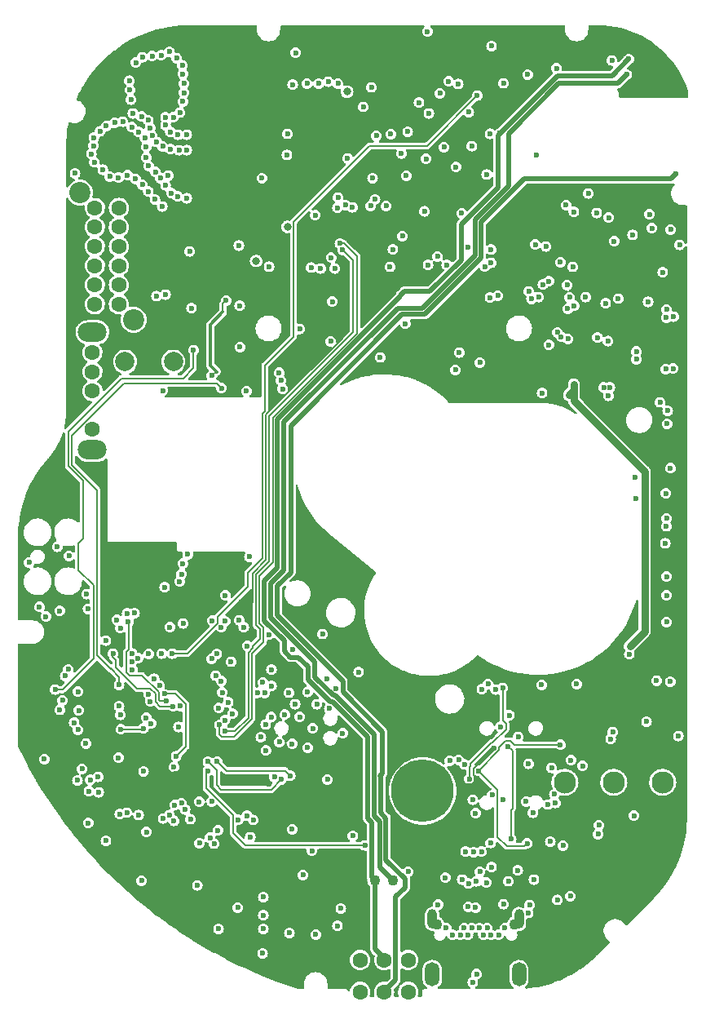
<source format=gbr>
G04 #@! TF.GenerationSoftware,KiCad,Pcbnew,6.0.2+dfsg-1*
G04 #@! TF.CreationDate,2022-08-23T15:38:09-04:00*
G04 #@! TF.ProjectId,RUSP_Mainboard,52555350-5f4d-4616-996e-626f6172642e,rev?*
G04 #@! TF.SameCoordinates,Original*
G04 #@! TF.FileFunction,Copper,L5,Inr*
G04 #@! TF.FilePolarity,Positive*
%FSLAX46Y46*%
G04 Gerber Fmt 4.6, Leading zero omitted, Abs format (unit mm)*
G04 Created by KiCad (PCBNEW 6.0.2+dfsg-1) date 2022-08-23 15:38:09*
%MOMM*%
%LPD*%
G01*
G04 APERTURE LIST*
G04 #@! TA.AperFunction,ComponentPad*
%ADD10C,2.300000*%
G04 #@! TD*
G04 #@! TA.AperFunction,ComponentPad*
%ADD11C,6.500000*%
G04 #@! TD*
G04 #@! TA.AperFunction,ComponentPad*
%ADD12C,1.600000*%
G04 #@! TD*
G04 #@! TA.AperFunction,ComponentPad*
%ADD13C,0.600000*%
G04 #@! TD*
G04 #@! TA.AperFunction,ComponentPad*
%ADD14O,1.000000X2.000000*%
G04 #@! TD*
G04 #@! TA.AperFunction,ComponentPad*
%ADD15O,1.500000X2.500000*%
G04 #@! TD*
G04 #@! TA.AperFunction,ComponentPad*
%ADD16C,1.100000*%
G04 #@! TD*
G04 #@! TA.AperFunction,ComponentPad*
%ADD17C,2.000000*%
G04 #@! TD*
G04 #@! TA.AperFunction,ComponentPad*
%ADD18O,3.000000X2.000000*%
G04 #@! TD*
G04 #@! TA.AperFunction,ComponentPad*
%ADD19C,2.200000*%
G04 #@! TD*
G04 #@! TA.AperFunction,ViaPad*
%ADD20C,0.600000*%
G04 #@! TD*
G04 #@! TA.AperFunction,ViaPad*
%ADD21C,0.800000*%
G04 #@! TD*
G04 #@! TA.AperFunction,Conductor*
%ADD22C,0.200000*%
G04 #@! TD*
G04 #@! TA.AperFunction,Conductor*
%ADD23C,0.180000*%
G04 #@! TD*
G04 #@! TA.AperFunction,Conductor*
%ADD24C,0.350000*%
G04 #@! TD*
G04 #@! TA.AperFunction,Conductor*
%ADD25C,0.500000*%
G04 #@! TD*
G04 #@! TA.AperFunction,Conductor*
%ADD26C,0.750000*%
G04 #@! TD*
G04 APERTURE END LIST*
D10*
X178930000Y-133100000D03*
X173850000Y-133100000D03*
X168770000Y-133100000D03*
D11*
X154000000Y-134000000D03*
D12*
X147500000Y-154850000D03*
X150000000Y-154850000D03*
X152500000Y-154850000D03*
X147500000Y-151550000D03*
X150000000Y-151550000D03*
X152500000Y-151550000D03*
D13*
X162550000Y-148230000D03*
X161900000Y-148930000D03*
X161100000Y-148930000D03*
X160700000Y-148230000D03*
X160300000Y-148930000D03*
X159900000Y-148230000D03*
X159100000Y-148230000D03*
X158700000Y-148930000D03*
X158300000Y-148230000D03*
X157900000Y-148930000D03*
X157100000Y-148930000D03*
X156450000Y-148230000D03*
D14*
X164000000Y-147280000D03*
D15*
X164000000Y-153030000D03*
D14*
X155000000Y-147280000D03*
D15*
X155000000Y-153030000D03*
D16*
X163550000Y-147830000D03*
X155450000Y-147830000D03*
D17*
X128100000Y-89460000D03*
X123100000Y-89460000D03*
D16*
X149050000Y-143300000D03*
X150950000Y-143300000D03*
D18*
X119700000Y-86400000D03*
X119700000Y-98600000D03*
D12*
X119700000Y-96500000D03*
X119700000Y-92500000D03*
X119700000Y-90500000D03*
X119700000Y-88500000D03*
D19*
X118400000Y-71900000D03*
X124000000Y-85100000D03*
D12*
X119950000Y-73500000D03*
X119950000Y-75500000D03*
X119950000Y-77500000D03*
X119950000Y-79500000D03*
X119950000Y-81500000D03*
X119950000Y-83500000D03*
X122450000Y-73500000D03*
X122450000Y-75500000D03*
X122450000Y-77500000D03*
X122450000Y-79500000D03*
X122450000Y-81500000D03*
X122450000Y-83500000D03*
D20*
X119264658Y-137323290D03*
X116300000Y-115300000D03*
X114700000Y-130700000D03*
X179720450Y-100507414D03*
X180056788Y-84780504D03*
X118200000Y-127650000D03*
X126900000Y-119750489D03*
X138030758Y-117769230D03*
X140100000Y-123800000D03*
X147345121Y-121661222D03*
X144300000Y-125450000D03*
X169328814Y-144905570D03*
X138616501Y-132550022D03*
X140493982Y-119313200D03*
X168000000Y-145300000D03*
X124800000Y-143300000D03*
X149200000Y-66000000D03*
X180560011Y-128302177D03*
X135800000Y-118950000D03*
X173433530Y-92123688D03*
X157400000Y-90300000D03*
X161001039Y-65812546D03*
X167900000Y-59000000D03*
X140163596Y-148736404D03*
X127574936Y-70119523D03*
X145150000Y-147999998D03*
X159210606Y-134910606D03*
X157750000Y-130775000D03*
X179714697Y-122654751D03*
X165029876Y-82136144D03*
X170924990Y-82750000D03*
X173250010Y-87311079D03*
X179449990Y-94550000D03*
X127700003Y-57299997D03*
X160800000Y-122900000D03*
X133500000Y-113699982D03*
X126350000Y-82650000D03*
X119249990Y-115100000D03*
X129988909Y-83888909D03*
X119100000Y-113570000D03*
X166350000Y-123000000D03*
X119030876Y-129070014D03*
X145006655Y-123407362D03*
X117275000Y-109600000D03*
X128650000Y-127360000D03*
X167100000Y-81100000D03*
X162897865Y-143357657D03*
X137399998Y-122731837D03*
X158100000Y-143199996D03*
X155800000Y-61600000D03*
X155600000Y-145800000D03*
X137450010Y-148300000D03*
X166492576Y-81449990D03*
X179300000Y-106525000D03*
X127200000Y-112850000D03*
X159500034Y-136300000D03*
X129100000Y-110400000D03*
X179997593Y-90164786D03*
X129895340Y-136921118D03*
X126110112Y-122363296D03*
X180688918Y-77331086D03*
X157449937Y-69258906D03*
X172822809Y-92125535D03*
X137720328Y-129799098D03*
X159485576Y-146111532D03*
X136400000Y-137000000D03*
X137378476Y-150856308D03*
X132800000Y-148300000D03*
X134846859Y-136977937D03*
X163200000Y-138999998D03*
X119342673Y-134025514D03*
X113122343Y-110293032D03*
X162835228Y-129362576D03*
X114200000Y-114899996D03*
X124500000Y-136500000D03*
X123850762Y-121400000D03*
X158833456Y-132738725D03*
X116050000Y-108650000D03*
X146750000Y-138650000D03*
X125307886Y-138244710D03*
X162321155Y-123293956D03*
X114883338Y-115897623D03*
X163007305Y-126140012D03*
X127192601Y-123923178D03*
X118150000Y-132900000D03*
X128400000Y-130400000D03*
X158349989Y-131249989D03*
X129600000Y-109450000D03*
X116319319Y-125578640D03*
X134800000Y-146100000D03*
X159600000Y-153000000D03*
X142900000Y-148886012D03*
X159200000Y-153850000D03*
X116600000Y-124600000D03*
X128950000Y-111500000D03*
D21*
X135400000Y-60499992D03*
X137600000Y-60500000D03*
X171200000Y-58400000D03*
D20*
X150900000Y-55200000D03*
X158014427Y-132813160D03*
X141293468Y-129498388D03*
X145951735Y-144368233D03*
X128450000Y-115850000D03*
X119000000Y-116120000D03*
X126000000Y-110800000D03*
X144917713Y-118850011D03*
X142000000Y-152000000D03*
X114100000Y-121600000D03*
X161394989Y-129531161D03*
X159100000Y-83950000D03*
X174013731Y-120753344D03*
X141850000Y-124950000D03*
X128426138Y-132198305D03*
X115754055Y-109644213D03*
X165500000Y-79500000D03*
X140010000Y-120830000D03*
X145827215Y-78971078D03*
X127420519Y-123209170D03*
X135158125Y-114394305D03*
X138081782Y-133256773D03*
X130900000Y-147500000D03*
X138400000Y-150100000D03*
X118598468Y-130376300D03*
X134295976Y-122605775D03*
X143100000Y-77550004D03*
X137894061Y-140318967D03*
X136500000Y-57220000D03*
X167100000Y-87700000D03*
X172999998Y-83400000D03*
X168388130Y-86863865D03*
X168000000Y-86400000D03*
X137450010Y-146885986D03*
X164953238Y-146660513D03*
X160100000Y-140299982D03*
X166400000Y-92700000D03*
X165700000Y-77300000D03*
X145700000Y-128000000D03*
X128161149Y-131497209D03*
X159807055Y-131899437D03*
X168293989Y-129208897D03*
X164850012Y-139430015D03*
X138300000Y-123100000D03*
X125000000Y-127500000D03*
X165100000Y-145825000D03*
X129322965Y-135915687D03*
X122653197Y-127600000D03*
X117800000Y-126900000D03*
X133185393Y-123776793D03*
X132100000Y-90900000D03*
X135419058Y-116995405D03*
X133591949Y-83108051D03*
X136000000Y-109700000D03*
X132619368Y-119759332D03*
D21*
X139950000Y-75450000D03*
D20*
X152300000Y-70150000D03*
X150900000Y-77800000D03*
X158725000Y-77575000D03*
X172072484Y-74027516D03*
X129800000Y-78000000D03*
X127300000Y-64100000D03*
X161108051Y-77816949D03*
X129200000Y-60600000D03*
X126750000Y-70400000D03*
X154200000Y-73850000D03*
X127000000Y-67100002D03*
X177548055Y-74168047D03*
X119600000Y-67900000D03*
X125300000Y-67150000D03*
X125300000Y-68250000D03*
X157800000Y-88500000D03*
X123900000Y-63700000D03*
X122850000Y-64550000D03*
X129100000Y-62450000D03*
X119900000Y-68750000D03*
X129500000Y-72500000D03*
X127300000Y-71150000D03*
X119850000Y-66200000D03*
X125500000Y-71800000D03*
X123700000Y-62250000D03*
X125150000Y-66200000D03*
X168294427Y-79137079D03*
X123550000Y-60300000D03*
X164900000Y-59650000D03*
X123350000Y-70100000D03*
X122000000Y-64650000D03*
X124800000Y-64000000D03*
X126349997Y-66649997D03*
X127800000Y-65600000D03*
X125700000Y-65200000D03*
X127900000Y-71950000D03*
X124900000Y-57850000D03*
X126250000Y-69750000D03*
X128100000Y-64100000D03*
X139950000Y-65800000D03*
X150600000Y-79600000D03*
X122400000Y-70350000D03*
X119800000Y-67050000D03*
X129092582Y-59600011D03*
X144508131Y-78644408D03*
X129200000Y-61550000D03*
X125550000Y-69150000D03*
X129050000Y-58700000D03*
X151890000Y-76414980D03*
X127300000Y-64900000D03*
X123600000Y-61250000D03*
X128600000Y-65900000D03*
X161100000Y-79200000D03*
X126850000Y-57650000D03*
X158052903Y-74057853D03*
X128700000Y-67500000D03*
X142850000Y-74250000D03*
X125500000Y-64400000D03*
X124200000Y-70500000D03*
X148800000Y-70400000D03*
X121500000Y-70250000D03*
X128800000Y-63600000D03*
X125900000Y-66000000D03*
X150200000Y-73300000D03*
X153613589Y-62563589D03*
X129500000Y-67500000D03*
X128550000Y-72300000D03*
X126950000Y-73350000D03*
X121150000Y-65000000D03*
X120500000Y-65550000D03*
X120777856Y-69534553D03*
X128450000Y-57950000D03*
X124206000Y-58420000D03*
X154500000Y-55200000D03*
X127800000Y-67400000D03*
X124500000Y-65600000D03*
X144450000Y-87350000D03*
X129500000Y-65900000D03*
X139900000Y-68000000D03*
X123800000Y-65100000D03*
X124900000Y-71100000D03*
X138050000Y-79600000D03*
X127300000Y-82500000D03*
X125900000Y-57750000D03*
X173650000Y-58200000D03*
X126200000Y-72600000D03*
X144884826Y-79784826D03*
X162400000Y-60550000D03*
X137300000Y-70400000D03*
X155543243Y-78543235D03*
X154562516Y-79399991D03*
X175400000Y-58050000D03*
X162040000Y-65750000D03*
X151800000Y-67850014D03*
X123829393Y-119744520D03*
X161224675Y-134423621D03*
X158740008Y-146030006D03*
X140456670Y-137969779D03*
X158770461Y-143603692D03*
X134100000Y-120581969D03*
X163934989Y-128375512D03*
X125300000Y-126400000D03*
X122600000Y-126100000D03*
X154350014Y-68400000D03*
X165800000Y-68000000D03*
X169744537Y-83656374D03*
X169270000Y-82780000D03*
X169063024Y-83969516D03*
X169099999Y-87100000D03*
X166040002Y-82740000D03*
X165296510Y-82927686D03*
X172150000Y-86950000D03*
X144100000Y-132800000D03*
X124443170Y-120214188D03*
X117900000Y-69900000D03*
X142498411Y-140199500D03*
X145200000Y-72400000D03*
X161058506Y-139396453D03*
X121100000Y-118400000D03*
X126659771Y-123046743D03*
X133088365Y-122600000D03*
X133489115Y-116371564D03*
X161569672Y-123467491D03*
X132076788Y-120277140D03*
X170000000Y-122900000D03*
X160150000Y-123450000D03*
X169001256Y-81497498D03*
X119488332Y-132850500D03*
X172210082Y-138488090D03*
X127050000Y-136850000D03*
X162395214Y-145747381D03*
X145500000Y-146200000D03*
X178300000Y-122550000D03*
X128159181Y-137111213D03*
X163875000Y-142225000D03*
X128960399Y-135259715D03*
X179329998Y-116470000D03*
X156350000Y-143000000D03*
X152486495Y-142379670D03*
X125700000Y-124710980D03*
X179329986Y-111750000D03*
X165550010Y-143199988D03*
X179329988Y-105702517D03*
X134249988Y-125975911D03*
X139669659Y-126076728D03*
X176063844Y-101494398D03*
X141240902Y-126313333D03*
X179376670Y-95900412D03*
X175950000Y-136550000D03*
X136816718Y-123805350D03*
X179250032Y-90225372D03*
X127750000Y-117000000D03*
X179329988Y-84050605D03*
X178925000Y-80175000D03*
X129119748Y-116616916D03*
X124084589Y-115549990D03*
X123800000Y-120600000D03*
X168569806Y-139669806D03*
X123272314Y-136238774D03*
X159676302Y-61840422D03*
X128000000Y-119750489D03*
X122540351Y-136399970D03*
X137450010Y-144999979D03*
X120361717Y-134146580D03*
X158459422Y-140288341D03*
X121099243Y-139157793D03*
X120300000Y-132525000D03*
X132150009Y-116325031D03*
X148000000Y-139650000D03*
X131700000Y-131900000D03*
X138280932Y-126331901D03*
X141225000Y-86050000D03*
X133442236Y-127800004D03*
X145705719Y-77871067D03*
X132892226Y-127141328D03*
X145400010Y-77186187D03*
X138300000Y-121400000D03*
X128838265Y-125198765D03*
X144050000Y-122400000D03*
X133076751Y-116998042D03*
X162100000Y-127339987D03*
X134939137Y-116266574D03*
X125537120Y-119778161D03*
X135700000Y-92500000D03*
X116870570Y-122056301D03*
X117199979Y-121382500D03*
X127000000Y-92449500D03*
X157691706Y-60633658D03*
X128750000Y-112250000D03*
X169400000Y-130800000D03*
X162362500Y-134887500D03*
X173530780Y-128597383D03*
X167250000Y-139250000D03*
X165441537Y-136248857D03*
X173748741Y-127879741D03*
X159575000Y-143375000D03*
X167000000Y-135400000D03*
X159941967Y-142381293D03*
X167799600Y-135249447D03*
X160625000Y-143500000D03*
X167400000Y-131600000D03*
X161150000Y-141900000D03*
X167663993Y-134336007D03*
X179200000Y-108300000D03*
X133459342Y-126650515D03*
X142041328Y-123724400D03*
X175455700Y-119809627D03*
X177800000Y-75600000D03*
X172312635Y-137550095D03*
X127716214Y-136506618D03*
X139323945Y-132799102D03*
X131700000Y-130949500D03*
X166800000Y-77500000D03*
X173291498Y-92987511D03*
X128238556Y-135461444D03*
X177249990Y-126800000D03*
X179329984Y-113700000D03*
X122600000Y-117100000D03*
X177417666Y-83254074D03*
X122250010Y-116250000D03*
X137596545Y-123831848D03*
X179300000Y-84900008D03*
X178661080Y-93658913D03*
X140749989Y-124996413D03*
X176160456Y-103639544D03*
X142582862Y-127510040D03*
X137700000Y-127100000D03*
X179260872Y-103112230D03*
X161150000Y-56700000D03*
X148675000Y-60975000D03*
X156500000Y-79400000D03*
X139274732Y-91397883D03*
X139100000Y-90600000D03*
X152200000Y-85500000D03*
X169700000Y-91800000D03*
X169200000Y-92900000D03*
X149600000Y-89000000D03*
X159950001Y-89549999D03*
X175518747Y-118968748D03*
X143599070Y-117700928D03*
X165002967Y-131177396D03*
X156815005Y-130857162D03*
X140252343Y-132414535D03*
X132650498Y-130949500D03*
X169600000Y-79600000D03*
X118275623Y-125647791D03*
X137200000Y-128400000D03*
X135019982Y-87930018D03*
X115830737Y-123478434D03*
X130200000Y-88250000D03*
D21*
X136700000Y-79000000D03*
D20*
X156210000Y-67200000D03*
X170600000Y-131400000D03*
X150698584Y-65851416D03*
X160650051Y-70028957D03*
X146200000Y-68350000D03*
X130800000Y-135120002D03*
X164745202Y-135085968D03*
X133100000Y-92200000D03*
X122475500Y-123000000D03*
X135000000Y-83650000D03*
X135750000Y-136550002D03*
X125800000Y-127000000D03*
X122400000Y-130549500D03*
X118624056Y-131703277D03*
X123436998Y-116463002D03*
X127400000Y-124661480D03*
X123303101Y-115551993D03*
X180300000Y-70000000D03*
X175200000Y-59650000D03*
X132828975Y-125383842D03*
X122475500Y-125198698D03*
X139462186Y-92284259D03*
X125017385Y-131952356D03*
X134911444Y-77411444D03*
X168900000Y-73200000D03*
X142000000Y-60600000D03*
X169700000Y-73900000D03*
X140500000Y-60700000D03*
X171200000Y-72000000D03*
X144200000Y-60400000D03*
X143200000Y-60600000D03*
X173325688Y-74503608D03*
X145200000Y-60600000D03*
X175799991Y-76299990D03*
X173900000Y-76950000D03*
X140800000Y-57400000D03*
X161800000Y-82600000D03*
X176200000Y-88400000D03*
X161000000Y-82800000D03*
X176200000Y-89200004D03*
X142431908Y-79681908D03*
X144626416Y-83226416D03*
X160457307Y-79585616D03*
D21*
X146152873Y-61447127D03*
D20*
X145145765Y-73482225D03*
X146000000Y-73200000D03*
X146710971Y-73438790D03*
X149050000Y-72600000D03*
X143403799Y-79785729D03*
X148588909Y-73288909D03*
X132739257Y-138075000D03*
X136100000Y-138799988D03*
X132100000Y-135100016D03*
X121838556Y-119738556D03*
X128088862Y-125210980D03*
X152450002Y-65582859D03*
X154650000Y-63700000D03*
X179750000Y-75750000D03*
X158799989Y-63545732D03*
X159111086Y-67088918D03*
X156700000Y-60350000D03*
X147848584Y-63001416D03*
X174300000Y-82900000D03*
X130809699Y-139411025D03*
X139115237Y-128915237D03*
X133800000Y-124800000D03*
X125542672Y-123978178D03*
X118200000Y-123700000D03*
X132500000Y-122030500D03*
X159298924Y-140350011D03*
X140440000Y-129100000D03*
X131913682Y-138840539D03*
X143000000Y-125000000D03*
X132331350Y-139463479D03*
X142042969Y-129500098D03*
X130600000Y-143800000D03*
X141572779Y-142725149D03*
D22*
X163152248Y-136002248D02*
X163320872Y-135833624D01*
X163152248Y-138747752D02*
X163152248Y-139102248D01*
X163152248Y-138747752D02*
X163150000Y-138750000D01*
X163320872Y-135833624D02*
X163320872Y-129848220D01*
X163152248Y-136002248D02*
X163152248Y-138747752D01*
X163320872Y-129848220D02*
X162835228Y-129362576D01*
X158907043Y-131490457D02*
X158907043Y-132665138D01*
X161272831Y-128981160D02*
X161144574Y-128981160D01*
X162321155Y-123293956D02*
X162321155Y-126726673D01*
X161144574Y-128981160D02*
X158975002Y-131150732D01*
X162321155Y-126726673D02*
X162650001Y-127055519D01*
X158975002Y-131422498D02*
X158907043Y-131490457D01*
X162650001Y-127603990D02*
X161272831Y-128981160D01*
X158907043Y-132665138D02*
X158833456Y-132738725D01*
X162650001Y-127055519D02*
X162650001Y-127603990D01*
X158975002Y-131150732D02*
X158975002Y-131422498D01*
X128339805Y-123923178D02*
X129400000Y-124983373D01*
X127192601Y-123923178D02*
X128339805Y-123923178D01*
X129400000Y-124983373D02*
X129400000Y-129400000D01*
X129400000Y-129400000D02*
X128400000Y-130400000D01*
X145668316Y-87034582D02*
X137726308Y-94976590D01*
X145827215Y-78971078D02*
X145668316Y-79129977D01*
X159257054Y-131669096D02*
X159257054Y-132348319D01*
X145668316Y-78994052D02*
X144224268Y-77550004D01*
X137726308Y-110009862D02*
X136330000Y-111406170D01*
X161394989Y-129531161D02*
X159257054Y-131669096D01*
X159383458Y-132474723D02*
X159383458Y-133002727D01*
D23*
X135158125Y-114394305D02*
X136304305Y-114394305D01*
D22*
X145668316Y-87034582D02*
X145668316Y-78994052D01*
X137726308Y-94976590D02*
X137726308Y-110009862D01*
X136330000Y-111406170D02*
X136330000Y-114420000D01*
X159097458Y-133288727D02*
X158489994Y-133288727D01*
X159383458Y-133002727D02*
X159097458Y-133288727D01*
X144224268Y-77550004D02*
X143100000Y-77550004D01*
X159257054Y-132348319D02*
X159383458Y-132474723D01*
X158489994Y-133288727D02*
X158014427Y-132813160D01*
X163495551Y-129208897D02*
X163099229Y-128812575D01*
X124900000Y-127600000D02*
X122653197Y-127600000D01*
X168293989Y-129208897D02*
X163495551Y-129208897D01*
X164850012Y-139430015D02*
X164550013Y-139730014D01*
X163099229Y-128812575D02*
X162571227Y-128812575D01*
X164550013Y-139730014D02*
X162730014Y-139730014D01*
X161944990Y-129438812D02*
X161944990Y-129761502D01*
X125000000Y-127500000D02*
X124900000Y-127600000D01*
X161944990Y-129761502D02*
X159807055Y-131899437D01*
X161774676Y-138774676D02*
X161774676Y-133867058D01*
X161774676Y-133867058D02*
X159807055Y-131899437D01*
X162730014Y-139730014D02*
X161774676Y-138774676D01*
X162571227Y-128812575D02*
X161944990Y-129438812D01*
D24*
X132600000Y-90500000D02*
X131958051Y-89858051D01*
D22*
X132500000Y-90500000D02*
X132100000Y-90900000D01*
X132600000Y-90500000D02*
X132500000Y-90500000D01*
D24*
X131958051Y-89858051D02*
X131958051Y-85591949D01*
D22*
X133250000Y-84300000D02*
X133250000Y-83450000D01*
X133250000Y-83450000D02*
X133591949Y-83108051D01*
D24*
X131958051Y-85591949D02*
X133250000Y-84300000D01*
D25*
X139650034Y-119505254D02*
X139650034Y-118398542D01*
X148700002Y-142950002D02*
X148700002Y-137230002D01*
X161860000Y-71371440D02*
X161860000Y-65940000D01*
X151705977Y-82538978D02*
X152069977Y-82174978D01*
X140274779Y-120129999D02*
X139650034Y-119505254D01*
X139650034Y-118398542D02*
X137570000Y-116318508D01*
X152069977Y-82174978D02*
X154761020Y-82174978D01*
X158024999Y-75206441D02*
X161860000Y-71371440D01*
X154761020Y-82174978D02*
X158024999Y-78910999D01*
X173650001Y-59799999D02*
X175400000Y-58050000D01*
X144636001Y-124749999D02*
X144412498Y-124749999D01*
X137570000Y-112210744D02*
X138926341Y-110854403D01*
X138926341Y-95473659D02*
X151705977Y-82694023D01*
X149050000Y-143300000D02*
X148700002Y-142950002D01*
X151705977Y-82694023D02*
X151705977Y-82538978D01*
X148299978Y-136829978D02*
X148299978Y-128413976D01*
X142080000Y-121130000D02*
X141079999Y-120129999D01*
X141079999Y-120129999D02*
X140274779Y-120129999D01*
X148299978Y-128413976D02*
X144636001Y-124749999D01*
X158024999Y-78910999D02*
X158024999Y-75206441D01*
X142080000Y-122417501D02*
X142080000Y-121130000D01*
X138926341Y-110854403D02*
X138926341Y-95473659D01*
X137570000Y-116318508D02*
X137570000Y-112210744D01*
X149050000Y-150400000D02*
X150050000Y-151400000D01*
X144412498Y-124749999D02*
X142080000Y-122417501D01*
X149050000Y-143300000D02*
X149050000Y-150400000D01*
X168000001Y-59799999D02*
X173650001Y-59799999D01*
X161860000Y-65940000D02*
X168000001Y-59799999D01*
X148700002Y-137230002D02*
X148299978Y-136829978D01*
D22*
X137376297Y-109828713D02*
X137376297Y-94832305D01*
X137600000Y-94608602D02*
X137600000Y-89850000D01*
X154466725Y-67049999D02*
X148485999Y-67049999D01*
X132700010Y-115969990D02*
X135880000Y-112790000D01*
X140600001Y-74935997D02*
X148485999Y-67049999D01*
X135880000Y-111325010D02*
X137376297Y-109828713D01*
X129538553Y-119750489D02*
X132700010Y-116589032D01*
X140600001Y-86849999D02*
X140600001Y-74935997D01*
X137600000Y-89850000D02*
X140600001Y-86849999D01*
X132700010Y-116589032D02*
X132700010Y-115969990D01*
X135880000Y-112790000D02*
X135880000Y-111325010D01*
X128000000Y-119750489D02*
X129538553Y-119750489D01*
X137376297Y-94832305D02*
X137600000Y-94608602D01*
X159676302Y-61840422D02*
X154466725Y-67049999D01*
X131500000Y-132200000D02*
X131700000Y-132000000D01*
X135600000Y-139650000D02*
X134296858Y-138346858D01*
X131500000Y-133714002D02*
X131500000Y-132200000D01*
X134296858Y-138346858D02*
X134296858Y-136510860D01*
X134296858Y-136510860D02*
X131500000Y-133714002D01*
X131700000Y-132000000D02*
X131700000Y-131900000D01*
X148000000Y-139650000D02*
X135600000Y-139650000D01*
X146800011Y-86397877D02*
X138076319Y-95121569D01*
X138076318Y-110154842D02*
X136680011Y-111551149D01*
X136349511Y-119177616D02*
X135900000Y-119627127D01*
X145705719Y-77871067D02*
X146800011Y-78965359D01*
X137130747Y-118178211D02*
X136349511Y-118959447D01*
X136349511Y-118959447D02*
X136349511Y-119177616D01*
X135900000Y-119627127D02*
X135900000Y-126394433D01*
X136680011Y-116751377D02*
X137130747Y-117202113D01*
X137130747Y-117202113D02*
X137130747Y-118178211D01*
X135900000Y-126394433D02*
X134494429Y-127800004D01*
X134494429Y-127800004D02*
X133442236Y-127800004D01*
X146800011Y-78965359D02*
X146800011Y-86397877D01*
X138076319Y-95121569D02*
X138076318Y-110154842D01*
X136680011Y-111551149D02*
X136680011Y-116751377D01*
X136249520Y-126539903D02*
X134439409Y-128350014D01*
X145400010Y-77186187D02*
X145824274Y-77186187D01*
X138426330Y-95266548D02*
X138426328Y-110299822D01*
X137480758Y-118540665D02*
X136249520Y-119771903D01*
X136249520Y-119771903D02*
X136249520Y-126539903D01*
X147175000Y-86517877D02*
X138426330Y-95266548D01*
X147175000Y-78536913D02*
X147175000Y-86517877D01*
X133123712Y-128350014D02*
X132892226Y-128118528D01*
X137030022Y-111696128D02*
X137030022Y-116606398D01*
X134439409Y-128350014D02*
X133123712Y-128350014D01*
X137030022Y-116606398D02*
X137480758Y-117057134D01*
X137480758Y-117057134D02*
X137480758Y-118540665D01*
X145824274Y-77186187D02*
X147175000Y-78536913D01*
X132892226Y-128118528D02*
X132892226Y-127141328D01*
X138426328Y-110299822D02*
X137030022Y-111696128D01*
X133035999Y-133850001D02*
X138273046Y-133850001D01*
X131700000Y-130949500D02*
X132600000Y-131849500D01*
X132600000Y-131849500D02*
X132600000Y-133414002D01*
X132600000Y-133414002D02*
X133035999Y-133850001D01*
X138273046Y-133850001D02*
X139323945Y-132799102D01*
D26*
X177035010Y-100835010D02*
X177035010Y-117452485D01*
X169700000Y-91800000D02*
X169700000Y-93500000D01*
X169700000Y-93500000D02*
X177035010Y-100835010D01*
X169200000Y-92900000D02*
X169700000Y-92400000D01*
X177035010Y-117452485D02*
X175518747Y-118968748D01*
D22*
X132650498Y-130949500D02*
X133600999Y-131900001D01*
X133600999Y-131900001D02*
X139737809Y-131900001D01*
X139737809Y-131900001D02*
X140252343Y-132414535D01*
X119800000Y-120287439D02*
X116609005Y-123478434D01*
X117200000Y-100300000D02*
X118729980Y-101829980D01*
X118234979Y-111066020D02*
X119800000Y-112631041D01*
X116609005Y-123478434D02*
X115830737Y-123478434D01*
X118729980Y-107838979D02*
X118234979Y-108333980D01*
X122700000Y-91200000D02*
X117200000Y-96700000D01*
X118234979Y-108333980D02*
X118234979Y-111066020D01*
X129114002Y-91200000D02*
X122700000Y-91200000D01*
X130200000Y-88250000D02*
X130200000Y-90114002D01*
X130200000Y-90114002D02*
X129114002Y-91200000D01*
X117200000Y-96700000D02*
X117200000Y-100300000D01*
X118729980Y-101829980D02*
X118729980Y-107838979D01*
X119800000Y-112631041D02*
X119800000Y-120287439D01*
X117550010Y-100155022D02*
X120175511Y-102780523D01*
X122475500Y-122175500D02*
X122475500Y-123000000D01*
X133100000Y-92200000D02*
X132600000Y-91700000D01*
X121600000Y-121300000D02*
X122475500Y-122175500D01*
X117550010Y-97095988D02*
X117550010Y-100155022D01*
X122945998Y-91700000D02*
X117550010Y-97095988D01*
X121600002Y-121349980D02*
X121600002Y-121300002D01*
X120175511Y-102780523D02*
X120175511Y-119925489D01*
X132600000Y-91700000D02*
X122945998Y-91700000D01*
X120175511Y-119925489D02*
X121600002Y-121349980D01*
X123200000Y-119596786D02*
X123500000Y-119296786D01*
X127400000Y-124661480D02*
X126661480Y-124661480D01*
X124835917Y-122000000D02*
X123549520Y-122000000D01*
X126661480Y-124661480D02*
X126599031Y-124599031D01*
X123200000Y-121650480D02*
X123200000Y-119600000D01*
X123500000Y-119296786D02*
X123500000Y-116400000D01*
X123200000Y-119600000D02*
X123200000Y-119596786D01*
X123549520Y-122000000D02*
X123200000Y-121650480D01*
X123500000Y-116400000D02*
X123436998Y-116463002D01*
X126599031Y-124599031D02*
X126599030Y-123763113D01*
X126599030Y-123763113D02*
X124835917Y-122000000D01*
D25*
X145710000Y-123760000D02*
X149800000Y-127850000D01*
X160075010Y-78699496D02*
X154224496Y-84550010D01*
X152200000Y-144000000D02*
X151200001Y-144999999D01*
X140300014Y-96099986D02*
X140300014Y-111319238D01*
X138870022Y-112749230D02*
X138870022Y-115780022D01*
X149640000Y-136250000D02*
X150193591Y-136803591D01*
X149800000Y-127850000D02*
X149800000Y-132200000D01*
X150193591Y-141137589D02*
X152200000Y-143143998D01*
X164569253Y-70500001D02*
X160075011Y-74994243D01*
X160075011Y-74994243D02*
X160075010Y-78699496D01*
X152200000Y-143143998D02*
X152200000Y-144000000D01*
X154224496Y-84550010D02*
X151849990Y-84550010D01*
X145710000Y-122620000D02*
X145710000Y-123760000D01*
X180300000Y-70000000D02*
X179799999Y-70500001D01*
X140300014Y-111319238D02*
X138870022Y-112749230D01*
X151200001Y-153599999D02*
X150000000Y-154800000D01*
X149640000Y-132340000D02*
X149640000Y-136250000D01*
X149800000Y-132200000D02*
X149600000Y-132400000D01*
X138870022Y-115780022D02*
X145710000Y-122620000D01*
X151849990Y-84550010D02*
X140300014Y-96099986D01*
X150193591Y-136803591D02*
X150193591Y-141137589D01*
X151200001Y-144999999D02*
X151200001Y-153599999D01*
X179799999Y-70500001D02*
X164569253Y-70500001D01*
X142796226Y-122196226D02*
X144699988Y-124099988D01*
X162950000Y-65769254D02*
X162950000Y-71200000D01*
X148949989Y-128144733D02*
X148949989Y-136560735D01*
X138220011Y-112479987D02*
X138220011Y-116049265D01*
X168119254Y-60600000D02*
X162950000Y-65769254D01*
X144905244Y-124099988D02*
X148949989Y-128144733D01*
X138220011Y-116049265D02*
X142796226Y-120625480D01*
X139600000Y-111099998D02*
X138220011Y-112479987D01*
X149543581Y-141893581D02*
X150950000Y-143300000D01*
X142796226Y-120625480D02*
X142796226Y-122196226D01*
X139600000Y-95719254D02*
X139600000Y-111099998D01*
X162950000Y-71200000D02*
X159425000Y-74725000D01*
X149543581Y-137154327D02*
X149543581Y-141893581D01*
X159425000Y-74725000D02*
X159425000Y-78430252D01*
X148949989Y-136560735D02*
X149543581Y-137154327D01*
X175200000Y-59650000D02*
X174250000Y-60600000D01*
X159425000Y-78430252D02*
X153955253Y-83899999D01*
X174250000Y-60600000D02*
X168119254Y-60600000D01*
X144699988Y-124099988D02*
X144905244Y-124099988D01*
X153955253Y-83899999D02*
X151419254Y-83900000D01*
X151419254Y-83900000D02*
X139600000Y-95719254D01*
D22*
X126710980Y-125210980D02*
X126249511Y-124749511D01*
X121800000Y-120100000D02*
X121800000Y-119777112D01*
X125692110Y-123350489D02*
X124350489Y-123350489D01*
X121800000Y-119777112D02*
X121838556Y-119738556D01*
X126249511Y-123907890D02*
X125692110Y-123350489D01*
X126249511Y-124749511D02*
X126249511Y-123907890D01*
X122149513Y-121149513D02*
X122149513Y-120449513D01*
X124350489Y-123350489D02*
X122149513Y-121149513D01*
X128088862Y-125210980D02*
X126710980Y-125210980D01*
X122149513Y-120449513D02*
X121800000Y-120100000D01*
G04 #@! TA.AperFunction,Conductor*
G36*
X180138292Y-70988350D02*
G01*
X180171654Y-71051019D01*
X180165839Y-71121777D01*
X180137352Y-71165591D01*
X180077235Y-71225708D01*
X179956800Y-71397708D01*
X179954479Y-71402686D01*
X179954477Y-71402689D01*
X179879463Y-71563557D01*
X179868061Y-71588008D01*
X179866639Y-71593316D01*
X179866638Y-71593318D01*
X179855960Y-71633169D01*
X179813716Y-71790826D01*
X179795416Y-72000000D01*
X179813716Y-72209174D01*
X179832925Y-72280861D01*
X179862871Y-72392621D01*
X179868061Y-72411992D01*
X179870383Y-72416972D01*
X179870384Y-72416974D01*
X179951913Y-72591811D01*
X179956800Y-72602292D01*
X180077235Y-72774292D01*
X180225708Y-72922765D01*
X180397708Y-73043200D01*
X180402686Y-73045521D01*
X180402689Y-73045523D01*
X180583026Y-73129616D01*
X180588008Y-73131939D01*
X180593316Y-73133361D01*
X180593318Y-73133362D01*
X180656433Y-73150273D01*
X180790826Y-73186284D01*
X180997182Y-73204337D01*
X181000000Y-73204898D01*
X181012176Y-73202476D01*
X181012453Y-73202421D01*
X181037034Y-73200000D01*
X181324000Y-73200000D01*
X181392121Y-73220002D01*
X181438614Y-73273658D01*
X181450000Y-73326000D01*
X181450000Y-77096531D01*
X181429998Y-77164652D01*
X181376342Y-77211145D01*
X181306068Y-77221249D01*
X181241488Y-77191755D01*
X181207591Y-77144748D01*
X181172941Y-77061093D01*
X181172938Y-77061088D01*
X181169779Y-77053461D01*
X181081539Y-76938465D01*
X180966543Y-76850225D01*
X180832627Y-76794756D01*
X180688918Y-76775836D01*
X180545209Y-76794756D01*
X180411293Y-76850225D01*
X180296297Y-76938465D01*
X180208057Y-77053461D01*
X180152588Y-77187377D01*
X180133668Y-77331086D01*
X180152588Y-77474795D01*
X180208057Y-77608711D01*
X180296297Y-77723707D01*
X180411293Y-77811947D01*
X180545209Y-77867416D01*
X180688918Y-77886336D01*
X180832627Y-77867416D01*
X180966543Y-77811947D01*
X181081539Y-77723707D01*
X181169779Y-77608711D01*
X181172939Y-77601082D01*
X181172941Y-77601079D01*
X181207591Y-77517424D01*
X181252139Y-77462142D01*
X181319502Y-77439721D01*
X181388293Y-77457279D01*
X181436672Y-77509240D01*
X181450000Y-77565641D01*
X181450000Y-136791966D01*
X181447579Y-136816547D01*
X181445102Y-136829000D01*
X181447522Y-136841169D01*
X181447522Y-136847295D01*
X181448996Y-136864771D01*
X181442328Y-137102406D01*
X181431611Y-137484337D01*
X181431215Y-137491394D01*
X181376405Y-138141150D01*
X181375615Y-138148168D01*
X181365742Y-138218094D01*
X181284454Y-138793843D01*
X181283270Y-138800811D01*
X181230550Y-139065832D01*
X181157030Y-139435418D01*
X181156049Y-139440347D01*
X181154478Y-139447228D01*
X180992747Y-140074158D01*
X180991593Y-140078633D01*
X180989638Y-140085418D01*
X180813174Y-140639023D01*
X180791604Y-140706693D01*
X180789269Y-140713365D01*
X180556713Y-141322546D01*
X180554008Y-141329075D01*
X180287657Y-141924263D01*
X180284595Y-141930622D01*
X180160414Y-142170977D01*
X179985284Y-142509943D01*
X179981865Y-142516129D01*
X179650542Y-143077751D01*
X179646781Y-143083735D01*
X179284491Y-143625889D01*
X179280413Y-143631637D01*
X179022314Y-143974557D01*
X178888270Y-144152652D01*
X178883862Y-144158178D01*
X178720685Y-144351398D01*
X178492672Y-144621392D01*
X178463149Y-144656350D01*
X178458441Y-144661618D01*
X178378818Y-144745828D01*
X178032601Y-145111992D01*
X178019212Y-145123296D01*
X178014872Y-145127635D01*
X178004552Y-145134530D01*
X177997482Y-145145110D01*
X177981826Y-145164186D01*
X175261083Y-147885325D01*
X175198773Y-147919355D01*
X175127957Y-147914295D01*
X175082886Y-147885331D01*
X174874963Y-147677408D01*
X174859295Y-147658317D01*
X174859138Y-147658082D01*
X174859136Y-147658080D01*
X174852240Y-147647760D01*
X174849851Y-147646164D01*
X174801302Y-147605426D01*
X174695341Y-147516513D01*
X174695338Y-147516511D01*
X174691123Y-147512974D01*
X174509228Y-147407957D01*
X174504065Y-147406078D01*
X174504061Y-147406076D01*
X174317036Y-147338005D01*
X174317037Y-147338005D01*
X174311860Y-147336121D01*
X174306443Y-147335166D01*
X174306440Y-147335165D01*
X174225305Y-147320859D01*
X174105017Y-147299649D01*
X173894983Y-147299649D01*
X173774695Y-147320859D01*
X173693560Y-147335165D01*
X173693557Y-147335166D01*
X173688140Y-147336121D01*
X173682963Y-147338005D01*
X173682964Y-147338005D01*
X173495939Y-147406076D01*
X173495935Y-147406078D01*
X173490772Y-147407957D01*
X173308877Y-147512974D01*
X173304662Y-147516511D01*
X173304659Y-147516513D01*
X173160336Y-147637616D01*
X173147982Y-147647982D01*
X173144451Y-147652190D01*
X173017022Y-147804053D01*
X173012974Y-147808877D01*
X172907957Y-147990772D01*
X172906078Y-147995935D01*
X172906076Y-147995939D01*
X172891395Y-148036275D01*
X172836121Y-148188140D01*
X172835166Y-148193557D01*
X172835165Y-148193560D01*
X172833459Y-148203235D01*
X172799649Y-148394983D01*
X172799649Y-148605017D01*
X172812102Y-148675639D01*
X172830755Y-148781426D01*
X172836121Y-148811860D01*
X172838005Y-148817036D01*
X172898359Y-148982857D01*
X172907957Y-149009228D01*
X173012974Y-149191123D01*
X173016511Y-149195338D01*
X173016513Y-149195341D01*
X173096426Y-149290576D01*
X173146164Y-149349851D01*
X173147760Y-149352240D01*
X173158080Y-149359136D01*
X173158082Y-149359138D01*
X173158317Y-149359295D01*
X173177408Y-149374963D01*
X173385351Y-149582906D01*
X173419377Y-149645218D01*
X173414312Y-149716033D01*
X173385351Y-149761096D01*
X172064408Y-151082039D01*
X172045320Y-151097706D01*
X172034749Y-151104770D01*
X172027854Y-151115090D01*
X172023520Y-151119425D01*
X172012208Y-151132823D01*
X171996422Y-151147749D01*
X171562388Y-151558141D01*
X171561863Y-151558637D01*
X171556593Y-151563347D01*
X171058444Y-151984045D01*
X171052919Y-151988452D01*
X170745206Y-152220059D01*
X170608323Y-152323087D01*
X170531952Y-152380569D01*
X170526195Y-152384654D01*
X170306647Y-152531370D01*
X169984074Y-152746934D01*
X169978090Y-152750695D01*
X169416492Y-153082017D01*
X169410306Y-153085436D01*
X169146362Y-153221813D01*
X168831024Y-153384744D01*
X168824685Y-153387797D01*
X168229498Y-153654168D01*
X168222994Y-153656863D01*
X168025624Y-153732216D01*
X167613825Y-153889435D01*
X167607155Y-153891769D01*
X167491962Y-153928492D01*
X166985918Y-154089816D01*
X166979158Y-154091764D01*
X166347793Y-154254665D01*
X166340926Y-154256234D01*
X165912232Y-154341533D01*
X165701394Y-154383484D01*
X165694426Y-154384668D01*
X165048810Y-154475853D01*
X165041789Y-154476645D01*
X164756390Y-154500735D01*
X164686828Y-154486533D01*
X164635987Y-154436978D01*
X164620008Y-154367803D01*
X164643965Y-154300970D01*
X164659212Y-154283640D01*
X164761280Y-154187119D01*
X164877863Y-154020621D01*
X164958586Y-153834081D01*
X164974906Y-153755963D01*
X164999162Y-153639856D01*
X164999163Y-153639851D01*
X165000151Y-153635120D01*
X165000500Y-153628461D01*
X165000500Y-152479200D01*
X164993014Y-152405498D01*
X164985765Y-152334132D01*
X164985765Y-152334130D01*
X164985120Y-152327784D01*
X164924338Y-152133828D01*
X164825797Y-151956056D01*
X164693523Y-151801729D01*
X164670491Y-151783863D01*
X164537958Y-151681061D01*
X164532919Y-151677152D01*
X164350545Y-151587413D01*
X164344367Y-151585804D01*
X164344365Y-151585803D01*
X164160034Y-151537788D01*
X164160031Y-151537788D01*
X164153852Y-151536178D01*
X164072672Y-151531924D01*
X163957256Y-151525875D01*
X163957252Y-151525875D01*
X163950874Y-151525541D01*
X163749903Y-151555935D01*
X163559148Y-151626119D01*
X163553728Y-151629479D01*
X163553727Y-151629480D01*
X163391824Y-151729863D01*
X163391820Y-151729866D01*
X163386401Y-151733226D01*
X163238720Y-151872881D01*
X163122137Y-152039379D01*
X163041414Y-152225919D01*
X163031798Y-152271947D01*
X163000911Y-152419798D01*
X162999849Y-152424880D01*
X162999500Y-152431539D01*
X162999500Y-153580800D01*
X162999823Y-153583979D01*
X163011472Y-153698660D01*
X163014880Y-153732216D01*
X163075662Y-153926172D01*
X163174203Y-154103944D01*
X163306477Y-154258271D01*
X163392164Y-154324737D01*
X163433730Y-154382291D01*
X163437581Y-154453183D01*
X163402493Y-154514903D01*
X163339607Y-154547856D01*
X163314933Y-154550295D01*
X160550985Y-154550206D01*
X159562990Y-154550174D01*
X159494870Y-154530170D01*
X159448379Y-154476513D01*
X159438277Y-154406238D01*
X159467772Y-154341658D01*
X159486290Y-154324212D01*
X159516580Y-154300970D01*
X159592621Y-154242621D01*
X159680861Y-154127625D01*
X159736330Y-153993709D01*
X159755250Y-153850000D01*
X159736330Y-153706291D01*
X159725538Y-153680236D01*
X159717950Y-153609646D01*
X159749731Y-153546160D01*
X159793730Y-153515611D01*
X159804894Y-153510987D01*
X159877625Y-153480861D01*
X159992621Y-153392621D01*
X160080861Y-153277625D01*
X160136330Y-153143709D01*
X160155250Y-153000000D01*
X160136330Y-152856291D01*
X160080861Y-152722375D01*
X159992621Y-152607379D01*
X159877625Y-152519139D01*
X159743709Y-152463670D01*
X159600000Y-152444750D01*
X159456291Y-152463670D01*
X159322375Y-152519139D01*
X159207379Y-152607379D01*
X159119139Y-152722375D01*
X159063670Y-152856291D01*
X159044750Y-153000000D01*
X159063670Y-153143709D01*
X159066831Y-153151340D01*
X159074462Y-153169764D01*
X159082050Y-153240354D01*
X159050269Y-153303840D01*
X159006270Y-153334389D01*
X158922375Y-153369139D01*
X158807379Y-153457379D01*
X158719139Y-153572375D01*
X158663670Y-153706291D01*
X158644750Y-153850000D01*
X158663670Y-153993709D01*
X158719139Y-154127625D01*
X158807379Y-154242621D01*
X158883421Y-154300970D01*
X158913679Y-154324188D01*
X158955546Y-154381526D01*
X158959768Y-154452397D01*
X158925004Y-154514299D01*
X158862291Y-154547581D01*
X158836971Y-154550150D01*
X157457664Y-154550106D01*
X155692730Y-154550049D01*
X155624612Y-154530045D01*
X155578121Y-154476388D01*
X155568019Y-154406113D01*
X155597514Y-154341533D01*
X155612294Y-154327583D01*
X155613599Y-154326774D01*
X155695945Y-154248903D01*
X155756639Y-154191508D01*
X155756640Y-154191507D01*
X155761280Y-154187119D01*
X155877863Y-154020621D01*
X155958586Y-153834081D01*
X155974906Y-153755963D01*
X155999162Y-153639856D01*
X155999163Y-153639851D01*
X156000151Y-153635120D01*
X156000500Y-153628461D01*
X156000500Y-152479200D01*
X155993014Y-152405498D01*
X155985765Y-152334132D01*
X155985765Y-152334130D01*
X155985120Y-152327784D01*
X155924338Y-152133828D01*
X155825797Y-151956056D01*
X155693523Y-151801729D01*
X155670491Y-151783863D01*
X155537958Y-151681061D01*
X155532919Y-151677152D01*
X155350545Y-151587413D01*
X155344367Y-151585804D01*
X155344365Y-151585803D01*
X155160034Y-151537788D01*
X155160031Y-151537788D01*
X155153852Y-151536178D01*
X155072672Y-151531924D01*
X154957256Y-151525875D01*
X154957252Y-151525875D01*
X154950874Y-151525541D01*
X154749903Y-151555935D01*
X154559148Y-151626119D01*
X154553728Y-151629479D01*
X154553727Y-151629480D01*
X154391824Y-151729863D01*
X154391820Y-151729866D01*
X154386401Y-151733226D01*
X154238720Y-151872881D01*
X154122137Y-152039379D01*
X154041414Y-152225919D01*
X154031798Y-152271947D01*
X154000911Y-152419798D01*
X153999849Y-152424880D01*
X153999500Y-152431539D01*
X153999500Y-153580800D01*
X153999823Y-153583979D01*
X154011472Y-153698660D01*
X154014880Y-153732216D01*
X154075662Y-153926172D01*
X154174203Y-154103944D01*
X154306477Y-154258271D01*
X154311514Y-154262178D01*
X154311516Y-154262180D01*
X154391787Y-154324444D01*
X154433354Y-154382001D01*
X154437205Y-154452893D01*
X154402117Y-154514613D01*
X154339231Y-154547565D01*
X154314557Y-154550004D01*
X154300646Y-154550003D01*
X154237037Y-154550001D01*
X154212463Y-154547580D01*
X154212176Y-154547523D01*
X154212170Y-154547523D01*
X154200000Y-154545102D01*
X154187829Y-154547523D01*
X154187828Y-154547523D01*
X154155783Y-154553897D01*
X154155780Y-154553898D01*
X154114616Y-154562085D01*
X154102463Y-154564502D01*
X154102460Y-154564504D01*
X154102455Y-154564505D01*
X154057734Y-154594386D01*
X154019766Y-154619754D01*
X154019764Y-154619758D01*
X154019760Y-154619760D01*
X154010644Y-154633403D01*
X154010642Y-154633405D01*
X153994397Y-154657717D01*
X153994396Y-154657720D01*
X153964508Y-154702447D01*
X153964507Y-154702452D01*
X153964505Y-154702455D01*
X153955223Y-154749117D01*
X153954091Y-154754809D01*
X153947773Y-154786567D01*
X153945102Y-154799992D01*
X153947523Y-154812163D01*
X153947580Y-154812452D01*
X153950000Y-154837029D01*
X153950000Y-155224000D01*
X153929998Y-155292121D01*
X153876342Y-155338614D01*
X153824000Y-155350000D01*
X153615522Y-155350000D01*
X153547401Y-155329998D01*
X153500908Y-155276342D01*
X153490804Y-155206068D01*
X153495964Y-155184228D01*
X153502737Y-155163867D01*
X153529351Y-155083863D01*
X153555171Y-154879474D01*
X153555583Y-154850000D01*
X153535480Y-154644970D01*
X153475935Y-154447749D01*
X153379218Y-154265849D01*
X153289778Y-154156185D01*
X153252906Y-154110975D01*
X153252903Y-154110972D01*
X153249011Y-154106200D01*
X153231565Y-154091767D01*
X153095025Y-153978811D01*
X153095021Y-153978809D01*
X153090275Y-153974882D01*
X152909055Y-153876897D01*
X152712254Y-153815977D01*
X152706129Y-153815333D01*
X152706128Y-153815333D01*
X152513498Y-153795087D01*
X152513496Y-153795087D01*
X152507369Y-153794443D01*
X152420529Y-153802346D01*
X152308342Y-153812555D01*
X152308339Y-153812556D01*
X152302203Y-153813114D01*
X152104572Y-153871280D01*
X152099107Y-153874137D01*
X152065380Y-153891769D01*
X151922002Y-153966726D01*
X151865129Y-154012453D01*
X151769199Y-154089582D01*
X151731521Y-154105139D01*
X151719658Y-154144253D01*
X151710796Y-154156178D01*
X151629024Y-154253630D01*
X151626056Y-154259028D01*
X151626053Y-154259033D01*
X151556985Y-154384668D01*
X151529776Y-154434162D01*
X151467484Y-154630532D01*
X151466798Y-154636649D01*
X151466797Y-154636653D01*
X151445714Y-154824620D01*
X151444520Y-154835262D01*
X151445036Y-154841406D01*
X151456715Y-154980482D01*
X151461759Y-155040553D01*
X151463458Y-155046478D01*
X151504403Y-155189270D01*
X151503952Y-155260265D01*
X151465190Y-155319746D01*
X151400424Y-155348829D01*
X151383284Y-155350000D01*
X151115522Y-155350000D01*
X151047401Y-155329998D01*
X151000908Y-155276342D01*
X150990804Y-155206068D01*
X150995964Y-155184228D01*
X151002737Y-155163867D01*
X151029351Y-155083863D01*
X151055171Y-154879474D01*
X151055583Y-154850000D01*
X151035480Y-154644970D01*
X151027867Y-154619754D01*
X151017241Y-154584559D01*
X151016700Y-154513564D01*
X151048768Y-154459046D01*
X151504281Y-154003533D01*
X151513624Y-153996068D01*
X151513292Y-153995678D01*
X151520129Y-153989859D01*
X151527721Y-153985069D01*
X151533039Y-153979047D01*
X151572834Y-153961299D01*
X151586828Y-153919409D01*
X151595805Y-153907978D01*
X151616685Y-153884336D01*
X151616686Y-153884335D01*
X151622624Y-153877611D01*
X151626435Y-153869493D01*
X151628507Y-153866340D01*
X151636330Y-153853319D01*
X151638142Y-153850010D01*
X151643528Y-153842823D01*
X151646806Y-153834081D01*
X151659858Y-153799262D01*
X151663785Y-153789942D01*
X151679738Y-153755963D01*
X151683554Y-153747836D01*
X151684935Y-153738964D01*
X151686043Y-153735341D01*
X151689889Y-153720682D01*
X151690702Y-153716985D01*
X151693853Y-153708579D01*
X151697303Y-153662156D01*
X151698454Y-153652138D01*
X151700501Y-153638990D01*
X151700501Y-153623795D01*
X151700847Y-153614458D01*
X151703407Y-153580004D01*
X151704477Y-153565607D01*
X151702604Y-153556831D01*
X151701993Y-153547874D01*
X151701999Y-153547874D01*
X151700501Y-153533681D01*
X151700501Y-152520112D01*
X151720503Y-152451991D01*
X151774159Y-152405498D01*
X151844433Y-152395394D01*
X151896519Y-152415902D01*
X151897564Y-152416791D01*
X151902942Y-152419797D01*
X151902944Y-152419798D01*
X151960547Y-152451991D01*
X152077398Y-152517297D01*
X152172238Y-152548113D01*
X152267471Y-152579056D01*
X152267475Y-152579057D01*
X152273329Y-152580959D01*
X152477894Y-152605351D01*
X152484029Y-152604879D01*
X152484031Y-152604879D01*
X152540039Y-152600569D01*
X152683300Y-152589546D01*
X152689230Y-152587890D01*
X152689232Y-152587890D01*
X152875797Y-152535800D01*
X152875796Y-152535800D01*
X152881725Y-152534145D01*
X152887214Y-152531372D01*
X152887220Y-152531370D01*
X153060116Y-152444033D01*
X153065610Y-152441258D01*
X153227951Y-152314424D01*
X153362564Y-152158472D01*
X153383387Y-152121818D01*
X153424757Y-152048993D01*
X153464323Y-151979344D01*
X153529351Y-151783863D01*
X153555171Y-151579474D01*
X153555500Y-151555935D01*
X153555534Y-151553522D01*
X153555534Y-151553518D01*
X153555583Y-151550000D01*
X153535480Y-151344970D01*
X153475935Y-151147749D01*
X153379218Y-150965849D01*
X153283200Y-150848120D01*
X153252906Y-150810975D01*
X153252903Y-150810972D01*
X153249011Y-150806200D01*
X153231786Y-150791950D01*
X153095025Y-150678811D01*
X153095021Y-150678809D01*
X153090275Y-150674882D01*
X152909055Y-150576897D01*
X152712254Y-150515977D01*
X152706129Y-150515333D01*
X152706128Y-150515333D01*
X152513498Y-150495087D01*
X152513496Y-150495087D01*
X152507369Y-150494443D01*
X152423977Y-150502032D01*
X152308342Y-150512555D01*
X152308339Y-150512556D01*
X152302203Y-150513114D01*
X152104572Y-150571280D01*
X151922002Y-150666726D01*
X151917199Y-150670588D01*
X151917197Y-150670589D01*
X151905454Y-150680031D01*
X151839832Y-150707128D01*
X151769977Y-150694445D01*
X151718068Y-150646010D01*
X151700501Y-150581835D01*
X151700501Y-147823822D01*
X154249500Y-147823822D01*
X154256671Y-147885331D01*
X154263724Y-147945822D01*
X154264657Y-147953828D01*
X154267153Y-147960705D01*
X154267154Y-147960708D01*
X154309969Y-148078660D01*
X154324369Y-148118331D01*
X154420323Y-148264685D01*
X154547372Y-148385040D01*
X154698702Y-148472939D01*
X154866193Y-148523667D01*
X155036534Y-148534234D01*
X155083732Y-148547036D01*
X155086789Y-148549036D01*
X155093393Y-148551492D01*
X155134149Y-148566649D01*
X155191025Y-148609142D01*
X155215899Y-148675639D01*
X155206637Y-148732966D01*
X155193117Y-148765605D01*
X155193116Y-148765608D01*
X155189956Y-148773238D01*
X155169318Y-148930000D01*
X155189956Y-149086762D01*
X155250464Y-149232841D01*
X155346718Y-149358282D01*
X155472159Y-149454536D01*
X155618238Y-149515044D01*
X155735639Y-149530500D01*
X155814361Y-149530500D01*
X155931762Y-149515044D01*
X156077841Y-149454536D01*
X156203282Y-149358282D01*
X156299536Y-149232841D01*
X156348151Y-149115474D01*
X156392699Y-149060193D01*
X156460063Y-149037772D01*
X156528854Y-149055330D01*
X156577232Y-149107292D01*
X156580969Y-149115474D01*
X156619139Y-149207625D01*
X156707379Y-149322621D01*
X156822375Y-149410861D01*
X156956291Y-149466330D01*
X157100000Y-149485250D01*
X157243709Y-149466330D01*
X157377625Y-149410861D01*
X157423298Y-149375815D01*
X157489516Y-149350215D01*
X157559065Y-149364479D01*
X157576697Y-149375811D01*
X157622375Y-149410861D01*
X157756291Y-149466330D01*
X157900000Y-149485250D01*
X158043709Y-149466330D01*
X158177625Y-149410861D01*
X158223298Y-149375815D01*
X158289516Y-149350215D01*
X158359065Y-149364479D01*
X158376697Y-149375811D01*
X158422375Y-149410861D01*
X158556291Y-149466330D01*
X158700000Y-149485250D01*
X158843709Y-149466330D01*
X158977625Y-149410861D01*
X159092621Y-149322621D01*
X159180861Y-149207625D01*
X159236330Y-149073709D01*
X159255250Y-148930000D01*
X159249459Y-148886012D01*
X159246840Y-148866117D01*
X159257780Y-148795968D01*
X159304908Y-148742870D01*
X159323544Y-148733262D01*
X159341290Y-148725911D01*
X159377625Y-148710861D01*
X159423298Y-148675815D01*
X159489516Y-148650215D01*
X159559065Y-148664479D01*
X159576697Y-148675811D01*
X159622375Y-148710861D01*
X159658710Y-148725911D01*
X159676456Y-148733262D01*
X159731737Y-148777810D01*
X159754158Y-148845174D01*
X159753160Y-148866117D01*
X159750541Y-148886012D01*
X159744750Y-148930000D01*
X159763670Y-149073709D01*
X159819139Y-149207625D01*
X159907379Y-149322621D01*
X160022375Y-149410861D01*
X160156291Y-149466330D01*
X160300000Y-149485250D01*
X160443709Y-149466330D01*
X160577625Y-149410861D01*
X160623298Y-149375815D01*
X160689516Y-149350215D01*
X160759065Y-149364479D01*
X160776697Y-149375811D01*
X160822375Y-149410861D01*
X160956291Y-149466330D01*
X161100000Y-149485250D01*
X161243709Y-149466330D01*
X161377625Y-149410861D01*
X161423298Y-149375815D01*
X161489516Y-149350215D01*
X161559065Y-149364479D01*
X161576697Y-149375811D01*
X161622375Y-149410861D01*
X161756291Y-149466330D01*
X161900000Y-149485250D01*
X162043709Y-149466330D01*
X162177625Y-149410861D01*
X162292621Y-149322621D01*
X162380861Y-149207625D01*
X162419031Y-149115474D01*
X162463579Y-149060193D01*
X162530943Y-149037772D01*
X162599734Y-149055330D01*
X162648112Y-149107292D01*
X162651848Y-149115472D01*
X162700464Y-149232841D01*
X162796718Y-149358282D01*
X162922159Y-149454536D01*
X163068238Y-149515044D01*
X163185639Y-149530500D01*
X163264361Y-149530500D01*
X163381762Y-149515044D01*
X163527841Y-149454536D01*
X163653282Y-149358282D01*
X163749536Y-149232841D01*
X163810044Y-149086762D01*
X163830682Y-148930000D01*
X163810044Y-148773238D01*
X163806883Y-148765605D01*
X163794306Y-148735244D01*
X163786716Y-148664654D01*
X163818494Y-148601166D01*
X163871775Y-148567192D01*
X163876082Y-148565792D01*
X163882782Y-148563615D01*
X163908465Y-148548305D01*
X163980783Y-148530776D01*
X164040862Y-148534503D01*
X164048078Y-148533263D01*
X164048080Y-148533263D01*
X164206125Y-148506106D01*
X164206127Y-148506105D01*
X164213340Y-148504866D01*
X164327409Y-148456329D01*
X164367640Y-148439211D01*
X164367641Y-148439211D01*
X164374373Y-148436346D01*
X164515324Y-148332617D01*
X164520063Y-148327039D01*
X164520066Y-148327036D01*
X164623893Y-148204824D01*
X164623896Y-148204820D01*
X164628632Y-148199245D01*
X164682128Y-148094480D01*
X164704892Y-148049900D01*
X164704893Y-148049898D01*
X164708219Y-148043384D01*
X164713406Y-148022189D01*
X164738568Y-147919355D01*
X164749815Y-147873394D01*
X164750500Y-147862352D01*
X164750500Y-147332747D01*
X164770502Y-147264626D01*
X164824158Y-147218133D01*
X164892946Y-147207825D01*
X164953238Y-147215763D01*
X165096947Y-147196843D01*
X165230863Y-147141374D01*
X165345859Y-147053134D01*
X165434099Y-146938138D01*
X165489568Y-146804222D01*
X165508488Y-146660513D01*
X165489568Y-146516804D01*
X165434099Y-146382888D01*
X165436910Y-146381724D01*
X165423589Y-146326869D01*
X165446795Y-146259771D01*
X165472743Y-146232874D01*
X165492621Y-146217621D01*
X165580861Y-146102625D01*
X165636330Y-145968709D01*
X165655250Y-145825000D01*
X165636330Y-145681291D01*
X165580861Y-145547375D01*
X165492621Y-145432379D01*
X165377625Y-145344139D01*
X165271062Y-145300000D01*
X167444750Y-145300000D01*
X167463670Y-145443709D01*
X167519139Y-145577625D01*
X167607379Y-145692621D01*
X167722375Y-145780861D01*
X167856291Y-145836330D01*
X168000000Y-145855250D01*
X168143709Y-145836330D01*
X168277625Y-145780861D01*
X168392621Y-145692621D01*
X168480861Y-145577625D01*
X168536330Y-145443709D01*
X168555250Y-145300000D01*
X168536330Y-145156291D01*
X168480861Y-145022375D01*
X168392621Y-144907379D01*
X168390263Y-144905570D01*
X168773564Y-144905570D01*
X168792484Y-145049279D01*
X168847953Y-145183195D01*
X168936193Y-145298191D01*
X169051189Y-145386431D01*
X169185105Y-145441900D01*
X169328814Y-145460820D01*
X169472523Y-145441900D01*
X169606439Y-145386431D01*
X169721435Y-145298191D01*
X169809675Y-145183195D01*
X169865144Y-145049279D01*
X169884064Y-144905570D01*
X169865144Y-144761861D01*
X169809675Y-144627945D01*
X169721435Y-144512949D01*
X169606439Y-144424709D01*
X169472523Y-144369240D01*
X169328814Y-144350320D01*
X169185105Y-144369240D01*
X169051189Y-144424709D01*
X168936193Y-144512949D01*
X168847953Y-144627945D01*
X168792484Y-144761861D01*
X168773564Y-144905570D01*
X168390263Y-144905570D01*
X168277625Y-144819139D01*
X168143709Y-144763670D01*
X168000000Y-144744750D01*
X167856291Y-144763670D01*
X167722375Y-144819139D01*
X167607379Y-144907379D01*
X167519139Y-145022375D01*
X167463670Y-145156291D01*
X167444750Y-145300000D01*
X165271062Y-145300000D01*
X165243709Y-145288670D01*
X165100000Y-145269750D01*
X164956291Y-145288670D01*
X164822375Y-145344139D01*
X164707379Y-145432379D01*
X164619139Y-145547375D01*
X164563670Y-145681291D01*
X164544750Y-145825000D01*
X164563670Y-145968709D01*
X164566831Y-145976340D01*
X164566832Y-145976343D01*
X164568689Y-145980827D01*
X164576279Y-146051416D01*
X164544501Y-146114904D01*
X164483443Y-146151132D01*
X164412491Y-146148598D01*
X164388996Y-146138000D01*
X164381166Y-146133452D01*
X164301298Y-146087061D01*
X164133807Y-146036333D01*
X163959138Y-146025497D01*
X163951922Y-146026737D01*
X163951920Y-146026737D01*
X163793875Y-146053894D01*
X163793873Y-146053895D01*
X163786660Y-146055134D01*
X163702985Y-146090738D01*
X163634873Y-146119720D01*
X163625627Y-146123654D01*
X163484676Y-146227383D01*
X163479937Y-146232961D01*
X163479934Y-146232964D01*
X163376107Y-146355176D01*
X163376104Y-146355180D01*
X163371368Y-146360755D01*
X163343119Y-146416077D01*
X163295579Y-146509179D01*
X163291781Y-146516616D01*
X163290042Y-146523721D01*
X163290041Y-146523725D01*
X163274469Y-146587364D01*
X163250185Y-146686606D01*
X163249500Y-146697648D01*
X163249500Y-147004542D01*
X163229498Y-147072663D01*
X163189522Y-147111860D01*
X163054045Y-147195206D01*
X163049014Y-147200132D01*
X163049011Y-147200135D01*
X162986883Y-147260976D01*
X162925732Y-147320859D01*
X162921913Y-147326784D01*
X162921912Y-147326786D01*
X162848849Y-147440158D01*
X162828446Y-147471817D01*
X162826037Y-147478437D01*
X162826035Y-147478440D01*
X162779816Y-147605426D01*
X162737722Y-147662597D01*
X162671400Y-147687935D01*
X162644968Y-147687253D01*
X162558188Y-147675828D01*
X162550000Y-147674750D01*
X162406291Y-147693670D01*
X162272375Y-147749139D01*
X162157379Y-147837379D01*
X162069139Y-147952375D01*
X162013670Y-148086291D01*
X161994750Y-148230000D01*
X161995828Y-148238188D01*
X161995828Y-148246447D01*
X161993653Y-148246447D01*
X161984477Y-148305259D01*
X161937345Y-148358354D01*
X161886946Y-148376469D01*
X161756291Y-148393670D01*
X161622375Y-148449139D01*
X161576702Y-148484185D01*
X161510484Y-148509785D01*
X161440935Y-148495521D01*
X161423303Y-148484189D01*
X161377625Y-148449139D01*
X161336271Y-148432010D01*
X161323544Y-148426738D01*
X161268263Y-148382190D01*
X161245842Y-148314826D01*
X161246840Y-148293883D01*
X161254172Y-148238189D01*
X161254172Y-148238188D01*
X161255250Y-148230000D01*
X161236330Y-148086291D01*
X161180861Y-147952375D01*
X161092621Y-147837379D01*
X160977625Y-147749139D01*
X160843709Y-147693670D01*
X160700000Y-147674750D01*
X160556291Y-147693670D01*
X160422375Y-147749139D01*
X160376702Y-147784185D01*
X160310484Y-147809785D01*
X160240935Y-147795521D01*
X160223303Y-147784189D01*
X160177625Y-147749139D01*
X160043709Y-147693670D01*
X159900000Y-147674750D01*
X159756291Y-147693670D01*
X159622375Y-147749139D01*
X159576702Y-147784185D01*
X159510484Y-147809785D01*
X159440935Y-147795521D01*
X159423303Y-147784189D01*
X159377625Y-147749139D01*
X159243709Y-147693670D01*
X159100000Y-147674750D01*
X158956291Y-147693670D01*
X158822375Y-147749139D01*
X158776702Y-147784185D01*
X158710484Y-147809785D01*
X158640935Y-147795521D01*
X158623303Y-147784189D01*
X158577625Y-147749139D01*
X158443709Y-147693670D01*
X158300000Y-147674750D01*
X158156291Y-147693670D01*
X158022375Y-147749139D01*
X157907379Y-147837379D01*
X157819139Y-147952375D01*
X157763670Y-148086291D01*
X157744750Y-148230000D01*
X157745828Y-148238188D01*
X157745828Y-148238189D01*
X157753160Y-148293883D01*
X157742220Y-148364032D01*
X157695092Y-148417130D01*
X157676456Y-148426738D01*
X157663729Y-148432010D01*
X157622375Y-148449139D01*
X157576702Y-148484185D01*
X157510484Y-148509785D01*
X157440935Y-148495521D01*
X157423303Y-148484189D01*
X157377625Y-148449139D01*
X157243709Y-148393670D01*
X157113054Y-148376469D01*
X157048128Y-148347747D01*
X157009036Y-148288481D01*
X157005525Y-148246447D01*
X157004172Y-148246447D01*
X157004172Y-148238188D01*
X157005250Y-148230000D01*
X156986330Y-148086291D01*
X156930861Y-147952375D01*
X156842621Y-147837379D01*
X156727625Y-147749139D01*
X156593709Y-147693670D01*
X156450000Y-147674750D01*
X156354381Y-147687339D01*
X156284233Y-147676400D01*
X156231134Y-147629272D01*
X156218948Y-147603863D01*
X156176485Y-147481927D01*
X156165076Y-147463668D01*
X156085049Y-147335599D01*
X156081316Y-147329625D01*
X156016769Y-147264626D01*
X155959733Y-147207190D01*
X155959729Y-147207187D01*
X155954770Y-147202193D01*
X155948039Y-147197921D01*
X155863914Y-147144534D01*
X155808985Y-147109675D01*
X155762187Y-147056287D01*
X155750500Y-147003291D01*
X155750500Y-146736178D01*
X155738859Y-146636330D01*
X155736191Y-146613444D01*
X155736191Y-146613442D01*
X155735343Y-146606172D01*
X155692409Y-146487891D01*
X155687968Y-146417036D01*
X155722540Y-146355026D01*
X155762630Y-146328493D01*
X155800400Y-146312848D01*
X155877625Y-146280861D01*
X155992621Y-146192621D01*
X156080861Y-146077625D01*
X156100585Y-146030006D01*
X158184758Y-146030006D01*
X158203678Y-146173715D01*
X158259147Y-146307631D01*
X158347387Y-146422627D01*
X158462383Y-146510867D01*
X158596299Y-146566336D01*
X158740008Y-146585256D01*
X158883717Y-146566336D01*
X159005024Y-146516090D01*
X159075613Y-146508501D01*
X159129943Y-146532535D01*
X159207951Y-146592393D01*
X159341867Y-146647862D01*
X159485576Y-146666782D01*
X159629285Y-146647862D01*
X159763201Y-146592393D01*
X159878197Y-146504153D01*
X159966437Y-146389157D01*
X160021906Y-146255241D01*
X160040826Y-146111532D01*
X160021906Y-145967823D01*
X159966437Y-145833907D01*
X159900043Y-145747381D01*
X161839964Y-145747381D01*
X161858884Y-145891090D01*
X161914353Y-146025006D01*
X162002593Y-146140002D01*
X162117589Y-146228242D01*
X162251505Y-146283711D01*
X162395214Y-146302631D01*
X162538923Y-146283711D01*
X162672839Y-146228242D01*
X162787835Y-146140002D01*
X162876075Y-146025006D01*
X162931544Y-145891090D01*
X162950464Y-145747381D01*
X162931544Y-145603672D01*
X162876075Y-145469756D01*
X162787835Y-145354760D01*
X162672839Y-145266520D01*
X162538923Y-145211051D01*
X162395214Y-145192131D01*
X162251505Y-145211051D01*
X162117589Y-145266520D01*
X162002593Y-145354760D01*
X161914353Y-145469756D01*
X161858884Y-145603672D01*
X161839964Y-145747381D01*
X159900043Y-145747381D01*
X159878197Y-145718911D01*
X159763201Y-145630671D01*
X159629285Y-145575202D01*
X159485576Y-145556282D01*
X159341867Y-145575202D01*
X159223651Y-145624168D01*
X159220561Y-145625448D01*
X159149971Y-145633037D01*
X159095641Y-145609003D01*
X159017633Y-145549145D01*
X158883717Y-145493676D01*
X158740008Y-145474756D01*
X158596299Y-145493676D01*
X158462383Y-145549145D01*
X158347387Y-145637385D01*
X158259147Y-145752381D01*
X158203678Y-145886297D01*
X158184758Y-146030006D01*
X156100585Y-146030006D01*
X156136330Y-145943709D01*
X156155250Y-145800000D01*
X156136330Y-145656291D01*
X156080861Y-145522375D01*
X155992621Y-145407379D01*
X155877625Y-145319139D01*
X155743709Y-145263670D01*
X155600000Y-145244750D01*
X155456291Y-145263670D01*
X155322375Y-145319139D01*
X155207379Y-145407379D01*
X155119139Y-145522375D01*
X155063670Y-145656291D01*
X155044750Y-145800000D01*
X155045828Y-145808188D01*
X155056074Y-145886012D01*
X155045135Y-145956161D01*
X154998007Y-146009260D01*
X154952490Y-146026639D01*
X154793876Y-146053894D01*
X154786660Y-146055134D01*
X154702985Y-146090738D01*
X154634873Y-146119720D01*
X154625627Y-146123654D01*
X154484676Y-146227383D01*
X154479937Y-146232961D01*
X154479934Y-146232964D01*
X154376107Y-146355176D01*
X154376104Y-146355180D01*
X154371368Y-146360755D01*
X154343119Y-146416077D01*
X154295579Y-146509179D01*
X154291781Y-146516616D01*
X154290042Y-146523721D01*
X154290041Y-146523725D01*
X154274469Y-146587364D01*
X154250185Y-146686606D01*
X154249500Y-146697648D01*
X154249500Y-147823822D01*
X151700501Y-147823822D01*
X151700501Y-145259503D01*
X151720503Y-145191382D01*
X151737406Y-145170408D01*
X152504280Y-144403534D01*
X152513624Y-144396068D01*
X152513292Y-144395678D01*
X152520128Y-144389860D01*
X152527720Y-144385070D01*
X152541701Y-144369240D01*
X152562755Y-144345400D01*
X152568102Y-144339712D01*
X152579320Y-144328494D01*
X152582010Y-144324905D01*
X152585450Y-144320316D01*
X152591832Y-144312477D01*
X152616682Y-144284339D01*
X152622623Y-144277612D01*
X152626437Y-144269489D01*
X152628508Y-144266336D01*
X152636327Y-144253324D01*
X152638143Y-144250006D01*
X152643526Y-144242824D01*
X152659858Y-144199259D01*
X152663783Y-144189944D01*
X152683553Y-144147837D01*
X152684935Y-144138964D01*
X152686042Y-144135342D01*
X152689891Y-144120672D01*
X152690702Y-144116983D01*
X152693852Y-144108581D01*
X152694517Y-144099636D01*
X152694519Y-144099626D01*
X152697302Y-144062172D01*
X152698452Y-144052145D01*
X152700500Y-144038991D01*
X152700500Y-144023797D01*
X152700846Y-144014460D01*
X152703811Y-143974557D01*
X152704476Y-143965609D01*
X152702603Y-143956833D01*
X152701992Y-143947876D01*
X152701998Y-143947876D01*
X152700500Y-143933683D01*
X152700500Y-143214179D01*
X152701828Y-143202294D01*
X152701318Y-143202253D01*
X152702038Y-143193307D01*
X152704019Y-143184551D01*
X152700742Y-143131734D01*
X152700500Y-143123931D01*
X152700500Y-143108058D01*
X152699052Y-143097946D01*
X152698022Y-143087892D01*
X152695697Y-143050423D01*
X152695141Y-143041460D01*
X152692093Y-143033016D01*
X152691324Y-143029304D01*
X152687656Y-143014592D01*
X152687466Y-143013943D01*
X152687466Y-143013831D01*
X152686386Y-143009499D01*
X152685324Y-143002085D01*
X152687479Y-143001776D01*
X152687481Y-143000000D01*
X155794750Y-143000000D01*
X155813670Y-143143709D01*
X155869139Y-143277625D01*
X155957379Y-143392621D01*
X156072375Y-143480861D01*
X156206291Y-143536330D01*
X156350000Y-143555250D01*
X156493709Y-143536330D01*
X156627625Y-143480861D01*
X156742621Y-143392621D01*
X156830861Y-143277625D01*
X156863016Y-143199996D01*
X157544750Y-143199996D01*
X157563670Y-143343705D01*
X157619139Y-143477621D01*
X157707379Y-143592617D01*
X157822375Y-143680857D01*
X157956291Y-143736326D01*
X158100000Y-143755246D01*
X158108188Y-143754168D01*
X158108191Y-143754168D01*
X158134421Y-143750715D01*
X158204570Y-143761655D01*
X158257668Y-143808783D01*
X158267275Y-143827419D01*
X158289600Y-143881317D01*
X158377840Y-143996313D01*
X158492836Y-144084553D01*
X158626752Y-144140022D01*
X158770461Y-144158942D01*
X158914170Y-144140022D01*
X159048086Y-144084553D01*
X159163082Y-143996313D01*
X159218396Y-143924227D01*
X159275731Y-143882362D01*
X159346602Y-143878140D01*
X159366573Y-143884524D01*
X159423657Y-143908168D01*
X159431291Y-143911330D01*
X159575000Y-143930250D01*
X159718709Y-143911330D01*
X159852625Y-143855861D01*
X159967621Y-143767621D01*
X159968446Y-143768697D01*
X160023213Y-143738791D01*
X160094028Y-143743856D01*
X160149957Y-143785207D01*
X160232379Y-143892621D01*
X160347375Y-143980861D01*
X160481291Y-144036330D01*
X160625000Y-144055250D01*
X160768709Y-144036330D01*
X160902625Y-143980861D01*
X161017621Y-143892621D01*
X161105861Y-143777625D01*
X161161330Y-143643709D01*
X161180250Y-143500000D01*
X161161510Y-143357657D01*
X162342615Y-143357657D01*
X162361535Y-143501366D01*
X162417004Y-143635282D01*
X162505244Y-143750278D01*
X162620240Y-143838518D01*
X162754156Y-143893987D01*
X162897865Y-143912907D01*
X163041574Y-143893987D01*
X163175490Y-143838518D01*
X163290486Y-143750278D01*
X163378726Y-143635282D01*
X163434195Y-143501366D01*
X163453115Y-143357657D01*
X163434195Y-143213948D01*
X163428413Y-143199988D01*
X164994760Y-143199988D01*
X165013680Y-143343697D01*
X165069149Y-143477613D01*
X165157389Y-143592609D01*
X165272385Y-143680849D01*
X165406301Y-143736318D01*
X165550010Y-143755238D01*
X165693719Y-143736318D01*
X165827635Y-143680849D01*
X165942631Y-143592609D01*
X166030871Y-143477613D01*
X166086340Y-143343697D01*
X166105260Y-143199988D01*
X166086340Y-143056279D01*
X166030871Y-142922363D01*
X165942631Y-142807367D01*
X165827635Y-142719127D01*
X165693719Y-142663658D01*
X165550010Y-142644738D01*
X165406301Y-142663658D01*
X165272385Y-142719127D01*
X165157389Y-142807367D01*
X165069149Y-142922363D01*
X165013680Y-143056279D01*
X164994760Y-143199988D01*
X163428413Y-143199988D01*
X163378726Y-143080032D01*
X163290486Y-142965036D01*
X163175490Y-142876796D01*
X163041574Y-142821327D01*
X162897865Y-142802407D01*
X162754156Y-142821327D01*
X162620240Y-142876796D01*
X162505244Y-142965036D01*
X162417004Y-143080032D01*
X162361535Y-143213948D01*
X162342615Y-143357657D01*
X161161510Y-143357657D01*
X161161330Y-143356291D01*
X161105861Y-143222375D01*
X161017621Y-143107379D01*
X160902625Y-143019139D01*
X160768709Y-142963670D01*
X160625000Y-142944750D01*
X160481291Y-142963670D01*
X160473659Y-142966831D01*
X160470786Y-142967601D01*
X160399810Y-142965911D01*
X160341014Y-142926117D01*
X160313066Y-142860853D01*
X160324839Y-142790839D01*
X160338213Y-142769190D01*
X160365724Y-142733337D01*
X160422828Y-142658918D01*
X160478297Y-142525002D01*
X160497217Y-142381293D01*
X160490622Y-142331202D01*
X160501561Y-142261055D01*
X160548688Y-142207956D01*
X160617042Y-142188765D01*
X160684920Y-142209575D01*
X160715505Y-142238050D01*
X160757379Y-142292621D01*
X160872375Y-142380861D01*
X161006291Y-142436330D01*
X161150000Y-142455250D01*
X161293709Y-142436330D01*
X161427625Y-142380861D01*
X161542621Y-142292621D01*
X161594509Y-142225000D01*
X163319750Y-142225000D01*
X163338670Y-142368709D01*
X163394139Y-142502625D01*
X163482379Y-142617621D01*
X163597375Y-142705861D01*
X163731291Y-142761330D01*
X163875000Y-142780250D01*
X164018709Y-142761330D01*
X164152625Y-142705861D01*
X164267621Y-142617621D01*
X164355861Y-142502625D01*
X164411330Y-142368709D01*
X164430250Y-142225000D01*
X164411330Y-142081291D01*
X164355861Y-141947375D01*
X164267621Y-141832379D01*
X164152625Y-141744139D01*
X164018709Y-141688670D01*
X163875000Y-141669750D01*
X163731291Y-141688670D01*
X163597375Y-141744139D01*
X163482379Y-141832379D01*
X163394139Y-141947375D01*
X163338670Y-142081291D01*
X163319750Y-142225000D01*
X161594509Y-142225000D01*
X161630861Y-142177625D01*
X161686330Y-142043709D01*
X161705250Y-141900000D01*
X161686330Y-141756291D01*
X161630861Y-141622375D01*
X161542621Y-141507379D01*
X161427625Y-141419139D01*
X161293709Y-141363670D01*
X161150000Y-141344750D01*
X161006291Y-141363670D01*
X160872375Y-141419139D01*
X160757379Y-141507379D01*
X160669139Y-141622375D01*
X160613670Y-141756291D01*
X160594750Y-141900000D01*
X160601345Y-141950091D01*
X160590406Y-142020238D01*
X160543279Y-142073337D01*
X160474925Y-142092528D01*
X160407047Y-142071718D01*
X160376461Y-142043242D01*
X160370536Y-142035520D01*
X160334588Y-141988672D01*
X160219592Y-141900432D01*
X160085676Y-141844963D01*
X159941967Y-141826043D01*
X159798258Y-141844963D01*
X159664342Y-141900432D01*
X159549346Y-141988672D01*
X159461106Y-142103668D01*
X159405637Y-142237584D01*
X159386717Y-142381293D01*
X159405637Y-142525002D01*
X159461106Y-142658918D01*
X159466135Y-142665472D01*
X159468269Y-142669168D01*
X159485008Y-142738163D01*
X159461789Y-142805255D01*
X159407368Y-142848579D01*
X159305007Y-142890977D01*
X159305002Y-142890980D01*
X159297375Y-142894139D01*
X159182379Y-142982379D01*
X159127065Y-143054465D01*
X159069730Y-143096330D01*
X158998859Y-143100552D01*
X158978888Y-143094168D01*
X158921804Y-143070524D01*
X158914170Y-143067362D01*
X158770461Y-143048442D01*
X158762273Y-143049520D01*
X158762270Y-143049520D01*
X158736040Y-143052973D01*
X158665891Y-143042033D01*
X158612793Y-142994905D01*
X158603186Y-142976269D01*
X158590577Y-142945828D01*
X158580861Y-142922371D01*
X158492621Y-142807375D01*
X158377625Y-142719135D01*
X158243709Y-142663666D01*
X158100000Y-142644746D01*
X157956291Y-142663666D01*
X157822375Y-142719135D01*
X157707379Y-142807375D01*
X157619139Y-142922371D01*
X157563670Y-143056287D01*
X157544750Y-143199996D01*
X156863016Y-143199996D01*
X156886330Y-143143709D01*
X156905250Y-143000000D01*
X156886330Y-142856291D01*
X156830861Y-142722375D01*
X156742621Y-142607379D01*
X156627625Y-142519139D01*
X156493709Y-142463670D01*
X156350000Y-142444750D01*
X156206291Y-142463670D01*
X156072375Y-142519139D01*
X155957379Y-142607379D01*
X155869139Y-142722375D01*
X155813670Y-142856291D01*
X155794750Y-143000000D01*
X152687481Y-143000000D01*
X152687540Y-142942947D01*
X152725986Y-142883260D01*
X152749776Y-142868582D01*
X152749337Y-142867821D01*
X152756490Y-142863692D01*
X152764120Y-142860531D01*
X152810209Y-142825166D01*
X152872566Y-142777317D01*
X152879116Y-142772291D01*
X152967356Y-142657295D01*
X153022825Y-142523379D01*
X153041745Y-142379670D01*
X153022825Y-142235961D01*
X152967356Y-142102045D01*
X152879116Y-141987049D01*
X152764120Y-141898809D01*
X152630204Y-141843340D01*
X152486495Y-141824420D01*
X152342786Y-141843340D01*
X152208870Y-141898809D01*
X152093874Y-141987049D01*
X152032410Y-142067150D01*
X151975075Y-142109015D01*
X151904204Y-142113237D01*
X151843355Y-142079539D01*
X150730996Y-140967180D01*
X150696970Y-140904868D01*
X150694091Y-140878085D01*
X150694091Y-136873772D01*
X150695419Y-136861887D01*
X150694909Y-136861846D01*
X150695629Y-136852900D01*
X150697610Y-136844144D01*
X150694333Y-136791327D01*
X150694091Y-136783524D01*
X150694091Y-136767651D01*
X150692643Y-136757539D01*
X150691613Y-136747485D01*
X150689288Y-136710016D01*
X150688732Y-136701053D01*
X150685684Y-136692609D01*
X150684915Y-136688897D01*
X150681248Y-136674192D01*
X150680187Y-136670564D01*
X150678914Y-136661673D01*
X150659652Y-136619309D01*
X150655845Y-136609954D01*
X150643100Y-136574648D01*
X150643098Y-136574644D01*
X150640051Y-136566204D01*
X150634756Y-136558956D01*
X150632980Y-136555616D01*
X150625317Y-136542502D01*
X150623288Y-136539330D01*
X150619575Y-136531163D01*
X150613720Y-136524368D01*
X150613718Y-136524365D01*
X150589204Y-136495916D01*
X150582915Y-136487995D01*
X150577943Y-136481189D01*
X150575069Y-136477255D01*
X150564326Y-136466512D01*
X150557968Y-136459665D01*
X150552307Y-136453095D01*
X150525991Y-136422554D01*
X150518457Y-136417671D01*
X150511695Y-136411772D01*
X150511699Y-136411767D01*
X150500605Y-136402791D01*
X150177405Y-136079591D01*
X150143379Y-136017279D01*
X150140500Y-135990496D01*
X150140500Y-134000000D01*
X150494696Y-134000000D01*
X150513898Y-134366404D01*
X150514411Y-134369644D01*
X150514412Y-134369652D01*
X150539923Y-134530718D01*
X150571295Y-134728794D01*
X150666258Y-135083199D01*
X150667443Y-135086287D01*
X150667444Y-135086289D01*
X150672713Y-135100016D01*
X150797745Y-135425736D01*
X150799243Y-135428676D01*
X150961744Y-135747600D01*
X150964318Y-135752652D01*
X150966114Y-135755418D01*
X150966116Y-135755421D01*
X151049630Y-135884021D01*
X151164149Y-136060366D01*
X151395051Y-136345506D01*
X151654494Y-136604949D01*
X151939634Y-136835851D01*
X152034792Y-136897647D01*
X152221434Y-137018853D01*
X152247348Y-137035682D01*
X152250282Y-137037177D01*
X152250289Y-137037181D01*
X152514787Y-137171950D01*
X152574264Y-137202255D01*
X152736760Y-137264631D01*
X152909296Y-137330861D01*
X152916801Y-137333742D01*
X153271206Y-137428705D01*
X153452682Y-137457448D01*
X153630348Y-137485588D01*
X153630356Y-137485589D01*
X153633596Y-137486102D01*
X154000000Y-137505304D01*
X154366404Y-137486102D01*
X154369644Y-137485589D01*
X154369652Y-137485588D01*
X154547318Y-137457448D01*
X154728794Y-137428705D01*
X155083199Y-137333742D01*
X155090705Y-137330861D01*
X155263240Y-137264631D01*
X155425736Y-137202255D01*
X155485213Y-137171950D01*
X155749711Y-137037181D01*
X155749718Y-137037177D01*
X155752652Y-137035682D01*
X155778567Y-137018853D01*
X155965208Y-136897647D01*
X156060366Y-136835851D01*
X156345506Y-136604949D01*
X156604949Y-136345506D01*
X156641799Y-136300000D01*
X158944784Y-136300000D01*
X158963704Y-136443709D01*
X159019173Y-136577625D01*
X159107413Y-136692621D01*
X159222409Y-136780861D01*
X159356325Y-136836330D01*
X159500034Y-136855250D01*
X159643743Y-136836330D01*
X159777659Y-136780861D01*
X159892655Y-136692621D01*
X159980895Y-136577625D01*
X160036364Y-136443709D01*
X160055284Y-136300000D01*
X160036364Y-136156291D01*
X159980895Y-136022375D01*
X159892655Y-135907379D01*
X159777659Y-135819139D01*
X159643743Y-135763670D01*
X159500034Y-135744750D01*
X159356325Y-135763670D01*
X159222409Y-135819139D01*
X159107413Y-135907379D01*
X159019173Y-136022375D01*
X158963704Y-136156291D01*
X158944784Y-136300000D01*
X156641799Y-136300000D01*
X156835851Y-136060366D01*
X156950370Y-135884021D01*
X157033884Y-135755421D01*
X157033886Y-135755418D01*
X157035682Y-135752652D01*
X157038257Y-135747600D01*
X157200757Y-135428676D01*
X157202255Y-135425736D01*
X157327287Y-135100016D01*
X157332556Y-135086289D01*
X157332557Y-135086287D01*
X157333742Y-135083199D01*
X157428705Y-134728794D01*
X157460077Y-134530718D01*
X157485588Y-134369652D01*
X157485589Y-134369644D01*
X157486102Y-134366404D01*
X157505304Y-134000000D01*
X157486102Y-133633596D01*
X157484932Y-133626204D01*
X157448625Y-133396975D01*
X157428705Y-133271206D01*
X157333742Y-132916801D01*
X157331543Y-132911071D01*
X157238509Y-132668709D01*
X157202255Y-132574264D01*
X157194075Y-132558210D01*
X157037181Y-132250289D01*
X157037177Y-132250282D01*
X157035682Y-132247348D01*
X157028660Y-132236534D01*
X156862651Y-131980902D01*
X156835851Y-131939634D01*
X156604949Y-131654494D01*
X156555113Y-131604658D01*
X156521087Y-131542346D01*
X156526152Y-131471531D01*
X156568699Y-131414695D01*
X156635219Y-131389884D01*
X156670784Y-131393280D01*
X156671296Y-131393492D01*
X156815005Y-131412412D01*
X156958714Y-131393492D01*
X157092630Y-131338023D01*
X157207626Y-131249783D01*
X157226101Y-131225706D01*
X157283439Y-131183839D01*
X157354310Y-131179617D01*
X157402763Y-131202446D01*
X157472375Y-131255861D01*
X157606291Y-131311330D01*
X157717411Y-131325960D01*
X157782337Y-131354681D01*
X157817373Y-131402663D01*
X157823964Y-131418576D01*
X157865966Y-131519982D01*
X157865969Y-131519987D01*
X157869128Y-131527614D01*
X157957368Y-131642610D01*
X158072364Y-131730850D01*
X158206280Y-131786319D01*
X158349989Y-131805239D01*
X158358177Y-131804161D01*
X158414096Y-131796799D01*
X158484245Y-131807738D01*
X158537344Y-131854866D01*
X158556543Y-131921721D01*
X158556543Y-132195182D01*
X158536541Y-132263303D01*
X158507247Y-132295144D01*
X158440835Y-132346104D01*
X158352595Y-132461100D01*
X158297126Y-132595016D01*
X158278206Y-132738725D01*
X158297126Y-132882434D01*
X158352595Y-133016350D01*
X158440835Y-133131346D01*
X158555831Y-133219586D01*
X158689747Y-133275055D01*
X158833456Y-133293975D01*
X158977165Y-133275055D01*
X159111081Y-133219586D01*
X159226077Y-133131346D01*
X159314317Y-133016350D01*
X159369786Y-132882434D01*
X159388706Y-132738725D01*
X159369786Y-132595016D01*
X159362468Y-132577349D01*
X159344083Y-132532961D01*
X159336494Y-132462371D01*
X159368274Y-132398885D01*
X159429332Y-132362658D01*
X159500284Y-132365192D01*
X159523124Y-132375459D01*
X159529430Y-132380298D01*
X159663346Y-132435767D01*
X159793125Y-132452853D01*
X159798867Y-132453609D01*
X159807055Y-132454687D01*
X159813940Y-132453781D01*
X159881476Y-132473611D01*
X159902450Y-132490514D01*
X161101959Y-133690023D01*
X161135985Y-133752335D01*
X161130920Y-133823150D01*
X161088373Y-133879986D01*
X161061081Y-133895527D01*
X160947050Y-133942760D01*
X160832054Y-134031000D01*
X160743814Y-134145996D01*
X160688345Y-134279912D01*
X160681313Y-134333328D01*
X160680956Y-134336037D01*
X160652234Y-134400964D01*
X160592969Y-134440056D01*
X160570626Y-134444743D01*
X160555041Y-134446560D01*
X160491126Y-134454011D01*
X160491123Y-134454012D01*
X160483856Y-134454859D01*
X160476981Y-134457355D01*
X160476979Y-134457355D01*
X160324037Y-134512871D01*
X160317161Y-134515367D01*
X160311044Y-134519378D01*
X160311041Y-134519379D01*
X160174981Y-134608584D01*
X160168857Y-134612599D01*
X160046898Y-134741341D01*
X160004263Y-134814743D01*
X159985253Y-134847471D01*
X159933742Y-134896329D01*
X159863993Y-134909583D01*
X159798152Y-134883023D01*
X159757121Y-134825083D01*
X159751377Y-134800630D01*
X159748014Y-134775087D01*
X159748014Y-134775086D01*
X159746936Y-134766897D01*
X159691467Y-134632981D01*
X159603227Y-134517985D01*
X159488231Y-134429745D01*
X159354315Y-134374276D01*
X159210606Y-134355356D01*
X159066897Y-134374276D01*
X158932981Y-134429745D01*
X158817985Y-134517985D01*
X158729745Y-134632981D01*
X158674276Y-134766897D01*
X158655356Y-134910606D01*
X158674276Y-135054315D01*
X158729745Y-135188231D01*
X158817985Y-135303227D01*
X158932981Y-135391467D01*
X159066897Y-135446936D01*
X159210606Y-135465856D01*
X159354315Y-135446936D01*
X159488231Y-135391467D01*
X159603227Y-135303227D01*
X159650452Y-135241683D01*
X159675298Y-135209303D01*
X159732636Y-135167436D01*
X159803507Y-135163214D01*
X159865410Y-135197978D01*
X159899440Y-135264669D01*
X159923413Y-135404180D01*
X159925475Y-135416182D01*
X159928340Y-135422916D01*
X159928341Y-135422918D01*
X159989577Y-135566829D01*
X159994909Y-135579361D01*
X160100019Y-135722190D01*
X160235168Y-135837008D01*
X160393106Y-135917655D01*
X160400216Y-135919395D01*
X160400219Y-135919396D01*
X160503833Y-135944750D01*
X160565361Y-135959806D01*
X160570958Y-135960153D01*
X160570963Y-135960154D01*
X160574609Y-135960380D01*
X160574618Y-135960380D01*
X160576548Y-135960500D01*
X160704405Y-135960500D01*
X160779654Y-135951727D01*
X160828874Y-135945989D01*
X160828877Y-135945988D01*
X160836144Y-135945141D01*
X160843019Y-135942645D01*
X160843021Y-135942645D01*
X160995963Y-135887129D01*
X160995964Y-135887129D01*
X161002839Y-135884633D01*
X161008956Y-135880622D01*
X161008959Y-135880621D01*
X161145024Y-135791413D01*
X161145025Y-135791412D01*
X161151143Y-135787401D01*
X161156175Y-135782089D01*
X161156180Y-135782085D01*
X161206704Y-135728751D01*
X161268073Y-135693053D01*
X161339000Y-135696201D01*
X161396965Y-135737195D01*
X161423566Y-135803019D01*
X161424176Y-135815404D01*
X161424176Y-138723852D01*
X161422143Y-138742951D01*
X161421916Y-138747759D01*
X161419725Y-138757937D01*
X161420939Y-138768193D01*
X161397767Y-138835250D01*
X161341981Y-138879165D01*
X161271309Y-138885948D01*
X161246878Y-138878622D01*
X161209849Y-138863285D01*
X161202215Y-138860123D01*
X161058506Y-138841203D01*
X160914797Y-138860123D01*
X160780881Y-138915592D01*
X160665885Y-139003832D01*
X160577645Y-139118828D01*
X160522176Y-139252744D01*
X160503256Y-139396453D01*
X160522176Y-139540162D01*
X160553334Y-139615386D01*
X160577645Y-139674078D01*
X160575460Y-139674983D01*
X160589335Y-139732171D01*
X160566117Y-139799263D01*
X160510311Y-139843152D01*
X160439636Y-139849903D01*
X160391368Y-139828207D01*
X160391327Y-139828277D01*
X160390636Y-139827878D01*
X160386776Y-139826143D01*
X160377625Y-139819121D01*
X160243709Y-139763652D01*
X160100000Y-139744732D01*
X159956291Y-139763652D01*
X159822375Y-139819121D01*
X159815824Y-139824148D01*
X159815822Y-139824149D01*
X159791057Y-139843152D01*
X159753090Y-139872286D01*
X159743567Y-139879593D01*
X159677347Y-139905194D01*
X159607798Y-139890930D01*
X159590161Y-139879595D01*
X159576549Y-139869150D01*
X159442633Y-139813681D01*
X159298924Y-139794761D01*
X159155215Y-139813681D01*
X159021299Y-139869150D01*
X158996060Y-139888517D01*
X158929842Y-139914116D01*
X158860293Y-139899851D01*
X158842658Y-139888518D01*
X158737047Y-139807480D01*
X158603131Y-139752011D01*
X158459422Y-139733091D01*
X158315713Y-139752011D01*
X158181797Y-139807480D01*
X158066801Y-139895720D01*
X157978561Y-140010716D01*
X157923092Y-140144632D01*
X157904172Y-140288341D01*
X157923092Y-140432050D01*
X157978561Y-140565966D01*
X158066801Y-140680962D01*
X158181797Y-140769202D01*
X158315713Y-140824671D01*
X158459422Y-140843591D01*
X158603131Y-140824671D01*
X158737047Y-140769202D01*
X158762286Y-140749835D01*
X158828504Y-140724236D01*
X158898053Y-140738501D01*
X158915688Y-140749834D01*
X159021299Y-140830872D01*
X159155215Y-140886341D01*
X159298924Y-140905261D01*
X159442633Y-140886341D01*
X159576549Y-140830872D01*
X159583226Y-140825749D01*
X159629772Y-140790033D01*
X159655357Y-140770400D01*
X159721577Y-140744799D01*
X159791126Y-140759063D01*
X159808762Y-140770398D01*
X159822375Y-140780843D01*
X159956291Y-140836312D01*
X160100000Y-140855232D01*
X160243709Y-140836312D01*
X160377625Y-140780843D01*
X160492621Y-140692603D01*
X160580861Y-140577607D01*
X160636330Y-140443691D01*
X160655250Y-140299982D01*
X160636330Y-140156273D01*
X160580861Y-140022357D01*
X160583046Y-140021452D01*
X160569171Y-139964264D01*
X160592389Y-139897172D01*
X160648195Y-139853283D01*
X160718870Y-139846532D01*
X160767138Y-139868228D01*
X160767179Y-139868158D01*
X160767870Y-139868557D01*
X160771730Y-139870292D01*
X160780881Y-139877314D01*
X160914797Y-139932783D01*
X161058506Y-139951703D01*
X161202215Y-139932783D01*
X161336131Y-139877314D01*
X161451127Y-139789074D01*
X161539367Y-139674078D01*
X161594836Y-139540162D01*
X161613756Y-139396453D01*
X161617269Y-139396916D01*
X161632680Y-139344430D01*
X161686336Y-139297937D01*
X161756610Y-139287833D01*
X161821190Y-139317327D01*
X161827773Y-139323455D01*
X162446231Y-139941912D01*
X162458311Y-139956869D01*
X162461541Y-139960418D01*
X162467189Y-139969166D01*
X162486243Y-139984187D01*
X162491104Y-139988019D01*
X162495034Y-139991512D01*
X162495122Y-139991408D01*
X162499086Y-139994767D01*
X162502761Y-139998442D01*
X162506986Y-140001462D01*
X162506988Y-140001463D01*
X162517073Y-140008670D01*
X162521819Y-140012233D01*
X162558825Y-140041406D01*
X162566801Y-140044207D01*
X162573683Y-140049125D01*
X162618850Y-140062633D01*
X162624456Y-140064455D01*
X162661437Y-140077442D01*
X162661443Y-140077443D01*
X162668920Y-140080069D01*
X162674058Y-140080514D01*
X162676777Y-140080514D01*
X162678959Y-140080609D01*
X162679494Y-140080769D01*
X162679493Y-140080796D01*
X162679611Y-140080803D01*
X162685478Y-140082558D01*
X162735033Y-140080611D01*
X162739980Y-140080514D01*
X164499189Y-140080514D01*
X164518288Y-140082547D01*
X164523096Y-140082774D01*
X164533274Y-140084965D01*
X164563504Y-140081387D01*
X164568759Y-140081077D01*
X164568748Y-140080942D01*
X164573927Y-140080514D01*
X164579128Y-140080514D01*
X164584256Y-140079660D01*
X164584262Y-140079660D01*
X164596486Y-140077625D01*
X164602362Y-140076788D01*
X164638812Y-140072474D01*
X164638814Y-140072474D01*
X164649151Y-140071250D01*
X164656771Y-140067591D01*
X164665116Y-140066202D01*
X164706597Y-140043820D01*
X164711883Y-140041127D01*
X164754339Y-140020740D01*
X164758287Y-140017422D01*
X164759452Y-140016257D01*
X164767064Y-140011343D01*
X164767867Y-140012586D01*
X164821943Y-139986024D01*
X164842438Y-139984268D01*
X164850012Y-139985265D01*
X164993721Y-139966345D01*
X165127637Y-139910876D01*
X165242633Y-139822636D01*
X165330873Y-139707640D01*
X165336025Y-139695203D01*
X165349936Y-139661618D01*
X165386342Y-139573724D01*
X165405262Y-139430015D01*
X165386342Y-139286306D01*
X165371304Y-139250000D01*
X166694750Y-139250000D01*
X166713670Y-139393709D01*
X166769139Y-139527625D01*
X166857379Y-139642621D01*
X166972375Y-139730861D01*
X167106291Y-139786330D01*
X167250000Y-139805250D01*
X167393709Y-139786330D01*
X167527625Y-139730861D01*
X167607193Y-139669806D01*
X168014556Y-139669806D01*
X168033476Y-139813515D01*
X168088945Y-139947431D01*
X168177185Y-140062427D01*
X168292181Y-140150667D01*
X168426097Y-140206136D01*
X168569806Y-140225056D01*
X168713515Y-140206136D01*
X168847431Y-140150667D01*
X168962427Y-140062427D01*
X169050667Y-139947431D01*
X169106136Y-139813515D01*
X169125056Y-139669806D01*
X169106136Y-139526097D01*
X169050667Y-139392181D01*
X168962427Y-139277185D01*
X168847431Y-139188945D01*
X168713515Y-139133476D01*
X168569806Y-139114556D01*
X168426097Y-139133476D01*
X168292181Y-139188945D01*
X168177185Y-139277185D01*
X168088945Y-139392181D01*
X168033476Y-139526097D01*
X168014556Y-139669806D01*
X167607193Y-139669806D01*
X167642621Y-139642621D01*
X167730861Y-139527625D01*
X167786330Y-139393709D01*
X167805250Y-139250000D01*
X167786330Y-139106291D01*
X167730861Y-138972375D01*
X167642621Y-138857379D01*
X167527625Y-138769139D01*
X167393709Y-138713670D01*
X167250000Y-138694750D01*
X167106291Y-138713670D01*
X166972375Y-138769139D01*
X166857379Y-138857379D01*
X166769139Y-138972375D01*
X166713670Y-139106291D01*
X166694750Y-139250000D01*
X165371304Y-139250000D01*
X165330873Y-139152390D01*
X165242633Y-139037394D01*
X165127637Y-138949154D01*
X164993721Y-138893685D01*
X164850012Y-138874765D01*
X164706303Y-138893685D01*
X164572387Y-138949154D01*
X164457391Y-139037394D01*
X164369151Y-139152390D01*
X164365991Y-139160019D01*
X164317279Y-139277623D01*
X164313682Y-139286306D01*
X164313392Y-139288509D01*
X164277897Y-139346746D01*
X164214037Y-139377769D01*
X164193140Y-139379514D01*
X163827228Y-139379514D01*
X163759107Y-139359512D01*
X163712614Y-139305856D01*
X163702510Y-139235582D01*
X163710819Y-139205296D01*
X163712290Y-139201746D01*
X163736330Y-139143707D01*
X163755250Y-138999998D01*
X163736330Y-138856289D01*
X163680861Y-138722373D01*
X163624290Y-138648648D01*
X163597650Y-138613930D01*
X163597647Y-138613927D01*
X163592621Y-138607377D01*
X163586071Y-138602351D01*
X163586066Y-138602346D01*
X163552044Y-138576240D01*
X163510177Y-138518902D01*
X163504807Y-138488090D01*
X171654832Y-138488090D01*
X171673752Y-138631799D01*
X171729221Y-138765715D01*
X171817461Y-138880711D01*
X171932457Y-138968951D01*
X172066373Y-139024420D01*
X172210082Y-139043340D01*
X172353791Y-139024420D01*
X172487707Y-138968951D01*
X172602703Y-138880711D01*
X172690943Y-138765715D01*
X172746412Y-138631799D01*
X172765332Y-138488090D01*
X172746412Y-138344381D01*
X172690943Y-138210465D01*
X172643637Y-138148814D01*
X172618037Y-138082598D01*
X172632301Y-138013049D01*
X172666896Y-137972151D01*
X172698706Y-137947742D01*
X172705256Y-137942716D01*
X172793496Y-137827720D01*
X172848965Y-137693804D01*
X172867885Y-137550095D01*
X172848965Y-137406386D01*
X172793496Y-137272470D01*
X172705256Y-137157474D01*
X172590260Y-137069234D01*
X172456344Y-137013765D01*
X172312635Y-136994845D01*
X172168926Y-137013765D01*
X172035010Y-137069234D01*
X171920014Y-137157474D01*
X171831774Y-137272470D01*
X171776305Y-137406386D01*
X171757385Y-137550095D01*
X171776305Y-137693804D01*
X171831774Y-137827720D01*
X171879080Y-137889371D01*
X171904680Y-137955587D01*
X171890416Y-138025136D01*
X171855821Y-138066034D01*
X171826925Y-138088207D01*
X171817461Y-138095469D01*
X171729221Y-138210465D01*
X171673752Y-138344381D01*
X171654832Y-138488090D01*
X163504807Y-138488090D01*
X163502748Y-138476278D01*
X163502748Y-136201959D01*
X163522750Y-136133838D01*
X163543948Y-136108766D01*
X163551277Y-136102097D01*
X163560024Y-136096449D01*
X163578874Y-136072538D01*
X163582371Y-136068603D01*
X163582267Y-136068515D01*
X163585622Y-136064556D01*
X163589300Y-136060878D01*
X163592319Y-136056653D01*
X163592326Y-136056645D01*
X163599544Y-136046544D01*
X163603108Y-136041797D01*
X163615753Y-136025757D01*
X163632264Y-136004813D01*
X163635065Y-135996837D01*
X163639983Y-135989955D01*
X163653477Y-135944833D01*
X163655311Y-135939187D01*
X163668301Y-135902197D01*
X163668302Y-135902194D01*
X163670927Y-135894718D01*
X163671372Y-135889580D01*
X163671372Y-135886875D01*
X163671467Y-135884676D01*
X163671626Y-135884144D01*
X163671653Y-135884145D01*
X163671660Y-135884029D01*
X163673415Y-135878161D01*
X163671469Y-135828620D01*
X163671372Y-135823674D01*
X163671372Y-135085968D01*
X164189952Y-135085968D01*
X164208872Y-135229677D01*
X164264341Y-135363593D01*
X164352581Y-135478589D01*
X164467577Y-135566829D01*
X164601493Y-135622298D01*
X164745202Y-135641218D01*
X164888911Y-135622298D01*
X164896545Y-135619136D01*
X164964481Y-135590997D01*
X165035071Y-135583408D01*
X165098557Y-135615188D01*
X165114182Y-135632727D01*
X165122554Y-135644104D01*
X165146818Y-135710825D01*
X165131159Y-135780073D01*
X165097775Y-135818745D01*
X165048916Y-135856236D01*
X164960676Y-135971232D01*
X164905207Y-136105148D01*
X164886287Y-136248857D01*
X164905207Y-136392566D01*
X164960676Y-136526482D01*
X165048916Y-136641478D01*
X165163912Y-136729718D01*
X165297828Y-136785187D01*
X165441537Y-136804107D01*
X165585246Y-136785187D01*
X165719162Y-136729718D01*
X165834158Y-136641478D01*
X165904352Y-136550000D01*
X175394750Y-136550000D01*
X175413670Y-136693709D01*
X175469139Y-136827625D01*
X175557379Y-136942621D01*
X175672375Y-137030861D01*
X175806291Y-137086330D01*
X175950000Y-137105250D01*
X176093709Y-137086330D01*
X176227625Y-137030861D01*
X176342621Y-136942621D01*
X176430861Y-136827625D01*
X176486330Y-136693709D01*
X176505250Y-136550000D01*
X176486330Y-136406291D01*
X176430861Y-136272375D01*
X176342621Y-136157379D01*
X176227625Y-136069139D01*
X176093709Y-136013670D01*
X175950000Y-135994750D01*
X175806291Y-136013670D01*
X175672375Y-136069139D01*
X175557379Y-136157379D01*
X175469139Y-136272375D01*
X175413670Y-136406291D01*
X175394750Y-136550000D01*
X165904352Y-136550000D01*
X165922398Y-136526482D01*
X165977867Y-136392566D01*
X165996787Y-136248857D01*
X165977867Y-136105148D01*
X165962730Y-136068603D01*
X165962598Y-136068284D01*
X165955010Y-135997694D01*
X165986791Y-135934208D01*
X166036017Y-135901629D01*
X166075960Y-135887130D01*
X166082839Y-135884633D01*
X166088956Y-135880622D01*
X166088959Y-135880621D01*
X166225024Y-135791413D01*
X166225025Y-135791412D01*
X166231143Y-135787401D01*
X166335247Y-135677507D01*
X166396617Y-135641809D01*
X166467543Y-135644957D01*
X166526682Y-135687455D01*
X166607379Y-135792621D01*
X166722375Y-135880861D01*
X166856291Y-135936330D01*
X167000000Y-135955250D01*
X167143709Y-135936330D01*
X167277625Y-135880861D01*
X167392621Y-135792621D01*
X167401244Y-135781383D01*
X167458580Y-135739516D01*
X167529451Y-135735294D01*
X167549423Y-135741678D01*
X167646987Y-135782089D01*
X167655891Y-135785777D01*
X167799600Y-135804697D01*
X167943309Y-135785777D01*
X168077225Y-135730308D01*
X168192221Y-135642068D01*
X168280461Y-135527072D01*
X168335930Y-135393156D01*
X168354850Y-135249447D01*
X168335930Y-135105738D01*
X168280461Y-134971822D01*
X168192221Y-134856826D01*
X168144914Y-134820526D01*
X168103048Y-134763189D01*
X168098827Y-134692318D01*
X168121656Y-134643864D01*
X168144854Y-134613632D01*
X168181759Y-134524535D01*
X168188496Y-134508270D01*
X168233044Y-134452989D01*
X168300407Y-134430568D01*
X168349855Y-134438779D01*
X168365474Y-134444743D01*
X168377934Y-134449501D01*
X168383000Y-134450532D01*
X168383001Y-134450532D01*
X168416538Y-134457355D01*
X168603607Y-134495414D01*
X168733352Y-134500172D01*
X168828585Y-134503664D01*
X168828589Y-134503664D01*
X168833749Y-134503853D01*
X168838869Y-134503197D01*
X168838871Y-134503197D01*
X168908272Y-134494307D01*
X169062178Y-134474591D01*
X169067126Y-134473106D01*
X169067133Y-134473105D01*
X169259305Y-134415450D01*
X169282761Y-134408413D01*
X169489574Y-134307096D01*
X169677062Y-134173363D01*
X169840190Y-134010803D01*
X169898269Y-133929978D01*
X169971559Y-133827983D01*
X169974577Y-133823783D01*
X169977497Y-133817876D01*
X170054259Y-133662559D01*
X170076615Y-133617325D01*
X170105113Y-133523527D01*
X170142059Y-133401927D01*
X170142060Y-133401921D01*
X170143563Y-133396975D01*
X170160030Y-133271894D01*
X170173185Y-133171971D01*
X170173185Y-133171965D01*
X170173622Y-133168649D01*
X170173704Y-133165296D01*
X170175218Y-133103364D01*
X170175218Y-133103360D01*
X170175300Y-133100000D01*
X170172477Y-133065665D01*
X172445119Y-133065665D01*
X172445416Y-133070817D01*
X172445416Y-133070821D01*
X172455152Y-133239675D01*
X172458376Y-133295580D01*
X172459513Y-133300626D01*
X172459514Y-133300632D01*
X172481226Y-133396975D01*
X172509006Y-133520242D01*
X172510948Y-133525024D01*
X172510949Y-133525028D01*
X172577947Y-133690023D01*
X172595649Y-133733618D01*
X172660652Y-133839693D01*
X172713247Y-133925519D01*
X172715979Y-133929978D01*
X172866763Y-134104048D01*
X173043953Y-134251154D01*
X173242790Y-134367345D01*
X173457934Y-134449501D01*
X173463000Y-134450532D01*
X173463001Y-134450532D01*
X173496538Y-134457355D01*
X173683607Y-134495414D01*
X173813352Y-134500172D01*
X173908585Y-134503664D01*
X173908589Y-134503664D01*
X173913749Y-134503853D01*
X173918869Y-134503197D01*
X173918871Y-134503197D01*
X173988272Y-134494307D01*
X174142178Y-134474591D01*
X174147126Y-134473106D01*
X174147133Y-134473105D01*
X174339305Y-134415450D01*
X174362761Y-134408413D01*
X174569574Y-134307096D01*
X174757062Y-134173363D01*
X174920190Y-134010803D01*
X174978269Y-133929978D01*
X175051559Y-133827983D01*
X175054577Y-133823783D01*
X175057497Y-133817876D01*
X175134259Y-133662559D01*
X175156615Y-133617325D01*
X175185113Y-133523527D01*
X175222059Y-133401927D01*
X175222060Y-133401921D01*
X175223563Y-133396975D01*
X175240030Y-133271894D01*
X175253185Y-133171971D01*
X175253185Y-133171965D01*
X175253622Y-133168649D01*
X175253704Y-133165296D01*
X175255218Y-133103364D01*
X175255218Y-133103360D01*
X175255300Y-133100000D01*
X175252477Y-133065665D01*
X177525119Y-133065665D01*
X177525416Y-133070817D01*
X177525416Y-133070821D01*
X177535152Y-133239675D01*
X177538376Y-133295580D01*
X177539513Y-133300626D01*
X177539514Y-133300632D01*
X177561226Y-133396975D01*
X177589006Y-133520242D01*
X177590948Y-133525024D01*
X177590949Y-133525028D01*
X177657947Y-133690023D01*
X177675649Y-133733618D01*
X177740652Y-133839693D01*
X177793247Y-133925519D01*
X177795979Y-133929978D01*
X177946763Y-134104048D01*
X178123953Y-134251154D01*
X178322790Y-134367345D01*
X178537934Y-134449501D01*
X178543000Y-134450532D01*
X178543001Y-134450532D01*
X178576538Y-134457355D01*
X178763607Y-134495414D01*
X178893352Y-134500172D01*
X178988585Y-134503664D01*
X178988589Y-134503664D01*
X178993749Y-134503853D01*
X178998869Y-134503197D01*
X178998871Y-134503197D01*
X179068272Y-134494307D01*
X179222178Y-134474591D01*
X179227126Y-134473106D01*
X179227133Y-134473105D01*
X179419305Y-134415450D01*
X179442761Y-134408413D01*
X179649574Y-134307096D01*
X179837062Y-134173363D01*
X180000190Y-134010803D01*
X180058269Y-133929978D01*
X180131559Y-133827983D01*
X180134577Y-133823783D01*
X180137497Y-133817876D01*
X180214259Y-133662559D01*
X180236615Y-133617325D01*
X180265113Y-133523527D01*
X180302059Y-133401927D01*
X180302060Y-133401921D01*
X180303563Y-133396975D01*
X180320030Y-133271894D01*
X180333185Y-133171971D01*
X180333185Y-133171965D01*
X180333622Y-133168649D01*
X180333704Y-133165296D01*
X180335218Y-133103364D01*
X180335218Y-133103360D01*
X180335300Y-133100000D01*
X180316430Y-132870478D01*
X180260326Y-132647120D01*
X180191906Y-132489764D01*
X180170556Y-132440661D01*
X180170554Y-132440658D01*
X180168496Y-132435924D01*
X180057060Y-132263670D01*
X180046215Y-132246906D01*
X180046213Y-132246903D01*
X180043405Y-132242563D01*
X180031957Y-132229981D01*
X179891890Y-132076051D01*
X179891889Y-132076050D01*
X179888412Y-132072229D01*
X179884361Y-132069030D01*
X179884357Y-132069026D01*
X179711735Y-131932697D01*
X179711730Y-131932693D01*
X179707681Y-131929496D01*
X179703165Y-131927003D01*
X179703162Y-131927001D01*
X179510589Y-131820695D01*
X179510585Y-131820693D01*
X179506065Y-131818198D01*
X179501196Y-131816474D01*
X179501192Y-131816472D01*
X179293853Y-131743049D01*
X179293849Y-131743048D01*
X179288978Y-131741323D01*
X179283885Y-131740416D01*
X179283882Y-131740415D01*
X179187707Y-131723284D01*
X179062250Y-131700937D01*
X178975802Y-131699881D01*
X178837141Y-131698186D01*
X178837139Y-131698186D01*
X178831971Y-131698123D01*
X178604325Y-131732958D01*
X178385424Y-131804506D01*
X178377469Y-131808647D01*
X178203064Y-131899437D01*
X178181149Y-131910845D01*
X177996984Y-132049119D01*
X177837877Y-132215616D01*
X177834963Y-132219888D01*
X177834962Y-132219889D01*
X177783554Y-132295250D01*
X177708099Y-132405863D01*
X177705923Y-132410552D01*
X177705919Y-132410558D01*
X177623839Y-132587385D01*
X177611136Y-132614752D01*
X177583340Y-132714981D01*
X177557492Y-132808188D01*
X177549592Y-132836673D01*
X177549043Y-132841810D01*
X177527470Y-133043670D01*
X177525119Y-133065665D01*
X175252477Y-133065665D01*
X175236430Y-132870478D01*
X175180326Y-132647120D01*
X175111906Y-132489764D01*
X175090556Y-132440661D01*
X175090554Y-132440658D01*
X175088496Y-132435924D01*
X174977060Y-132263670D01*
X174966215Y-132246906D01*
X174966213Y-132246903D01*
X174963405Y-132242563D01*
X174951957Y-132229981D01*
X174811890Y-132076051D01*
X174811889Y-132076050D01*
X174808412Y-132072229D01*
X174804361Y-132069030D01*
X174804357Y-132069026D01*
X174631735Y-131932697D01*
X174631730Y-131932693D01*
X174627681Y-131929496D01*
X174623165Y-131927003D01*
X174623162Y-131927001D01*
X174430589Y-131820695D01*
X174430585Y-131820693D01*
X174426065Y-131818198D01*
X174421196Y-131816474D01*
X174421192Y-131816472D01*
X174213853Y-131743049D01*
X174213849Y-131743048D01*
X174208978Y-131741323D01*
X174203885Y-131740416D01*
X174203882Y-131740415D01*
X174107707Y-131723284D01*
X173982250Y-131700937D01*
X173895802Y-131699881D01*
X173757141Y-131698186D01*
X173757139Y-131698186D01*
X173751971Y-131698123D01*
X173524325Y-131732958D01*
X173305424Y-131804506D01*
X173297469Y-131808647D01*
X173123064Y-131899437D01*
X173101149Y-131910845D01*
X172916984Y-132049119D01*
X172757877Y-132215616D01*
X172754963Y-132219888D01*
X172754962Y-132219889D01*
X172703554Y-132295250D01*
X172628099Y-132405863D01*
X172625923Y-132410552D01*
X172625919Y-132410558D01*
X172543839Y-132587385D01*
X172531136Y-132614752D01*
X172503340Y-132714981D01*
X172477492Y-132808188D01*
X172469592Y-132836673D01*
X172469043Y-132841810D01*
X172447470Y-133043670D01*
X172445119Y-133065665D01*
X170172477Y-133065665D01*
X170156430Y-132870478D01*
X170100326Y-132647120D01*
X170031906Y-132489764D01*
X170010556Y-132440661D01*
X170010554Y-132440658D01*
X170008496Y-132435924D01*
X169897060Y-132263670D01*
X169886215Y-132246906D01*
X169886213Y-132246903D01*
X169883405Y-132242563D01*
X169871957Y-132229981D01*
X169731890Y-132076051D01*
X169731889Y-132076050D01*
X169728412Y-132072229D01*
X169724361Y-132069030D01*
X169724357Y-132069026D01*
X169551735Y-131932697D01*
X169551730Y-131932693D01*
X169547681Y-131929496D01*
X169543165Y-131927003D01*
X169543162Y-131927001D01*
X169350589Y-131820695D01*
X169350585Y-131820693D01*
X169346065Y-131818198D01*
X169341196Y-131816474D01*
X169341192Y-131816472D01*
X169133853Y-131743049D01*
X169133849Y-131743048D01*
X169128978Y-131741323D01*
X169123885Y-131740416D01*
X169123882Y-131740415D01*
X169027707Y-131723284D01*
X168902250Y-131700937D01*
X168815802Y-131699881D01*
X168677141Y-131698186D01*
X168677139Y-131698186D01*
X168671971Y-131698123D01*
X168444325Y-131732958D01*
X168225424Y-131804506D01*
X168121160Y-131858783D01*
X168051503Y-131872495D01*
X167985488Y-131846370D01*
X167944077Y-131788702D01*
X167938060Y-131730573D01*
X167954172Y-131608189D01*
X167954172Y-131608188D01*
X167955250Y-131600000D01*
X167936330Y-131456291D01*
X167913014Y-131400000D01*
X170044750Y-131400000D01*
X170063670Y-131543709D01*
X170119139Y-131677625D01*
X170207379Y-131792621D01*
X170322375Y-131880861D01*
X170456291Y-131936330D01*
X170600000Y-131955250D01*
X170743709Y-131936330D01*
X170877625Y-131880861D01*
X170992621Y-131792621D01*
X171080861Y-131677625D01*
X171136330Y-131543709D01*
X171155250Y-131400000D01*
X171136330Y-131256291D01*
X171080861Y-131122375D01*
X170992621Y-131007379D01*
X170877625Y-130919139D01*
X170743709Y-130863670D01*
X170600000Y-130844750D01*
X170456291Y-130863670D01*
X170322375Y-130919139D01*
X170207379Y-131007379D01*
X170143693Y-131090376D01*
X170086359Y-131132240D01*
X170065098Y-131133507D01*
X170079696Y-131161014D01*
X170072676Y-131234545D01*
X170066833Y-131248654D01*
X170063670Y-131256291D01*
X170044750Y-131400000D01*
X167913014Y-131400000D01*
X167880861Y-131322375D01*
X167792621Y-131207379D01*
X167677625Y-131119139D01*
X167543709Y-131063670D01*
X167400000Y-131044750D01*
X167256291Y-131063670D01*
X167122375Y-131119139D01*
X167007379Y-131207379D01*
X166919139Y-131322375D01*
X166863670Y-131456291D01*
X166844750Y-131600000D01*
X166863670Y-131743709D01*
X166919139Y-131877625D01*
X167007379Y-131992621D01*
X167122375Y-132080861D01*
X167256291Y-132136330D01*
X167400000Y-132155250D01*
X167408188Y-132154172D01*
X167471270Y-132145867D01*
X167541419Y-132156806D01*
X167594518Y-132203934D01*
X167613708Y-132272288D01*
X167591806Y-132341791D01*
X167548099Y-132405863D01*
X167545923Y-132410552D01*
X167545919Y-132410558D01*
X167463839Y-132587385D01*
X167451136Y-132614752D01*
X167423340Y-132714981D01*
X167397492Y-132808188D01*
X167389592Y-132836673D01*
X167389043Y-132841810D01*
X167367470Y-133043670D01*
X167365119Y-133065665D01*
X167365416Y-133070817D01*
X167365416Y-133070821D01*
X167375152Y-133239675D01*
X167378376Y-133295580D01*
X167379513Y-133300626D01*
X167379514Y-133300632D01*
X167401226Y-133396975D01*
X167429006Y-133520242D01*
X167430948Y-133525024D01*
X167430949Y-133525028D01*
X167438918Y-133544653D01*
X167489764Y-133669869D01*
X167492204Y-133675879D01*
X167499300Y-133746520D01*
X167467078Y-133809783D01*
X167423679Y-133839691D01*
X167386368Y-133855146D01*
X167271372Y-133943386D01*
X167183132Y-134058382D01*
X167127663Y-134192298D01*
X167108743Y-134336007D01*
X167127663Y-134479716D01*
X167183132Y-134613632D01*
X167215805Y-134656212D01*
X167241404Y-134722431D01*
X167227139Y-134791980D01*
X167177538Y-134842775D01*
X167108348Y-134858691D01*
X167099402Y-134857837D01*
X167000000Y-134844750D01*
X166856291Y-134863670D01*
X166722375Y-134919139D01*
X166662258Y-134965269D01*
X166643770Y-134979455D01*
X166577550Y-135005056D01*
X166508001Y-134990791D01*
X166457205Y-134941190D01*
X166451126Y-134928827D01*
X166407958Y-134827376D01*
X166407957Y-134827374D01*
X166405091Y-134820639D01*
X166299981Y-134677810D01*
X166164832Y-134562992D01*
X166006894Y-134482345D01*
X165999784Y-134480605D01*
X165999781Y-134480604D01*
X165853229Y-134444743D01*
X165834639Y-134440194D01*
X165829042Y-134439847D01*
X165829037Y-134439846D01*
X165825391Y-134439620D01*
X165825382Y-134439620D01*
X165823452Y-134439500D01*
X165695595Y-134439500D01*
X165625656Y-134447654D01*
X165571126Y-134454011D01*
X165571123Y-134454012D01*
X165563856Y-134454859D01*
X165556981Y-134457355D01*
X165556979Y-134457355D01*
X165404037Y-134512871D01*
X165397161Y-134515367D01*
X165391044Y-134519378D01*
X165391041Y-134519379D01*
X165294622Y-134582594D01*
X165248857Y-134612599D01*
X165235916Y-134626260D01*
X165174547Y-134661959D01*
X165103620Y-134658812D01*
X165067744Y-134639573D01*
X165022827Y-134605107D01*
X164888911Y-134549638D01*
X164745202Y-134530718D01*
X164601493Y-134549638D01*
X164467577Y-134605107D01*
X164352581Y-134693347D01*
X164264341Y-134808343D01*
X164208872Y-134942259D01*
X164189952Y-135085968D01*
X163671372Y-135085968D01*
X163671372Y-131177396D01*
X164447717Y-131177396D01*
X164466637Y-131321105D01*
X164522106Y-131455021D01*
X164610346Y-131570017D01*
X164725342Y-131658257D01*
X164859258Y-131713726D01*
X165002967Y-131732646D01*
X165146676Y-131713726D01*
X165280592Y-131658257D01*
X165395588Y-131570017D01*
X165483828Y-131455021D01*
X165539297Y-131321105D01*
X165558217Y-131177396D01*
X165539297Y-131033687D01*
X165483828Y-130899771D01*
X165407271Y-130800000D01*
X168844750Y-130800000D01*
X168863670Y-130943709D01*
X168919139Y-131077625D01*
X169007379Y-131192621D01*
X169122375Y-131280861D01*
X169256291Y-131336330D01*
X169400000Y-131355250D01*
X169543709Y-131336330D01*
X169677625Y-131280861D01*
X169792621Y-131192621D01*
X169856307Y-131109624D01*
X169913641Y-131067760D01*
X169934902Y-131066493D01*
X169920304Y-131038986D01*
X169927324Y-130965455D01*
X169933167Y-130951346D01*
X169933169Y-130951340D01*
X169936330Y-130943709D01*
X169955250Y-130800000D01*
X169936330Y-130656291D01*
X169880861Y-130522375D01*
X169792621Y-130407379D01*
X169677625Y-130319139D01*
X169543709Y-130263670D01*
X169400000Y-130244750D01*
X169256291Y-130263670D01*
X169122375Y-130319139D01*
X169007379Y-130407379D01*
X168919139Y-130522375D01*
X168863670Y-130656291D01*
X168844750Y-130800000D01*
X165407271Y-130800000D01*
X165395588Y-130784775D01*
X165280592Y-130696535D01*
X165146676Y-130641066D01*
X165002967Y-130622146D01*
X164859258Y-130641066D01*
X164725342Y-130696535D01*
X164610346Y-130784775D01*
X164522106Y-130899771D01*
X164466637Y-131033687D01*
X164447717Y-131177396D01*
X163671372Y-131177396D01*
X163671372Y-129899044D01*
X163673405Y-129879945D01*
X163673632Y-129875137D01*
X163675823Y-129864959D01*
X163672245Y-129834729D01*
X163671935Y-129829474D01*
X163671800Y-129829485D01*
X163671372Y-129824307D01*
X163671372Y-129819105D01*
X163668481Y-129801735D01*
X163667645Y-129795864D01*
X163663332Y-129759420D01*
X163663331Y-129759418D01*
X163662108Y-129749081D01*
X163658449Y-129741460D01*
X163657060Y-129733117D01*
X163652848Y-129725311D01*
X163649747Y-129655282D01*
X163685450Y-129593916D01*
X163748663Y-129561595D01*
X163772095Y-129559397D01*
X167808580Y-129559397D01*
X167876701Y-129579399D01*
X167896861Y-129595645D01*
X167901368Y-129601518D01*
X168016364Y-129689758D01*
X168150280Y-129745227D01*
X168293989Y-129764147D01*
X168437698Y-129745227D01*
X168571614Y-129689758D01*
X168686610Y-129601518D01*
X168774850Y-129486522D01*
X168830319Y-129352606D01*
X168849239Y-129208897D01*
X168830319Y-129065188D01*
X168774850Y-128931272D01*
X168686610Y-128816276D01*
X168571614Y-128728036D01*
X168437698Y-128672567D01*
X168293989Y-128653647D01*
X168150280Y-128672567D01*
X168016364Y-128728036D01*
X167901368Y-128816276D01*
X167897140Y-128821786D01*
X167835359Y-128855518D01*
X167808580Y-128858397D01*
X164513851Y-128858397D01*
X164445730Y-128838395D01*
X164399237Y-128784739D01*
X164389133Y-128714465D01*
X164408703Y-128667999D01*
X164406694Y-128666839D01*
X164410822Y-128659690D01*
X164415850Y-128653137D01*
X164438944Y-128597383D01*
X172975530Y-128597383D01*
X172994450Y-128741092D01*
X173049919Y-128875008D01*
X173138159Y-128990004D01*
X173253155Y-129078244D01*
X173387071Y-129133713D01*
X173530780Y-129152633D01*
X173674489Y-129133713D01*
X173808405Y-129078244D01*
X173923401Y-128990004D01*
X174011641Y-128875008D01*
X174067110Y-128741092D01*
X174086030Y-128597383D01*
X174067110Y-128453674D01*
X174063950Y-128446045D01*
X174061813Y-128438069D01*
X174063834Y-128437528D01*
X174057438Y-128378063D01*
X174089216Y-128314575D01*
X174102853Y-128302177D01*
X180004761Y-128302177D01*
X180023681Y-128445886D01*
X180079150Y-128579802D01*
X180167390Y-128694798D01*
X180282386Y-128783038D01*
X180416302Y-128838507D01*
X180560011Y-128857427D01*
X180703720Y-128838507D01*
X180837636Y-128783038D01*
X180952632Y-128694798D01*
X181040872Y-128579802D01*
X181096341Y-128445886D01*
X181115261Y-128302177D01*
X181096341Y-128158468D01*
X181040872Y-128024552D01*
X180952632Y-127909556D01*
X180837636Y-127821316D01*
X180703720Y-127765847D01*
X180560011Y-127746927D01*
X180416302Y-127765847D01*
X180282386Y-127821316D01*
X180167390Y-127909556D01*
X180079150Y-128024552D01*
X180023681Y-128158468D01*
X180004761Y-128302177D01*
X174102853Y-128302177D01*
X174104732Y-128300469D01*
X174113177Y-128293989D01*
X174141362Y-128272362D01*
X174229602Y-128157366D01*
X174285071Y-128023450D01*
X174303991Y-127879741D01*
X174285071Y-127736032D01*
X174229602Y-127602116D01*
X174141362Y-127487120D01*
X174026366Y-127398880D01*
X173892450Y-127343411D01*
X173748741Y-127324491D01*
X173605032Y-127343411D01*
X173471116Y-127398880D01*
X173356120Y-127487120D01*
X173267880Y-127602116D01*
X173212411Y-127736032D01*
X173193491Y-127879741D01*
X173212411Y-128023450D01*
X173215571Y-128031079D01*
X173217708Y-128039055D01*
X173215687Y-128039596D01*
X173222083Y-128099061D01*
X173190305Y-128162549D01*
X173174791Y-128176653D01*
X173138159Y-128204762D01*
X173049919Y-128319758D01*
X172994450Y-128453674D01*
X172975530Y-128597383D01*
X164438944Y-128597383D01*
X164471319Y-128519221D01*
X164490239Y-128375512D01*
X164471319Y-128231803D01*
X164415850Y-128097887D01*
X164327610Y-127982891D01*
X164212614Y-127894651D01*
X164078698Y-127839182D01*
X163934989Y-127820262D01*
X163791280Y-127839182D01*
X163657364Y-127894651D01*
X163542368Y-127982891D01*
X163454128Y-128097887D01*
X163398659Y-128231803D01*
X163379739Y-128375512D01*
X163376880Y-128375136D01*
X163360815Y-128429849D01*
X163307159Y-128476342D01*
X163236885Y-128486446D01*
X163218722Y-128482447D01*
X163213418Y-128480861D01*
X163210430Y-128479967D01*
X163204787Y-128478134D01*
X163167806Y-128465147D01*
X163167800Y-128465146D01*
X163160323Y-128462520D01*
X163155185Y-128462075D01*
X163152466Y-128462075D01*
X163150284Y-128461980D01*
X163149749Y-128461820D01*
X163149750Y-128461793D01*
X163149632Y-128461786D01*
X163143765Y-128460031D01*
X163094210Y-128461978D01*
X163089263Y-128462075D01*
X162622051Y-128462075D01*
X162602952Y-128460042D01*
X162598144Y-128459815D01*
X162587966Y-128457624D01*
X162584575Y-128458025D01*
X162521327Y-128436168D01*
X162477413Y-128380381D01*
X162470632Y-128309709D01*
X162505271Y-128244402D01*
X162861900Y-127887773D01*
X162876854Y-127875695D01*
X162880406Y-127872463D01*
X162889153Y-127866815D01*
X162908003Y-127842904D01*
X162911500Y-127838969D01*
X162911396Y-127838881D01*
X162914751Y-127834922D01*
X162918429Y-127831244D01*
X162921448Y-127827019D01*
X162921455Y-127827011D01*
X162928673Y-127816910D01*
X162932237Y-127812163D01*
X162945324Y-127795562D01*
X162961393Y-127775179D01*
X162964194Y-127767203D01*
X162969112Y-127760321D01*
X162976588Y-127735324D01*
X162982606Y-127715199D01*
X162984440Y-127709553D01*
X162997430Y-127672563D01*
X162997431Y-127672560D01*
X163000056Y-127665084D01*
X163000501Y-127659946D01*
X163000501Y-127657241D01*
X163000596Y-127655042D01*
X163000755Y-127654510D01*
X163000782Y-127654511D01*
X163000789Y-127654395D01*
X163002544Y-127648527D01*
X163000598Y-127598986D01*
X163000501Y-127594040D01*
X163000501Y-127541407D01*
X164975443Y-127541407D01*
X164976683Y-127548623D01*
X164976683Y-127548625D01*
X164997980Y-127672563D01*
X165005475Y-127716182D01*
X165008340Y-127722916D01*
X165008341Y-127722918D01*
X165071587Y-127871553D01*
X165074909Y-127879361D01*
X165180019Y-128022190D01*
X165315168Y-128137008D01*
X165473106Y-128217655D01*
X165480216Y-128219395D01*
X165480219Y-128219396D01*
X165585431Y-128245141D01*
X165645361Y-128259806D01*
X165650958Y-128260153D01*
X165650963Y-128260154D01*
X165654609Y-128260380D01*
X165654618Y-128260380D01*
X165656548Y-128260500D01*
X165784405Y-128260500D01*
X165854523Y-128252325D01*
X165908874Y-128245989D01*
X165908877Y-128245988D01*
X165916144Y-128245141D01*
X165923019Y-128242645D01*
X165923021Y-128242645D01*
X166075963Y-128187129D01*
X166075964Y-128187129D01*
X166082839Y-128184633D01*
X166088956Y-128180622D01*
X166088959Y-128180621D01*
X166225024Y-128091413D01*
X166225025Y-128091412D01*
X166231143Y-128087401D01*
X166337085Y-127975567D01*
X166348068Y-127963973D01*
X166353102Y-127958659D01*
X166442172Y-127805313D01*
X166493576Y-127635590D01*
X166504557Y-127458593D01*
X166503317Y-127451375D01*
X166475765Y-127291032D01*
X166475764Y-127291029D01*
X166474525Y-127283818D01*
X166463275Y-127257379D01*
X166407958Y-127127376D01*
X166407957Y-127127374D01*
X166405091Y-127120639D01*
X166299981Y-126977810D01*
X166164832Y-126862992D01*
X166041469Y-126800000D01*
X176694740Y-126800000D01*
X176713660Y-126943709D01*
X176769129Y-127077625D01*
X176857369Y-127192621D01*
X176972365Y-127280861D01*
X177106281Y-127336330D01*
X177249990Y-127355250D01*
X177393699Y-127336330D01*
X177527615Y-127280861D01*
X177642611Y-127192621D01*
X177730851Y-127077625D01*
X177786320Y-126943709D01*
X177805240Y-126800000D01*
X177786320Y-126656291D01*
X177730851Y-126522375D01*
X177642611Y-126407379D01*
X177527615Y-126319139D01*
X177393699Y-126263670D01*
X177249990Y-126244750D01*
X177106281Y-126263670D01*
X176972365Y-126319139D01*
X176857369Y-126407379D01*
X176769129Y-126522375D01*
X176713660Y-126656291D01*
X176694740Y-126800000D01*
X166041469Y-126800000D01*
X166006894Y-126782345D01*
X165999784Y-126780605D01*
X165999781Y-126780604D01*
X165848889Y-126743681D01*
X165834639Y-126740194D01*
X165829042Y-126739847D01*
X165829037Y-126739846D01*
X165825391Y-126739620D01*
X165825382Y-126739620D01*
X165823452Y-126739500D01*
X165695595Y-126739500D01*
X165626633Y-126747540D01*
X165571126Y-126754011D01*
X165571123Y-126754012D01*
X165563856Y-126754859D01*
X165556981Y-126757355D01*
X165556979Y-126757355D01*
X165404037Y-126812871D01*
X165397161Y-126815367D01*
X165391044Y-126819378D01*
X165391041Y-126819379D01*
X165255585Y-126908188D01*
X165248857Y-126912599D01*
X165126898Y-127041341D01*
X165037828Y-127194687D01*
X164986424Y-127364410D01*
X164975443Y-127541407D01*
X163000501Y-127541407D01*
X163000501Y-127106343D01*
X163002534Y-127087244D01*
X163002761Y-127082436D01*
X163004952Y-127072258D01*
X163001374Y-127042028D01*
X163001064Y-127036773D01*
X163000929Y-127036784D01*
X163000501Y-127031606D01*
X163000501Y-127026404D01*
X162997610Y-127009034D01*
X162996774Y-127003163D01*
X162992461Y-126966719D01*
X162992460Y-126966717D01*
X162991237Y-126956380D01*
X162987578Y-126948759D01*
X162986189Y-126940416D01*
X162979565Y-126928140D01*
X162963814Y-126898947D01*
X162961120Y-126893659D01*
X162949540Y-126869545D01*
X162938082Y-126799479D01*
X162966323Y-126734342D01*
X163025297Y-126694812D01*
X163046675Y-126690079D01*
X163111660Y-126681523D01*
X163151014Y-126676342D01*
X163284930Y-126620873D01*
X163399926Y-126532633D01*
X163488166Y-126417637D01*
X163543635Y-126283721D01*
X163562555Y-126140012D01*
X163543635Y-125996303D01*
X163488166Y-125862387D01*
X163399926Y-125747391D01*
X163284930Y-125659151D01*
X163151014Y-125603682D01*
X163007305Y-125584762D01*
X162863596Y-125603682D01*
X162855964Y-125606843D01*
X162855965Y-125606843D01*
X162845873Y-125611023D01*
X162775283Y-125618612D01*
X162711796Y-125586832D01*
X162675569Y-125525774D01*
X162671655Y-125494614D01*
X162671655Y-123779365D01*
X162691657Y-123711244D01*
X162707903Y-123691084D01*
X162713776Y-123686577D01*
X162802016Y-123571581D01*
X162857485Y-123437665D01*
X162876405Y-123293956D01*
X162857485Y-123150247D01*
X162802016Y-123016331D01*
X162789485Y-123000000D01*
X165794750Y-123000000D01*
X165813670Y-123143709D01*
X165869139Y-123277625D01*
X165957379Y-123392621D01*
X166072375Y-123480861D01*
X166206291Y-123536330D01*
X166350000Y-123555250D01*
X166493709Y-123536330D01*
X166627625Y-123480861D01*
X166742621Y-123392621D01*
X166830861Y-123277625D01*
X166886330Y-123143709D01*
X166905250Y-123000000D01*
X166892085Y-122900000D01*
X169444750Y-122900000D01*
X169463670Y-123043709D01*
X169519139Y-123177625D01*
X169607379Y-123292621D01*
X169722375Y-123380861D01*
X169856291Y-123436330D01*
X170000000Y-123455250D01*
X170143709Y-123436330D01*
X170277625Y-123380861D01*
X170392621Y-123292621D01*
X170480861Y-123177625D01*
X170536330Y-123043709D01*
X170555250Y-122900000D01*
X170536330Y-122756291D01*
X170480861Y-122622375D01*
X170425325Y-122550000D01*
X177744750Y-122550000D01*
X177763670Y-122693709D01*
X177819139Y-122827625D01*
X177907379Y-122942621D01*
X178022375Y-123030861D01*
X178156291Y-123086330D01*
X178300000Y-123105250D01*
X178443709Y-123086330D01*
X178577625Y-123030861D01*
X178692621Y-122942621D01*
X178780861Y-122827625D01*
X178836330Y-122693709D01*
X178841459Y-122654751D01*
X179159447Y-122654751D01*
X179178367Y-122798460D01*
X179233836Y-122932376D01*
X179322076Y-123047372D01*
X179437072Y-123135612D01*
X179570988Y-123191081D01*
X179714697Y-123210001D01*
X179858406Y-123191081D01*
X179992322Y-123135612D01*
X180107318Y-123047372D01*
X180195558Y-122932376D01*
X180251027Y-122798460D01*
X180269947Y-122654751D01*
X180251027Y-122511042D01*
X180195558Y-122377126D01*
X180107318Y-122262130D01*
X179992322Y-122173890D01*
X179858406Y-122118421D01*
X179714697Y-122099501D01*
X179570988Y-122118421D01*
X179437072Y-122173890D01*
X179322076Y-122262130D01*
X179233836Y-122377126D01*
X179178367Y-122511042D01*
X179159447Y-122654751D01*
X178841459Y-122654751D01*
X178855250Y-122550000D01*
X178836330Y-122406291D01*
X178780861Y-122272375D01*
X178692621Y-122157379D01*
X178577625Y-122069139D01*
X178443709Y-122013670D01*
X178300000Y-121994750D01*
X178156291Y-122013670D01*
X178022375Y-122069139D01*
X177907379Y-122157379D01*
X177819139Y-122272375D01*
X177763670Y-122406291D01*
X177744750Y-122550000D01*
X170425325Y-122550000D01*
X170392621Y-122507379D01*
X170277625Y-122419139D01*
X170143709Y-122363670D01*
X170000000Y-122344750D01*
X169856291Y-122363670D01*
X169722375Y-122419139D01*
X169607379Y-122507379D01*
X169519139Y-122622375D01*
X169463670Y-122756291D01*
X169444750Y-122900000D01*
X166892085Y-122900000D01*
X166886330Y-122856291D01*
X166830861Y-122722375D01*
X166742621Y-122607379D01*
X166627625Y-122519139D01*
X166493709Y-122463670D01*
X166350000Y-122444750D01*
X166206291Y-122463670D01*
X166072375Y-122519139D01*
X165957379Y-122607379D01*
X165869139Y-122722375D01*
X165813670Y-122856291D01*
X165794750Y-123000000D01*
X162789485Y-123000000D01*
X162713776Y-122901335D01*
X162598780Y-122813095D01*
X162464864Y-122757626D01*
X162321155Y-122738706D01*
X162177446Y-122757626D01*
X162043530Y-122813095D01*
X162015081Y-122834925D01*
X161935087Y-122896306D01*
X161935084Y-122896309D01*
X161928534Y-122901335D01*
X161923506Y-122907888D01*
X161918135Y-122914887D01*
X161860797Y-122956756D01*
X161789927Y-122960979D01*
X161769958Y-122954596D01*
X161713381Y-122931161D01*
X161569672Y-122912241D01*
X161485408Y-122923335D01*
X161415261Y-122912396D01*
X161362162Y-122865268D01*
X161344041Y-122814860D01*
X161337408Y-122764480D01*
X161336330Y-122756291D01*
X161280861Y-122622375D01*
X161192621Y-122507379D01*
X161077625Y-122419139D01*
X160943709Y-122363670D01*
X160800000Y-122344750D01*
X160656291Y-122363670D01*
X160522375Y-122419139D01*
X160407379Y-122507379D01*
X160319139Y-122622375D01*
X160263670Y-122756291D01*
X160262592Y-122764480D01*
X160259722Y-122786276D01*
X160230998Y-122851203D01*
X160171732Y-122890294D01*
X160149845Y-122893574D01*
X160150000Y-122894750D01*
X160006291Y-122913670D01*
X159872375Y-122969139D01*
X159757379Y-123057379D01*
X159669139Y-123172375D01*
X159613670Y-123306291D01*
X159594750Y-123450000D01*
X159613670Y-123593709D01*
X159669139Y-123727625D01*
X159757379Y-123842621D01*
X159872375Y-123930861D01*
X160006291Y-123986330D01*
X160150000Y-124005250D01*
X160293709Y-123986330D01*
X160427625Y-123930861D01*
X160542621Y-123842621D01*
X160630861Y-123727625D01*
X160686330Y-123593709D01*
X160689112Y-123572581D01*
X160690278Y-123563724D01*
X160719002Y-123498797D01*
X160778268Y-123459706D01*
X160800155Y-123456426D01*
X160800000Y-123455250D01*
X160884264Y-123444156D01*
X160954411Y-123455095D01*
X161007510Y-123502223D01*
X161025631Y-123552631D01*
X161027122Y-123563952D01*
X161033342Y-123611200D01*
X161088811Y-123745116D01*
X161177051Y-123860112D01*
X161292047Y-123948352D01*
X161425963Y-124003821D01*
X161569672Y-124022741D01*
X161713381Y-124003821D01*
X161721015Y-124000659D01*
X161796438Y-123969419D01*
X161867028Y-123961830D01*
X161930515Y-123993610D01*
X161966741Y-124054669D01*
X161970655Y-124085828D01*
X161970655Y-126675849D01*
X161968622Y-126694948D01*
X161968395Y-126699756D01*
X161966204Y-126709934D01*
X161967428Y-126720274D01*
X161967406Y-126720738D01*
X161944218Y-126787841D01*
X161889763Y-126831213D01*
X161830007Y-126855964D01*
X161830002Y-126855967D01*
X161822375Y-126859126D01*
X161707379Y-126947366D01*
X161619139Y-127062362D01*
X161592210Y-127127376D01*
X161576707Y-127164803D01*
X161532159Y-127220084D01*
X161464796Y-127242505D01*
X161396004Y-127224947D01*
X161347626Y-127172985D01*
X161344358Y-127165919D01*
X161327958Y-127127376D01*
X161327957Y-127127374D01*
X161325091Y-127120639D01*
X161219981Y-126977810D01*
X161084832Y-126862992D01*
X160926894Y-126782345D01*
X160919784Y-126780605D01*
X160919781Y-126780604D01*
X160768889Y-126743681D01*
X160754639Y-126740194D01*
X160749042Y-126739847D01*
X160749037Y-126739846D01*
X160745391Y-126739620D01*
X160745382Y-126739620D01*
X160743452Y-126739500D01*
X160615595Y-126739500D01*
X160546633Y-126747540D01*
X160491126Y-126754011D01*
X160491123Y-126754012D01*
X160483856Y-126754859D01*
X160476981Y-126757355D01*
X160476979Y-126757355D01*
X160324037Y-126812871D01*
X160317161Y-126815367D01*
X160311044Y-126819378D01*
X160311041Y-126819379D01*
X160175585Y-126908188D01*
X160168857Y-126912599D01*
X160046898Y-127041341D01*
X159957828Y-127194687D01*
X159906424Y-127364410D01*
X159895443Y-127541407D01*
X159896683Y-127548623D01*
X159896683Y-127548625D01*
X159917980Y-127672563D01*
X159925475Y-127716182D01*
X159928340Y-127722916D01*
X159928341Y-127722918D01*
X159991587Y-127871553D01*
X159994909Y-127879361D01*
X160100019Y-128022190D01*
X160235168Y-128137008D01*
X160393106Y-128217655D01*
X160400216Y-128219395D01*
X160400219Y-128219396D01*
X160505431Y-128245141D01*
X160565361Y-128259806D01*
X160570958Y-128260153D01*
X160570963Y-128260154D01*
X160574609Y-128260380D01*
X160574618Y-128260380D01*
X160576548Y-128260500D01*
X160704405Y-128260500D01*
X160774523Y-128252325D01*
X160828874Y-128245989D01*
X160828877Y-128245988D01*
X160836144Y-128245141D01*
X160843019Y-128242645D01*
X160843021Y-128242645D01*
X160995963Y-128187129D01*
X160995964Y-128187129D01*
X161002839Y-128184633D01*
X161008956Y-128180622D01*
X161008959Y-128180621D01*
X161145024Y-128091413D01*
X161145025Y-128091412D01*
X161151143Y-128087401D01*
X161257085Y-127975567D01*
X161268068Y-127963973D01*
X161273102Y-127958659D01*
X161362172Y-127805313D01*
X161368823Y-127783355D01*
X161404513Y-127665514D01*
X161443402Y-127606116D01*
X161508231Y-127577173D01*
X161578417Y-127587873D01*
X161625062Y-127625331D01*
X161707379Y-127732608D01*
X161773510Y-127783352D01*
X161815377Y-127840690D01*
X161819598Y-127911561D01*
X161785900Y-127972410D01*
X161464320Y-128293989D01*
X161159074Y-128599235D01*
X161096762Y-128633260D01*
X161084790Y-128635266D01*
X161075125Y-128636410D01*
X161045435Y-128639924D01*
X161037815Y-128643583D01*
X161029471Y-128644972D01*
X161020306Y-128649917D01*
X161020304Y-128649918D01*
X160988015Y-128667341D01*
X160982736Y-128670032D01*
X160940248Y-128690434D01*
X160936300Y-128693752D01*
X160934361Y-128695691D01*
X160932770Y-128697150D01*
X160932280Y-128697414D01*
X160932261Y-128697394D01*
X160932172Y-128697473D01*
X160926780Y-128700382D01*
X160919710Y-128708030D01*
X160919709Y-128708031D01*
X160893119Y-128736796D01*
X160889690Y-128740362D01*
X158837761Y-130792291D01*
X158775449Y-130826317D01*
X158704634Y-130821252D01*
X158671966Y-130803161D01*
X158627614Y-130769128D01*
X158493698Y-130713659D01*
X158382578Y-130699029D01*
X158317652Y-130670308D01*
X158282616Y-130622325D01*
X158234023Y-130505007D01*
X158234020Y-130505002D01*
X158230861Y-130497375D01*
X158142621Y-130382379D01*
X158027625Y-130294139D01*
X157893709Y-130238670D01*
X157750000Y-130219750D01*
X157606291Y-130238670D01*
X157472375Y-130294139D01*
X157357379Y-130382379D01*
X157352353Y-130388929D01*
X157338904Y-130406456D01*
X157281566Y-130448323D01*
X157210695Y-130452545D01*
X157162242Y-130429716D01*
X157092630Y-130376301D01*
X156958714Y-130320832D01*
X156815005Y-130301912D01*
X156671296Y-130320832D01*
X156537380Y-130376301D01*
X156422384Y-130464541D01*
X156334144Y-130579537D01*
X156278675Y-130713453D01*
X156259755Y-130857162D01*
X156278675Y-131000871D01*
X156281837Y-131008505D01*
X156300767Y-131054208D01*
X156308356Y-131124798D01*
X156276576Y-131188284D01*
X156215518Y-131224511D01*
X156144566Y-131221977D01*
X156105067Y-131200347D01*
X156060366Y-131164149D01*
X155840516Y-131021377D01*
X155755421Y-130966116D01*
X155755418Y-130966114D01*
X155752652Y-130964318D01*
X155749718Y-130962823D01*
X155749711Y-130962819D01*
X155428676Y-130799243D01*
X155425736Y-130797745D01*
X155171100Y-130700000D01*
X155086289Y-130667444D01*
X155086287Y-130667443D01*
X155083199Y-130666258D01*
X154728794Y-130571295D01*
X154486675Y-130532947D01*
X154369652Y-130514412D01*
X154369644Y-130514411D01*
X154366404Y-130513898D01*
X154000000Y-130494696D01*
X153633596Y-130513898D01*
X153630356Y-130514411D01*
X153630348Y-130514412D01*
X153513325Y-130532947D01*
X153271206Y-130571295D01*
X152916801Y-130666258D01*
X152913713Y-130667443D01*
X152913711Y-130667444D01*
X152828900Y-130700000D01*
X152574264Y-130797745D01*
X152571324Y-130799243D01*
X152250289Y-130962819D01*
X152250282Y-130962823D01*
X152247348Y-130964318D01*
X152244582Y-130966114D01*
X152244579Y-130966116D01*
X152159484Y-131021377D01*
X151939634Y-131164149D01*
X151654494Y-131395051D01*
X151395051Y-131654494D01*
X151164149Y-131939634D01*
X151137349Y-131980902D01*
X150971341Y-132236534D01*
X150964318Y-132247348D01*
X150962823Y-132250282D01*
X150962819Y-132250289D01*
X150805925Y-132558210D01*
X150797745Y-132574264D01*
X150761491Y-132668709D01*
X150668458Y-132911071D01*
X150666258Y-132916801D01*
X150571295Y-133271206D01*
X150551375Y-133396975D01*
X150515069Y-133626204D01*
X150513898Y-133633596D01*
X150494696Y-134000000D01*
X150140500Y-134000000D01*
X150140500Y-132619504D01*
X150160502Y-132551383D01*
X150173484Y-132535274D01*
X150173219Y-132535044D01*
X150176147Y-132531667D01*
X150179321Y-132528493D01*
X150182011Y-132524904D01*
X150185450Y-132520316D01*
X150191832Y-132512477D01*
X150216684Y-132484337D01*
X150216685Y-132484336D01*
X150222623Y-132477612D01*
X150226434Y-132469494D01*
X150228506Y-132466341D01*
X150236329Y-132453320D01*
X150238141Y-132450011D01*
X150243527Y-132442824D01*
X150247129Y-132433217D01*
X150259857Y-132399263D01*
X150263784Y-132389943D01*
X150275002Y-132366049D01*
X150283553Y-132347837D01*
X150284934Y-132338965D01*
X150286042Y-132335342D01*
X150289888Y-132320683D01*
X150290701Y-132316986D01*
X150293852Y-132308580D01*
X150297302Y-132262157D01*
X150298453Y-132252139D01*
X150298454Y-132252135D01*
X150300500Y-132238991D01*
X150300500Y-132223794D01*
X150300846Y-132214456D01*
X150300983Y-132212610D01*
X150304476Y-132165608D01*
X150302603Y-132156832D01*
X150301992Y-132147875D01*
X150301998Y-132147875D01*
X150300500Y-132133682D01*
X150300500Y-127920176D01*
X150301828Y-127908296D01*
X150301317Y-127908255D01*
X150302037Y-127899307D01*
X150304018Y-127890552D01*
X150300742Y-127837745D01*
X150300500Y-127829943D01*
X150300500Y-127814060D01*
X150299248Y-127805313D01*
X150299052Y-127803942D01*
X150298022Y-127793891D01*
X150295697Y-127756420D01*
X150295697Y-127756419D01*
X150295141Y-127747461D01*
X150292093Y-127739017D01*
X150291328Y-127735324D01*
X150287653Y-127720584D01*
X150286596Y-127716968D01*
X150285323Y-127708082D01*
X150266067Y-127665730D01*
X150262255Y-127656367D01*
X150260441Y-127651342D01*
X150246460Y-127612613D01*
X150241162Y-127605361D01*
X150239383Y-127602015D01*
X150231726Y-127588911D01*
X150229697Y-127585739D01*
X150225984Y-127577572D01*
X150220129Y-127570776D01*
X150220127Y-127570774D01*
X150195610Y-127542321D01*
X150189325Y-127534405D01*
X150184352Y-127527598D01*
X150184346Y-127527591D01*
X150181477Y-127523664D01*
X150170741Y-127512928D01*
X150164383Y-127506081D01*
X150142652Y-127480861D01*
X150132400Y-127468963D01*
X150124866Y-127464079D01*
X150118104Y-127458181D01*
X150118108Y-127458176D01*
X150107011Y-127449198D01*
X147161051Y-124503237D01*
X155275482Y-124503237D01*
X155276063Y-124508257D01*
X155276063Y-124508261D01*
X155285731Y-124591812D01*
X155303605Y-124746294D01*
X155304984Y-124751168D01*
X155304985Y-124751172D01*
X155364787Y-124962506D01*
X155370226Y-124981728D01*
X155372360Y-124986303D01*
X155372362Y-124986310D01*
X155428276Y-125106217D01*
X155473632Y-125203482D01*
X155476473Y-125207662D01*
X155476475Y-125207666D01*
X155524019Y-125277625D01*
X155611161Y-125405851D01*
X155614638Y-125409528D01*
X155614643Y-125409534D01*
X155766817Y-125570452D01*
X155779277Y-125583628D01*
X155783303Y-125586706D01*
X155783304Y-125586707D01*
X155969633Y-125729167D01*
X155969637Y-125729170D01*
X155973653Y-125732240D01*
X155978111Y-125734630D01*
X155978112Y-125734631D01*
X156155982Y-125830004D01*
X156189289Y-125847863D01*
X156420637Y-125927522D01*
X156425620Y-125928383D01*
X156425625Y-125928384D01*
X156584486Y-125955824D01*
X156661745Y-125969169D01*
X156665702Y-125969349D01*
X156665705Y-125969349D01*
X156689637Y-125970436D01*
X156689656Y-125970436D01*
X156691056Y-125970500D01*
X156861485Y-125970500D01*
X156863993Y-125970298D01*
X156863998Y-125970298D01*
X157038848Y-125956230D01*
X157038852Y-125956229D01*
X157043890Y-125955824D01*
X157048798Y-125954618D01*
X157048801Y-125954618D01*
X157276592Y-125898667D01*
X157281506Y-125897460D01*
X157286158Y-125895485D01*
X157286162Y-125895484D01*
X157485027Y-125811071D01*
X157506734Y-125801857D01*
X157612750Y-125735095D01*
X157709500Y-125674168D01*
X157709503Y-125674166D01*
X157713779Y-125671473D01*
X157787088Y-125606843D01*
X157893518Y-125513013D01*
X157893521Y-125513010D01*
X157897315Y-125509665D01*
X157921326Y-125480434D01*
X158049412Y-125324499D01*
X158049414Y-125324496D01*
X158052620Y-125320593D01*
X158120780Y-125203482D01*
X158173156Y-125113492D01*
X158173157Y-125113490D01*
X158175698Y-125109124D01*
X158211791Y-125015098D01*
X158261568Y-124885426D01*
X158261569Y-124885423D01*
X158263383Y-124880697D01*
X158313418Y-124641189D01*
X158314537Y-124616561D01*
X158321443Y-124464480D01*
X158324518Y-124396763D01*
X158323025Y-124383855D01*
X158308422Y-124257654D01*
X158296395Y-124153706D01*
X158289551Y-124129518D01*
X158231152Y-123923141D01*
X158231151Y-123923139D01*
X158229774Y-123918272D01*
X158227640Y-123913697D01*
X158227638Y-123913690D01*
X158128504Y-123701099D01*
X158126368Y-123696518D01*
X158122124Y-123690272D01*
X158061685Y-123601340D01*
X157988839Y-123494149D01*
X157985362Y-123490472D01*
X157985357Y-123490466D01*
X157824205Y-123320054D01*
X157824204Y-123320053D01*
X157820723Y-123316372D01*
X157800566Y-123300961D01*
X157630367Y-123170833D01*
X157630363Y-123170830D01*
X157626347Y-123167760D01*
X157593686Y-123150247D01*
X157415174Y-123054530D01*
X157410711Y-123052137D01*
X157179363Y-122972478D01*
X157174380Y-122971617D01*
X157174375Y-122971616D01*
X156968591Y-122936071D01*
X156938255Y-122930831D01*
X156934298Y-122930651D01*
X156934295Y-122930651D01*
X156910363Y-122929564D01*
X156910344Y-122929564D01*
X156908944Y-122929500D01*
X156738515Y-122929500D01*
X156736007Y-122929702D01*
X156736002Y-122929702D01*
X156561152Y-122943770D01*
X156561148Y-122943771D01*
X156556110Y-122944176D01*
X156551202Y-122945382D01*
X156551199Y-122945382D01*
X156351581Y-122994413D01*
X156318494Y-123002540D01*
X156313842Y-123004515D01*
X156313838Y-123004516D01*
X156203528Y-123051340D01*
X156093266Y-123098143D01*
X156028749Y-123138772D01*
X155890500Y-123225832D01*
X155890497Y-123225834D01*
X155886221Y-123228527D01*
X155878289Y-123235520D01*
X155706482Y-123386987D01*
X155706479Y-123386990D01*
X155702685Y-123390335D01*
X155699475Y-123394243D01*
X155699474Y-123394244D01*
X155552542Y-123573123D01*
X155547380Y-123579407D01*
X155496332Y-123667117D01*
X155431002Y-123779365D01*
X155424302Y-123790876D01*
X155422489Y-123795599D01*
X155339573Y-124011603D01*
X155336617Y-124019303D01*
X155286582Y-124258811D01*
X155286353Y-124263861D01*
X155286352Y-124263866D01*
X155281935Y-124361132D01*
X155275482Y-124503237D01*
X147161051Y-124503237D01*
X146247405Y-123589591D01*
X146213379Y-123527279D01*
X146210500Y-123500496D01*
X146210500Y-122690181D01*
X146211828Y-122678296D01*
X146211318Y-122678255D01*
X146212038Y-122669309D01*
X146214019Y-122660553D01*
X146210742Y-122607736D01*
X146210500Y-122599933D01*
X146210500Y-122584060D01*
X146209052Y-122573948D01*
X146208022Y-122563894D01*
X146205697Y-122526425D01*
X146205141Y-122517462D01*
X146202093Y-122509018D01*
X146201324Y-122505306D01*
X146197657Y-122490601D01*
X146196596Y-122486973D01*
X146195323Y-122478082D01*
X146176061Y-122435718D01*
X146172254Y-122426363D01*
X146159509Y-122391057D01*
X146159507Y-122391053D01*
X146156460Y-122382613D01*
X146151165Y-122375365D01*
X146149389Y-122372025D01*
X146141726Y-122358911D01*
X146139697Y-122355739D01*
X146135984Y-122347572D01*
X146130129Y-122340777D01*
X146130127Y-122340774D01*
X146105613Y-122312325D01*
X146099324Y-122304404D01*
X146094352Y-122297598D01*
X146091478Y-122293664D01*
X146080735Y-122282921D01*
X146074377Y-122276074D01*
X146048259Y-122245763D01*
X146042400Y-122238963D01*
X146034866Y-122234080D01*
X146028104Y-122228181D01*
X146028108Y-122228176D01*
X146017014Y-122219200D01*
X145459036Y-121661222D01*
X146789871Y-121661222D01*
X146808791Y-121804931D01*
X146864260Y-121938847D01*
X146952500Y-122053843D01*
X147067496Y-122142083D01*
X147201412Y-122197552D01*
X147345121Y-122216472D01*
X147488830Y-122197552D01*
X147622746Y-122142083D01*
X147737742Y-122053843D01*
X147825982Y-121938847D01*
X147881451Y-121804931D01*
X147900371Y-121661222D01*
X147881451Y-121517513D01*
X147825982Y-121383597D01*
X147737742Y-121268601D01*
X147622746Y-121180361D01*
X147488830Y-121124892D01*
X147345121Y-121105972D01*
X147201412Y-121124892D01*
X147067496Y-121180361D01*
X146952500Y-121268601D01*
X146864260Y-121383597D01*
X146808791Y-121517513D01*
X146789871Y-121661222D01*
X145459036Y-121661222D01*
X141498742Y-117700928D01*
X143043820Y-117700928D01*
X143062740Y-117844637D01*
X143118209Y-117978553D01*
X143206449Y-118093549D01*
X143321445Y-118181789D01*
X143455361Y-118237258D01*
X143599070Y-118256178D01*
X143742779Y-118237258D01*
X143876695Y-118181789D01*
X143991691Y-118093549D01*
X144079931Y-117978553D01*
X144135400Y-117844637D01*
X144154320Y-117700928D01*
X144135400Y-117557219D01*
X144079931Y-117423303D01*
X143991691Y-117308307D01*
X143876695Y-117220067D01*
X143742779Y-117164598D01*
X143599070Y-117145678D01*
X143455361Y-117164598D01*
X143321445Y-117220067D01*
X143206449Y-117308307D01*
X143118209Y-117423303D01*
X143062740Y-117557219D01*
X143043820Y-117700928D01*
X141498742Y-117700928D01*
X139407427Y-115609613D01*
X139376642Y-115553237D01*
X143975482Y-115553237D01*
X143976063Y-115558257D01*
X143976063Y-115558261D01*
X143985096Y-115636330D01*
X144003605Y-115796294D01*
X144004984Y-115801168D01*
X144004985Y-115801172D01*
X144068555Y-116025822D01*
X144070226Y-116031728D01*
X144072360Y-116036303D01*
X144072362Y-116036310D01*
X144129632Y-116159124D01*
X144173632Y-116253482D01*
X144176473Y-116257662D01*
X144176475Y-116257666D01*
X144190551Y-116278378D01*
X144311161Y-116455851D01*
X144314638Y-116459528D01*
X144314643Y-116459534D01*
X144461039Y-116614342D01*
X144479277Y-116633628D01*
X144483303Y-116636706D01*
X144483304Y-116636707D01*
X144669633Y-116779167D01*
X144669637Y-116779170D01*
X144673653Y-116782240D01*
X144678111Y-116784630D01*
X144678112Y-116784631D01*
X144818378Y-116859841D01*
X144889289Y-116897863D01*
X145120637Y-116977522D01*
X145125620Y-116978383D01*
X145125625Y-116978384D01*
X145284486Y-117005824D01*
X145361745Y-117019169D01*
X145365702Y-117019349D01*
X145365705Y-117019349D01*
X145389637Y-117020436D01*
X145389656Y-117020436D01*
X145391056Y-117020500D01*
X145561485Y-117020500D01*
X145563993Y-117020298D01*
X145563998Y-117020298D01*
X145738848Y-117006230D01*
X145738852Y-117006229D01*
X145743890Y-117005824D01*
X145748798Y-117004618D01*
X145748801Y-117004618D01*
X145976592Y-116948667D01*
X145981506Y-116947460D01*
X145986158Y-116945485D01*
X145986162Y-116945484D01*
X146169535Y-116867647D01*
X146206734Y-116851857D01*
X146303100Y-116791172D01*
X146409500Y-116724168D01*
X146409503Y-116724166D01*
X146413779Y-116721473D01*
X146488337Y-116655742D01*
X146593518Y-116563013D01*
X146593521Y-116563010D01*
X146597315Y-116559665D01*
X146610019Y-116544199D01*
X146749412Y-116374499D01*
X146749414Y-116374496D01*
X146752620Y-116370593D01*
X146822807Y-116250000D01*
X146873156Y-116163492D01*
X146873157Y-116163490D01*
X146875698Y-116159124D01*
X146922842Y-116036310D01*
X146961568Y-115935426D01*
X146961569Y-115935423D01*
X146963383Y-115930697D01*
X147013418Y-115691189D01*
X147013651Y-115686071D01*
X147020202Y-115541802D01*
X147024518Y-115446763D01*
X147023311Y-115436326D01*
X147006589Y-115291812D01*
X146996395Y-115203706D01*
X146985704Y-115165922D01*
X146931152Y-114973141D01*
X146931151Y-114973139D01*
X146929774Y-114968272D01*
X146927640Y-114963697D01*
X146927638Y-114963690D01*
X146828504Y-114751099D01*
X146826368Y-114746518D01*
X146799770Y-114707379D01*
X146744125Y-114625501D01*
X146688839Y-114544149D01*
X146685362Y-114540472D01*
X146685357Y-114540466D01*
X146524205Y-114370054D01*
X146524204Y-114370053D01*
X146520723Y-114366372D01*
X146515774Y-114362588D01*
X146330367Y-114220833D01*
X146330363Y-114220830D01*
X146326347Y-114217760D01*
X146311243Y-114209661D01*
X146115174Y-114104530D01*
X146110711Y-114102137D01*
X145879363Y-114022478D01*
X145874380Y-114021617D01*
X145874375Y-114021616D01*
X145699933Y-113991485D01*
X145638255Y-113980831D01*
X145634298Y-113980651D01*
X145634295Y-113980651D01*
X145610363Y-113979564D01*
X145610344Y-113979564D01*
X145608944Y-113979500D01*
X145438515Y-113979500D01*
X145436007Y-113979702D01*
X145436002Y-113979702D01*
X145261152Y-113993770D01*
X145261148Y-113993771D01*
X145256110Y-113994176D01*
X145251202Y-113995382D01*
X145251199Y-113995382D01*
X145134171Y-114024127D01*
X145018494Y-114052540D01*
X145013842Y-114054515D01*
X145013838Y-114054516D01*
X144939499Y-114086071D01*
X144793266Y-114148143D01*
X144749297Y-114175832D01*
X144590500Y-114275832D01*
X144590497Y-114275834D01*
X144586221Y-114278527D01*
X144582427Y-114281872D01*
X144406482Y-114436987D01*
X144406479Y-114436990D01*
X144402685Y-114440335D01*
X144399475Y-114444243D01*
X144399474Y-114444244D01*
X144258410Y-114615979D01*
X144247380Y-114629407D01*
X144244838Y-114633775D01*
X144130630Y-114830004D01*
X144124302Y-114840876D01*
X144122489Y-114845599D01*
X144049587Y-115035516D01*
X144036617Y-115069303D01*
X143986582Y-115308811D01*
X143986353Y-115313861D01*
X143986352Y-115313866D01*
X143983457Y-115377625D01*
X143975482Y-115553237D01*
X139376642Y-115553237D01*
X139373401Y-115547301D01*
X139370522Y-115520518D01*
X139370522Y-113008734D01*
X139390524Y-112940613D01*
X139407427Y-112919639D01*
X139601211Y-112725855D01*
X139663523Y-112691829D01*
X139734338Y-112696894D01*
X139791174Y-112739441D01*
X139815985Y-112805961D01*
X139804501Y-112868199D01*
X139780514Y-112919639D01*
X139734996Y-113017254D01*
X139726097Y-113036337D01*
X139724675Y-113041645D01*
X139724674Y-113041647D01*
X139681823Y-113201570D01*
X139664937Y-113264592D01*
X139644341Y-113500000D01*
X139664937Y-113735408D01*
X139666361Y-113740722D01*
X139666361Y-113740723D01*
X139723553Y-113954167D01*
X139726097Y-113963663D01*
X139728419Y-113968643D01*
X139728420Y-113968645D01*
X139815471Y-114155324D01*
X139825965Y-114177829D01*
X139961505Y-114371401D01*
X140128599Y-114538495D01*
X140322171Y-114674035D01*
X140327149Y-114676356D01*
X140327152Y-114676358D01*
X140514392Y-114763670D01*
X140536337Y-114773903D01*
X140541645Y-114775325D01*
X140541647Y-114775326D01*
X140745711Y-114830004D01*
X140764592Y-114835063D01*
X140867682Y-114844082D01*
X140938310Y-114850262D01*
X140938317Y-114850262D01*
X140941034Y-114850500D01*
X141058966Y-114850500D01*
X141061683Y-114850262D01*
X141061690Y-114850262D01*
X141132318Y-114844082D01*
X141235408Y-114835063D01*
X141254289Y-114830004D01*
X141458353Y-114775326D01*
X141458355Y-114775325D01*
X141463663Y-114773903D01*
X141485608Y-114763670D01*
X141672848Y-114676358D01*
X141672851Y-114676356D01*
X141677829Y-114674035D01*
X141871401Y-114538495D01*
X142038495Y-114371401D01*
X142041655Y-114366889D01*
X142170878Y-114182339D01*
X142170881Y-114182334D01*
X142174035Y-114177830D01*
X142176358Y-114172848D01*
X142176361Y-114172843D01*
X142271580Y-113968645D01*
X142271581Y-113968644D01*
X142273903Y-113963663D01*
X142276448Y-113954167D01*
X142333639Y-113740723D01*
X142333639Y-113740722D01*
X142335063Y-113735408D01*
X142355659Y-113500000D01*
X142335063Y-113264592D01*
X142318177Y-113201570D01*
X142275326Y-113041647D01*
X142275325Y-113041645D01*
X142273903Y-113036337D01*
X142266221Y-113019863D01*
X142176358Y-112827152D01*
X142176356Y-112827149D01*
X142174035Y-112822171D01*
X142038495Y-112628599D01*
X141871401Y-112461505D01*
X141677829Y-112325965D01*
X141672851Y-112323644D01*
X141672848Y-112323642D01*
X141468645Y-112228420D01*
X141468643Y-112228419D01*
X141463663Y-112226097D01*
X141458355Y-112224675D01*
X141458353Y-112224674D01*
X141240723Y-112166361D01*
X141240722Y-112166361D01*
X141235408Y-112164937D01*
X141121373Y-112154960D01*
X141061690Y-112149738D01*
X141061683Y-112149738D01*
X141058966Y-112149500D01*
X140941034Y-112149500D01*
X140938317Y-112149738D01*
X140938310Y-112149738D01*
X140878627Y-112154960D01*
X140764592Y-112164937D01*
X140759278Y-112166361D01*
X140759277Y-112166361D01*
X140541647Y-112224674D01*
X140541645Y-112224675D01*
X140536337Y-112226097D01*
X140531357Y-112228419D01*
X140531355Y-112228420D01*
X140368200Y-112304501D01*
X140298009Y-112315162D01*
X140233196Y-112286182D01*
X140194339Y-112226763D01*
X140193776Y-112155768D01*
X140225855Y-112101211D01*
X140604294Y-111722772D01*
X140613638Y-111715306D01*
X140613306Y-111714916D01*
X140620142Y-111709098D01*
X140627734Y-111704308D01*
X140644119Y-111685756D01*
X140662769Y-111664638D01*
X140668116Y-111658950D01*
X140679334Y-111647732D01*
X140682349Y-111643709D01*
X140685464Y-111639554D01*
X140691846Y-111631715D01*
X140716696Y-111603577D01*
X140722637Y-111596850D01*
X140726451Y-111588727D01*
X140728522Y-111585574D01*
X140736341Y-111572562D01*
X140738157Y-111569244D01*
X140743540Y-111562062D01*
X140759872Y-111518497D01*
X140763797Y-111509182D01*
X140768108Y-111500000D01*
X140783567Y-111467075D01*
X140784949Y-111458202D01*
X140786056Y-111454580D01*
X140789905Y-111439910D01*
X140790716Y-111436221D01*
X140793866Y-111427819D01*
X140794531Y-111418874D01*
X140794533Y-111418864D01*
X140797316Y-111381410D01*
X140798466Y-111371383D01*
X140800514Y-111358229D01*
X140800514Y-111343035D01*
X140800860Y-111333698D01*
X140803825Y-111293795D01*
X140804490Y-111284847D01*
X140802617Y-111276071D01*
X140802006Y-111267114D01*
X140802012Y-111267114D01*
X140800514Y-111252921D01*
X140800514Y-102344678D01*
X140820516Y-102276557D01*
X140874172Y-102230064D01*
X140944446Y-102219960D01*
X141009026Y-102249454D01*
X141047898Y-102310885D01*
X141174919Y-102767144D01*
X141230325Y-102925705D01*
X141370252Y-103326145D01*
X141372111Y-103331466D01*
X141605346Y-103881872D01*
X141606259Y-103883689D01*
X141606260Y-103883692D01*
X141626366Y-103923722D01*
X141873651Y-104416060D01*
X142175904Y-104931800D01*
X142510842Y-105426938D01*
X142877067Y-105899404D01*
X143273048Y-106347224D01*
X143274484Y-106348651D01*
X143274491Y-106348658D01*
X143695687Y-106767094D01*
X143695695Y-106767102D01*
X143697132Y-106768529D01*
X144147328Y-107161367D01*
X144147516Y-107161596D01*
X144158528Y-107167452D01*
X144158625Y-107167532D01*
X144179163Y-107181222D01*
X146340431Y-108954120D01*
X149133282Y-111245110D01*
X149173263Y-111303776D01*
X149175179Y-111374747D01*
X149155189Y-111416745D01*
X149068013Y-111536339D01*
X148798356Y-111972159D01*
X148797259Y-111974274D01*
X148797255Y-111974282D01*
X148637120Y-112283169D01*
X148562477Y-112427148D01*
X148561546Y-112429335D01*
X148561545Y-112429337D01*
X148546819Y-112463929D01*
X148361731Y-112898693D01*
X148360966Y-112900950D01*
X148360964Y-112900956D01*
X148285705Y-113123080D01*
X148197271Y-113384086D01*
X148196678Y-113386398D01*
X148196677Y-113386403D01*
X148140090Y-113607207D01*
X148070040Y-113880540D01*
X148069627Y-113882875D01*
X148069625Y-113882884D01*
X147983451Y-114370054D01*
X147980771Y-114385203D01*
X147929974Y-114895177D01*
X147929918Y-114897556D01*
X147929918Y-114897558D01*
X147918105Y-115400653D01*
X147917943Y-115407533D01*
X147918067Y-115409897D01*
X147918067Y-115409910D01*
X147944621Y-115916947D01*
X147944746Y-115919330D01*
X148010230Y-116427627D01*
X148010712Y-116429957D01*
X148010712Y-116429958D01*
X148110430Y-116912153D01*
X148114018Y-116929505D01*
X148178598Y-117154324D01*
X148254067Y-117417048D01*
X148255513Y-117422083D01*
X148256341Y-117424313D01*
X148256343Y-117424319D01*
X148433072Y-117900289D01*
X148433077Y-117900301D01*
X148433905Y-117902531D01*
X148648167Y-118368090D01*
X148897070Y-118816087D01*
X149051411Y-119050165D01*
X149177077Y-119240753D01*
X149179184Y-119243949D01*
X149180643Y-119245834D01*
X149180646Y-119245838D01*
X149487800Y-119642642D01*
X149492890Y-119649218D01*
X149706991Y-119886291D01*
X149834786Y-120027797D01*
X149836384Y-120029567D01*
X149886283Y-120077038D01*
X150205959Y-120381160D01*
X150205967Y-120381167D01*
X150207695Y-120382811D01*
X150209556Y-120384330D01*
X150209559Y-120384333D01*
X150461667Y-120590157D01*
X150604691Y-120706923D01*
X150606640Y-120708282D01*
X150606652Y-120708291D01*
X150867580Y-120890218D01*
X151025091Y-121000040D01*
X151466481Y-121260480D01*
X151926325Y-121486747D01*
X151928551Y-121487640D01*
X151928558Y-121487643D01*
X152097631Y-121555460D01*
X152401985Y-121677540D01*
X152890726Y-121831765D01*
X153160874Y-121894980D01*
X153387422Y-121947993D01*
X153387431Y-121947995D01*
X153389744Y-121948536D01*
X153896171Y-122027182D01*
X153898548Y-122027368D01*
X153898553Y-122027369D01*
X154300209Y-122058869D01*
X154407100Y-122067252D01*
X154409478Y-122067258D01*
X154409482Y-122067258D01*
X154694689Y-122067960D01*
X154919596Y-122068514D01*
X154921990Y-122068338D01*
X154921993Y-122068338D01*
X155325568Y-122038688D01*
X155430716Y-122030963D01*
X155433798Y-122030500D01*
X155524771Y-122016831D01*
X155937525Y-121954814D01*
X156253793Y-121882449D01*
X156434784Y-121841037D01*
X156434792Y-121841035D01*
X156437112Y-121840504D01*
X156439387Y-121839798D01*
X156439396Y-121839796D01*
X156924340Y-121689393D01*
X156924354Y-121689388D01*
X156926608Y-121688689D01*
X157403202Y-121500242D01*
X157405342Y-121499202D01*
X157405349Y-121499199D01*
X157662348Y-121374312D01*
X157864156Y-121276245D01*
X157898358Y-121256291D01*
X158304763Y-121019186D01*
X158304774Y-121019179D01*
X158306824Y-121017983D01*
X158308777Y-121016635D01*
X158308792Y-121016626D01*
X158557414Y-120845092D01*
X158728663Y-120726941D01*
X159127251Y-120404790D01*
X159500299Y-120053379D01*
X159608319Y-119934948D01*
X159668999Y-119898099D01*
X159739973Y-119899905D01*
X159776025Y-119918328D01*
X160011020Y-120091031D01*
X160012625Y-120092066D01*
X160012633Y-120092072D01*
X160258503Y-120250697D01*
X160550310Y-120438959D01*
X160764092Y-120559144D01*
X161108069Y-120752523D01*
X161108081Y-120752529D01*
X161109749Y-120753467D01*
X161111469Y-120754301D01*
X161111483Y-120754308D01*
X161685557Y-121032563D01*
X161685566Y-121032567D01*
X161687268Y-121033392D01*
X161712131Y-121043627D01*
X162278967Y-121276973D01*
X162278979Y-121276977D01*
X162280734Y-121277700D01*
X162887950Y-121485487D01*
X162889825Y-121486004D01*
X162889826Y-121486004D01*
X163504810Y-121655472D01*
X163504822Y-121655475D01*
X163506673Y-121655985D01*
X164134614Y-121788563D01*
X164136517Y-121788845D01*
X164136521Y-121788846D01*
X164767551Y-121882449D01*
X164767555Y-121882449D01*
X164769453Y-121882731D01*
X165408840Y-121938142D01*
X165410723Y-121938190D01*
X165410736Y-121938191D01*
X166048493Y-121954541D01*
X166048501Y-121954541D01*
X166050414Y-121954590D01*
X166691801Y-121932014D01*
X167330631Y-121870498D01*
X167332518Y-121870200D01*
X167332531Y-121870198D01*
X167962647Y-121770569D01*
X167962664Y-121770566D01*
X167964541Y-121770269D01*
X167966402Y-121769857D01*
X167966415Y-121769855D01*
X168589299Y-121632117D01*
X168589315Y-121632113D01*
X168591187Y-121631699D01*
X169208252Y-121455298D01*
X169709739Y-121278322D01*
X169811651Y-121242357D01*
X169813456Y-121241720D01*
X170404561Y-120991754D01*
X170429006Y-120979616D01*
X170550799Y-120919139D01*
X170979380Y-120706325D01*
X170993499Y-120698209D01*
X171534114Y-120387450D01*
X171534118Y-120387447D01*
X171535789Y-120386487D01*
X171541369Y-120382811D01*
X172070120Y-120034484D01*
X172070128Y-120034478D01*
X172071730Y-120033423D01*
X172088987Y-120020485D01*
X172583708Y-119649575D01*
X172583711Y-119649573D01*
X172585223Y-119648439D01*
X172604828Y-119631787D01*
X172998618Y-119297300D01*
X173074368Y-119232958D01*
X173083712Y-119223989D01*
X173439089Y-118882847D01*
X173537356Y-118788516D01*
X173549229Y-118775644D01*
X173971170Y-118318173D01*
X173972477Y-118316756D01*
X174378121Y-117819423D01*
X174380495Y-117816121D01*
X174751662Y-117299923D01*
X174751669Y-117299913D01*
X174752789Y-117298355D01*
X175095095Y-116755479D01*
X175096765Y-116752436D01*
X175402853Y-116194480D01*
X175403773Y-116192803D01*
X175677683Y-115612406D01*
X175915811Y-115016434D01*
X175916423Y-115014585D01*
X176071764Y-114544750D01*
X176117278Y-114407091D01*
X176161696Y-114239105D01*
X176198448Y-114178360D01*
X176262205Y-114147128D01*
X176332727Y-114155324D01*
X176387623Y-114200346D01*
X176409510Y-114271314D01*
X176409510Y-117141205D01*
X176389508Y-117209326D01*
X176372605Y-117230300D01*
X175048627Y-118554277D01*
X174976074Y-118647812D01*
X174972925Y-118655089D01*
X174920756Y-118775644D01*
X174913309Y-118792852D01*
X174912069Y-118800681D01*
X174910753Y-118808993D01*
X174888587Y-118948944D01*
X174889333Y-118956836D01*
X174902272Y-119093709D01*
X174903460Y-119106281D01*
X174906144Y-119113735D01*
X174906144Y-119113737D01*
X174945094Y-119221924D01*
X174956993Y-119254976D01*
X174961449Y-119261532D01*
X174961449Y-119261533D01*
X175014043Y-119338923D01*
X175035789Y-119406507D01*
X175017545Y-119475119D01*
X175009800Y-119486440D01*
X174974839Y-119532002D01*
X174919370Y-119665918D01*
X174900450Y-119809627D01*
X174919370Y-119953336D01*
X174974839Y-120087252D01*
X175063079Y-120202248D01*
X175178075Y-120290488D01*
X175311991Y-120345957D01*
X175455700Y-120364877D01*
X175599409Y-120345957D01*
X175733325Y-120290488D01*
X175848321Y-120202248D01*
X175936561Y-120087252D01*
X175992030Y-119953336D01*
X176010950Y-119809627D01*
X175992030Y-119665918D01*
X175940521Y-119541562D01*
X175932932Y-119470973D01*
X175967835Y-119404250D01*
X177422356Y-117949729D01*
X177430477Y-117942339D01*
X177436887Y-117938271D01*
X177456887Y-117916974D01*
X177482911Y-117889261D01*
X177485666Y-117886419D01*
X177505130Y-117866955D01*
X177507558Y-117863825D01*
X177507648Y-117863723D01*
X177515236Y-117854839D01*
X177539644Y-117828847D01*
X177545072Y-117823067D01*
X177554648Y-117805648D01*
X177565503Y-117789124D01*
X177572826Y-117779684D01*
X177572827Y-117779683D01*
X177577684Y-117773421D01*
X177595001Y-117733405D01*
X177600216Y-117722760D01*
X177617386Y-117691528D01*
X177617387Y-117691526D01*
X177621207Y-117684577D01*
X177626150Y-117665326D01*
X177632554Y-117646622D01*
X177637299Y-117635657D01*
X177637299Y-117635656D01*
X177640448Y-117628380D01*
X177647265Y-117585337D01*
X177649673Y-117573715D01*
X177658538Y-117539189D01*
X177658539Y-117539180D01*
X177660510Y-117531504D01*
X177660510Y-117511629D01*
X177662061Y-117491919D01*
X177663930Y-117480118D01*
X177665170Y-117472289D01*
X177661069Y-117428905D01*
X177660510Y-117417048D01*
X177660510Y-116470000D01*
X178774748Y-116470000D01*
X178793668Y-116613709D01*
X178849137Y-116747625D01*
X178937377Y-116862621D01*
X179052373Y-116950861D01*
X179186289Y-117006330D01*
X179329998Y-117025250D01*
X179473707Y-117006330D01*
X179607623Y-116950861D01*
X179722619Y-116862621D01*
X179810859Y-116747625D01*
X179866328Y-116613709D01*
X179885248Y-116470000D01*
X179866328Y-116326291D01*
X179810859Y-116192375D01*
X179722619Y-116077379D01*
X179607623Y-115989139D01*
X179473707Y-115933670D01*
X179329998Y-115914750D01*
X179186289Y-115933670D01*
X179052373Y-115989139D01*
X178937377Y-116077379D01*
X178849137Y-116192375D01*
X178793668Y-116326291D01*
X178774748Y-116470000D01*
X177660510Y-116470000D01*
X177660510Y-113700000D01*
X178774734Y-113700000D01*
X178793654Y-113843709D01*
X178849123Y-113977625D01*
X178937363Y-114092621D01*
X179052359Y-114180861D01*
X179186275Y-114236330D01*
X179329984Y-114255250D01*
X179473693Y-114236330D01*
X179607609Y-114180861D01*
X179722605Y-114092621D01*
X179810845Y-113977625D01*
X179866314Y-113843709D01*
X179885234Y-113700000D01*
X179866314Y-113556291D01*
X179810845Y-113422375D01*
X179722605Y-113307379D01*
X179607609Y-113219139D01*
X179473693Y-113163670D01*
X179329984Y-113144750D01*
X179186275Y-113163670D01*
X179052359Y-113219139D01*
X178937363Y-113307379D01*
X178849123Y-113422375D01*
X178793654Y-113556291D01*
X178774734Y-113700000D01*
X177660510Y-113700000D01*
X177660510Y-111750000D01*
X178774736Y-111750000D01*
X178793656Y-111893709D01*
X178849125Y-112027625D01*
X178937365Y-112142621D01*
X179052361Y-112230861D01*
X179186277Y-112286330D01*
X179329986Y-112305250D01*
X179473695Y-112286330D01*
X179607611Y-112230861D01*
X179722607Y-112142621D01*
X179810847Y-112027625D01*
X179866316Y-111893709D01*
X179885236Y-111750000D01*
X179866316Y-111606291D01*
X179810847Y-111472375D01*
X179722607Y-111357379D01*
X179607611Y-111269139D01*
X179473695Y-111213670D01*
X179329986Y-111194750D01*
X179186277Y-111213670D01*
X179052361Y-111269139D01*
X178937365Y-111357379D01*
X178849125Y-111472375D01*
X178793656Y-111606291D01*
X178774736Y-111750000D01*
X177660510Y-111750000D01*
X177660510Y-108300000D01*
X178644750Y-108300000D01*
X178663670Y-108443709D01*
X178719139Y-108577625D01*
X178807379Y-108692621D01*
X178922375Y-108780861D01*
X179056291Y-108836330D01*
X179200000Y-108855250D01*
X179343709Y-108836330D01*
X179477625Y-108780861D01*
X179592621Y-108692621D01*
X179680861Y-108577625D01*
X179736330Y-108443709D01*
X179755250Y-108300000D01*
X179736330Y-108156291D01*
X179680861Y-108022375D01*
X179592621Y-107907379D01*
X179477625Y-107819139D01*
X179343709Y-107763670D01*
X179200000Y-107744750D01*
X179056291Y-107763670D01*
X178922375Y-107819139D01*
X178807379Y-107907379D01*
X178719139Y-108022375D01*
X178663670Y-108156291D01*
X178644750Y-108300000D01*
X177660510Y-108300000D01*
X177660510Y-106525000D01*
X178744750Y-106525000D01*
X178763670Y-106668709D01*
X178819139Y-106802625D01*
X178907379Y-106917621D01*
X179022375Y-107005861D01*
X179156291Y-107061330D01*
X179300000Y-107080250D01*
X179443709Y-107061330D01*
X179577625Y-107005861D01*
X179692621Y-106917621D01*
X179780861Y-106802625D01*
X179836330Y-106668709D01*
X179855250Y-106525000D01*
X179836330Y-106381291D01*
X179780861Y-106247375D01*
X179752183Y-106210001D01*
X179726583Y-106143784D01*
X179740847Y-106074235D01*
X179752184Y-106056595D01*
X179805821Y-105986695D01*
X179805822Y-105986693D01*
X179810849Y-105980142D01*
X179866318Y-105846226D01*
X179885238Y-105702517D01*
X179866318Y-105558808D01*
X179810849Y-105424892D01*
X179722609Y-105309896D01*
X179607613Y-105221656D01*
X179473697Y-105166187D01*
X179329988Y-105147267D01*
X179186279Y-105166187D01*
X179052363Y-105221656D01*
X178937367Y-105309896D01*
X178849127Y-105424892D01*
X178793658Y-105558808D01*
X178774738Y-105702517D01*
X178793658Y-105846226D01*
X178849127Y-105980142D01*
X178877805Y-106017516D01*
X178903405Y-106083733D01*
X178889141Y-106153282D01*
X178877805Y-106170920D01*
X178819139Y-106247375D01*
X178763670Y-106381291D01*
X178744750Y-106525000D01*
X177660510Y-106525000D01*
X177660510Y-103112230D01*
X178705622Y-103112230D01*
X178724542Y-103255939D01*
X178780011Y-103389855D01*
X178868251Y-103504851D01*
X178983247Y-103593091D01*
X179117163Y-103648560D01*
X179260872Y-103667480D01*
X179404581Y-103648560D01*
X179538497Y-103593091D01*
X179653493Y-103504851D01*
X179741733Y-103389855D01*
X179797202Y-103255939D01*
X179816122Y-103112230D01*
X179797202Y-102968521D01*
X179741733Y-102834605D01*
X179653493Y-102719609D01*
X179538497Y-102631369D01*
X179404581Y-102575900D01*
X179260872Y-102556980D01*
X179117163Y-102575900D01*
X178983247Y-102631369D01*
X178868251Y-102719609D01*
X178780011Y-102834605D01*
X178724542Y-102968521D01*
X178705622Y-103112230D01*
X177660510Y-103112230D01*
X177660510Y-100912713D01*
X177661027Y-100901753D01*
X177662683Y-100894343D01*
X177660572Y-100827155D01*
X177660510Y-100823198D01*
X177660510Y-100795660D01*
X177660013Y-100791729D01*
X177660005Y-100791598D01*
X177659088Y-100779943D01*
X177659009Y-100777410D01*
X177657720Y-100736383D01*
X177652175Y-100717297D01*
X177648166Y-100697938D01*
X177646669Y-100686089D01*
X177646667Y-100686083D01*
X177645674Y-100678218D01*
X177637968Y-100658754D01*
X177629632Y-100637702D01*
X177625786Y-100626469D01*
X177615839Y-100592232D01*
X177613628Y-100584620D01*
X177603510Y-100567511D01*
X177594815Y-100549765D01*
X177587496Y-100531278D01*
X177570158Y-100507414D01*
X179165200Y-100507414D01*
X179184120Y-100651123D01*
X179239589Y-100785039D01*
X179327829Y-100900035D01*
X179442825Y-100988275D01*
X179576741Y-101043744D01*
X179720450Y-101062664D01*
X179864159Y-101043744D01*
X179998075Y-100988275D01*
X180113071Y-100900035D01*
X180201311Y-100785039D01*
X180256780Y-100651123D01*
X180275700Y-100507414D01*
X180256780Y-100363705D01*
X180201311Y-100229789D01*
X180113071Y-100114793D01*
X179998075Y-100026553D01*
X179864159Y-99971084D01*
X179720450Y-99952164D01*
X179576741Y-99971084D01*
X179442825Y-100026553D01*
X179327829Y-100114793D01*
X179239589Y-100229789D01*
X179184120Y-100363705D01*
X179165200Y-100507414D01*
X177570158Y-100507414D01*
X177561879Y-100496019D01*
X177555364Y-100486100D01*
X177537220Y-100455420D01*
X177537217Y-100455416D01*
X177533180Y-100448590D01*
X177519130Y-100434540D01*
X177506289Y-100419506D01*
X177499264Y-100409837D01*
X177494604Y-100403423D01*
X177461020Y-100375640D01*
X177452241Y-100367651D01*
X172584591Y-95500000D01*
X175144341Y-95500000D01*
X175164937Y-95735408D01*
X175166361Y-95740722D01*
X175166361Y-95740723D01*
X175208093Y-95896469D01*
X175226097Y-95963663D01*
X175228419Y-95968643D01*
X175228420Y-95968645D01*
X175322505Y-96170408D01*
X175325965Y-96177829D01*
X175461505Y-96371401D01*
X175628599Y-96538495D01*
X175822171Y-96674035D01*
X175827149Y-96676356D01*
X175827152Y-96676358D01*
X175963021Y-96739715D01*
X176036337Y-96773903D01*
X176041645Y-96775325D01*
X176041647Y-96775326D01*
X176150102Y-96804386D01*
X176264592Y-96835063D01*
X176367682Y-96844082D01*
X176438310Y-96850262D01*
X176438317Y-96850262D01*
X176441034Y-96850500D01*
X176558966Y-96850500D01*
X176561683Y-96850262D01*
X176561690Y-96850262D01*
X176632318Y-96844082D01*
X176735408Y-96835063D01*
X176849898Y-96804386D01*
X176958353Y-96775326D01*
X176958355Y-96775325D01*
X176963663Y-96773903D01*
X177036979Y-96739715D01*
X177172848Y-96676358D01*
X177172851Y-96676356D01*
X177177829Y-96674035D01*
X177371401Y-96538495D01*
X177538495Y-96371401D01*
X177541655Y-96366889D01*
X177670878Y-96182339D01*
X177670881Y-96182334D01*
X177674035Y-96177830D01*
X177676358Y-96172848D01*
X177676361Y-96172843D01*
X177771580Y-95968645D01*
X177771581Y-95968644D01*
X177773903Y-95963663D01*
X177790851Y-95900412D01*
X178821420Y-95900412D01*
X178840340Y-96044121D01*
X178895809Y-96178037D01*
X178984049Y-96293033D01*
X179099045Y-96381273D01*
X179232961Y-96436742D01*
X179376670Y-96455662D01*
X179520379Y-96436742D01*
X179654295Y-96381273D01*
X179769291Y-96293033D01*
X179857531Y-96178037D01*
X179913000Y-96044121D01*
X179931920Y-95900412D01*
X179913000Y-95756703D01*
X179857531Y-95622787D01*
X179769291Y-95507791D01*
X179654295Y-95419551D01*
X179520379Y-95364082D01*
X179491445Y-95360273D01*
X179451050Y-95354954D01*
X179401995Y-95333252D01*
X179375610Y-95345302D01*
X179232961Y-95364082D01*
X179099045Y-95419551D01*
X178984049Y-95507791D01*
X178895809Y-95622787D01*
X178840340Y-95756703D01*
X178821420Y-95900412D01*
X177790851Y-95900412D01*
X177791908Y-95896469D01*
X177833639Y-95740723D01*
X177833639Y-95740722D01*
X177835063Y-95735408D01*
X177855659Y-95500000D01*
X177835063Y-95264592D01*
X177796864Y-95122030D01*
X177775326Y-95041647D01*
X177775325Y-95041645D01*
X177773903Y-95036337D01*
X177771580Y-95031355D01*
X177676358Y-94827152D01*
X177676356Y-94827149D01*
X177674035Y-94822171D01*
X177538495Y-94628599D01*
X177371401Y-94461505D01*
X177177829Y-94325965D01*
X177172851Y-94323644D01*
X177172848Y-94323642D01*
X176968645Y-94228420D01*
X176968643Y-94228419D01*
X176963663Y-94226097D01*
X176958355Y-94224675D01*
X176958353Y-94224674D01*
X176740723Y-94166361D01*
X176740722Y-94166361D01*
X176735408Y-94164937D01*
X176632318Y-94155918D01*
X176561690Y-94149738D01*
X176561683Y-94149738D01*
X176558966Y-94149500D01*
X176441034Y-94149500D01*
X176438317Y-94149738D01*
X176438310Y-94149738D01*
X176367682Y-94155918D01*
X176264592Y-94164937D01*
X176259278Y-94166361D01*
X176259277Y-94166361D01*
X176041647Y-94224674D01*
X176041645Y-94224675D01*
X176036337Y-94226097D01*
X176031357Y-94228419D01*
X176031355Y-94228420D01*
X175827152Y-94323642D01*
X175827149Y-94323644D01*
X175822171Y-94325965D01*
X175628599Y-94461505D01*
X175461505Y-94628599D01*
X175458348Y-94633107D01*
X175458346Y-94633110D01*
X175366043Y-94764933D01*
X175325965Y-94822170D01*
X175323642Y-94827152D01*
X175323639Y-94827157D01*
X175228420Y-95031355D01*
X175226097Y-95036337D01*
X175224675Y-95041645D01*
X175224674Y-95041647D01*
X175203136Y-95122030D01*
X175164937Y-95264592D01*
X175144341Y-95500000D01*
X172584591Y-95500000D01*
X170743504Y-93658913D01*
X178105830Y-93658913D01*
X178124750Y-93802622D01*
X178180219Y-93936538D01*
X178268459Y-94051534D01*
X178383455Y-94139774D01*
X178517371Y-94195243D01*
X178661080Y-94214163D01*
X178796029Y-94196396D01*
X178866177Y-94207335D01*
X178919276Y-94254463D01*
X178938466Y-94322817D01*
X178928884Y-94369535D01*
X178921222Y-94388035D01*
X178913660Y-94406291D01*
X178894740Y-94550000D01*
X178913660Y-94693709D01*
X178969129Y-94827625D01*
X179057369Y-94942621D01*
X179172365Y-95030861D01*
X179306281Y-95086330D01*
X179335215Y-95090139D01*
X179375610Y-95095458D01*
X179424665Y-95117160D01*
X179451050Y-95105110D01*
X179593699Y-95086330D01*
X179727615Y-95030861D01*
X179842611Y-94942621D01*
X179930851Y-94827625D01*
X179986320Y-94693709D01*
X180005240Y-94550000D01*
X179986320Y-94406291D01*
X179930851Y-94272375D01*
X179842611Y-94157379D01*
X179727615Y-94069139D01*
X179593699Y-94013670D01*
X179449990Y-93994750D01*
X179315041Y-94012517D01*
X179244893Y-94001578D01*
X179191794Y-93954450D01*
X179172604Y-93886096D01*
X179182186Y-93839378D01*
X179194248Y-93810256D01*
X179194249Y-93810253D01*
X179197410Y-93802622D01*
X179216330Y-93658913D01*
X179197410Y-93515204D01*
X179141941Y-93381288D01*
X179053701Y-93266292D01*
X178938705Y-93178052D01*
X178804789Y-93122583D01*
X178661080Y-93103663D01*
X178517371Y-93122583D01*
X178383455Y-93178052D01*
X178268459Y-93266292D01*
X178180219Y-93381288D01*
X178124750Y-93515204D01*
X178105830Y-93658913D01*
X170743504Y-93658913D01*
X170362405Y-93277814D01*
X170328379Y-93215502D01*
X170325500Y-93188719D01*
X170325500Y-92459144D01*
X170327051Y-92439434D01*
X170328009Y-92433385D01*
X170330160Y-92419804D01*
X170326059Y-92376420D01*
X170325500Y-92364563D01*
X170325500Y-92125535D01*
X172267559Y-92125535D01*
X172286479Y-92269244D01*
X172341948Y-92403160D01*
X172430188Y-92518156D01*
X172545184Y-92606396D01*
X172552813Y-92609556D01*
X172671470Y-92658705D01*
X172671473Y-92658706D01*
X172679100Y-92661865D01*
X172679960Y-92661978D01*
X172737659Y-92697147D01*
X172768681Y-92761008D01*
X172760834Y-92830122D01*
X172755168Y-92843802D01*
X172736248Y-92987511D01*
X172755168Y-93131220D01*
X172810637Y-93265136D01*
X172898877Y-93380132D01*
X173013873Y-93468372D01*
X173147789Y-93523841D01*
X173291498Y-93542761D01*
X173435207Y-93523841D01*
X173569123Y-93468372D01*
X173684119Y-93380132D01*
X173772359Y-93265136D01*
X173827828Y-93131220D01*
X173846748Y-92987511D01*
X173827828Y-92843802D01*
X173772359Y-92709886D01*
X173767335Y-92703339D01*
X173765810Y-92700697D01*
X173749073Y-92631702D01*
X173772295Y-92564610D01*
X173798223Y-92537739D01*
X173826151Y-92516309D01*
X173914391Y-92401313D01*
X173969860Y-92267397D01*
X173988780Y-92123688D01*
X173969860Y-91979979D01*
X173914391Y-91846063D01*
X173826151Y-91731067D01*
X173711155Y-91642827D01*
X173577239Y-91587358D01*
X173433530Y-91568438D01*
X173289821Y-91587358D01*
X173282187Y-91590520D01*
X173174157Y-91635266D01*
X173103567Y-91642855D01*
X173077723Y-91635266D01*
X172974152Y-91592367D01*
X172966518Y-91589205D01*
X172822809Y-91570285D01*
X172679100Y-91589205D01*
X172545184Y-91644674D01*
X172430188Y-91732914D01*
X172341948Y-91847910D01*
X172286479Y-91981826D01*
X172267559Y-92125535D01*
X170325500Y-92125535D01*
X170325500Y-91760650D01*
X170322591Y-91737617D01*
X170311657Y-91651067D01*
X170311657Y-91651065D01*
X170310664Y-91643208D01*
X170288551Y-91587358D01*
X170255404Y-91503637D01*
X170255403Y-91503634D01*
X170252486Y-91496268D01*
X170246553Y-91488101D01*
X170164254Y-91374827D01*
X170159594Y-91368413D01*
X170112554Y-91329498D01*
X170043932Y-91272729D01*
X170043928Y-91272726D01*
X170037823Y-91267676D01*
X169894826Y-91200386D01*
X169887043Y-91198901D01*
X169887042Y-91198901D01*
X169747374Y-91172258D01*
X169747372Y-91172258D01*
X169739588Y-91170773D01*
X169581862Y-91180696D01*
X169574318Y-91183147D01*
X169574319Y-91183147D01*
X169439095Y-91227084D01*
X169439092Y-91227085D01*
X169431559Y-91229533D01*
X169298123Y-91314214D01*
X169292696Y-91319993D01*
X169292695Y-91319994D01*
X169200882Y-91417764D01*
X169189938Y-91429418D01*
X169113803Y-91567908D01*
X169074500Y-91720981D01*
X169074500Y-92088719D01*
X169054498Y-92156840D01*
X169037595Y-92177814D01*
X168729880Y-92485529D01*
X168657327Y-92579064D01*
X168654178Y-92586341D01*
X168601450Y-92708188D01*
X168594562Y-92724104D01*
X168569840Y-92880196D01*
X168570586Y-92888088D01*
X168583201Y-93021534D01*
X168584713Y-93037533D01*
X168587397Y-93044987D01*
X168587397Y-93044989D01*
X168615494Y-93123031D01*
X168638246Y-93186228D01*
X168727076Y-93316938D01*
X168733025Y-93322183D01*
X168733027Y-93322185D01*
X168808720Y-93388917D01*
X168845622Y-93421450D01*
X168852682Y-93425047D01*
X168852683Y-93425048D01*
X168979367Y-93489597D01*
X168979369Y-93489598D01*
X168986435Y-93493198D01*
X168994181Y-93494929D01*
X168995852Y-93495531D01*
X169053171Y-93537424D01*
X169077121Y-93593204D01*
X169077291Y-93598627D01*
X169082836Y-93617712D01*
X169086844Y-93637062D01*
X169089336Y-93656792D01*
X169105384Y-93697323D01*
X169109219Y-93708524D01*
X169121382Y-93750390D01*
X169131498Y-93767494D01*
X169140195Y-93785245D01*
X169147514Y-93803732D01*
X169152252Y-93810253D01*
X169173129Y-93838988D01*
X169179646Y-93848910D01*
X169197790Y-93879590D01*
X169197793Y-93879594D01*
X169201830Y-93886420D01*
X169215880Y-93900470D01*
X169228721Y-93915504D01*
X169240406Y-93931587D01*
X169272835Y-93958414D01*
X169273989Y-93959369D01*
X169282769Y-93967359D01*
X169991889Y-94676479D01*
X170025915Y-94738791D01*
X170020850Y-94809606D01*
X169978303Y-94866442D01*
X169911783Y-94891253D01*
X169842409Y-94876162D01*
X169830995Y-94869116D01*
X169498847Y-94638796D01*
X169498840Y-94638791D01*
X169496826Y-94637395D01*
X169494713Y-94636163D01*
X169494702Y-94636156D01*
X169108465Y-94410956D01*
X169108462Y-94410954D01*
X169106338Y-94409716D01*
X168810167Y-94266851D01*
X168701438Y-94214403D01*
X168701432Y-94214400D01*
X168699213Y-94213330D01*
X168696914Y-94212436D01*
X168696908Y-94212433D01*
X168394322Y-94094716D01*
X168277953Y-94049444D01*
X167845148Y-93919067D01*
X167403458Y-93823000D01*
X167208428Y-93796363D01*
X166958056Y-93762167D01*
X166958045Y-93762166D01*
X166955600Y-93761832D01*
X166746493Y-93749835D01*
X166519069Y-93736787D01*
X166519068Y-93736787D01*
X166507162Y-93736104D01*
X166504335Y-93735488D01*
X166492123Y-93737688D01*
X166492120Y-93737688D01*
X166488275Y-93738381D01*
X166466060Y-93740377D01*
X164790883Y-93742028D01*
X156867267Y-93749835D01*
X156799128Y-93729900D01*
X156776046Y-93710882D01*
X156627432Y-93555351D01*
X156476875Y-93397786D01*
X156036841Y-92993169D01*
X156027744Y-92985830D01*
X155673449Y-92700000D01*
X165844750Y-92700000D01*
X165863670Y-92843709D01*
X165919139Y-92977625D01*
X166007379Y-93092621D01*
X166122375Y-93180861D01*
X166256291Y-93236330D01*
X166400000Y-93255250D01*
X166543709Y-93236330D01*
X166677625Y-93180861D01*
X166792621Y-93092621D01*
X166880861Y-92977625D01*
X166936330Y-92843709D01*
X166955250Y-92700000D01*
X166936330Y-92556291D01*
X166880861Y-92422375D01*
X166792621Y-92307379D01*
X166677625Y-92219139D01*
X166543709Y-92163670D01*
X166400000Y-92144750D01*
X166256291Y-92163670D01*
X166122375Y-92219139D01*
X166007379Y-92307379D01*
X165919139Y-92422375D01*
X165863670Y-92556291D01*
X165844750Y-92700000D01*
X155673449Y-92700000D01*
X155573179Y-92619106D01*
X155573168Y-92619098D01*
X155571588Y-92617823D01*
X155083060Y-92273316D01*
X154909205Y-92166831D01*
X154575036Y-91962154D01*
X154575033Y-91962152D01*
X154573297Y-91961089D01*
X154571502Y-91960143D01*
X154571491Y-91960137D01*
X154273999Y-91803398D01*
X154044428Y-91682444D01*
X153498664Y-91438546D01*
X153474088Y-91429418D01*
X153343426Y-91380889D01*
X152938284Y-91230415D01*
X152936353Y-91229837D01*
X152936339Y-91229832D01*
X152367574Y-91059501D01*
X152367560Y-91059497D01*
X152365629Y-91058919D01*
X152363658Y-91058465D01*
X152363650Y-91058463D01*
X151785051Y-90925225D01*
X151785041Y-90925223D01*
X151783091Y-90924774D01*
X151749053Y-90919222D01*
X151667021Y-90905842D01*
X151193104Y-90828542D01*
X150598134Y-90770624D01*
X150596099Y-90770558D01*
X150596098Y-90770558D01*
X150002701Y-90751329D01*
X150000664Y-90751263D01*
X149403192Y-90770539D01*
X149135034Y-90796604D01*
X148810225Y-90828175D01*
X148810212Y-90828177D01*
X148808213Y-90828371D01*
X148806228Y-90828694D01*
X148806224Y-90828695D01*
X148220199Y-90924194D01*
X148220193Y-90924195D01*
X148218212Y-90924518D01*
X147635655Y-91058579D01*
X147633705Y-91059163D01*
X147633700Y-91059164D01*
X147245761Y-91175282D01*
X147062976Y-91229993D01*
X146502566Y-91438044D01*
X146500737Y-91438861D01*
X146500720Y-91438868D01*
X145958623Y-91681033D01*
X145958612Y-91681038D01*
X145956766Y-91681863D01*
X145650807Y-91843008D01*
X145571342Y-91884861D01*
X145501749Y-91898908D01*
X145435610Y-91873100D01*
X145393922Y-91815631D01*
X145389922Y-91744747D01*
X145423531Y-91684283D01*
X146807814Y-90300000D01*
X156844750Y-90300000D01*
X156863670Y-90443709D01*
X156919139Y-90577625D01*
X157007379Y-90692621D01*
X157122375Y-90780861D01*
X157256291Y-90836330D01*
X157400000Y-90855250D01*
X157543709Y-90836330D01*
X157677625Y-90780861D01*
X157792621Y-90692621D01*
X157880861Y-90577625D01*
X157936330Y-90443709D01*
X157955250Y-90300000D01*
X157945425Y-90225372D01*
X178694782Y-90225372D01*
X178713702Y-90369081D01*
X178769171Y-90502997D01*
X178857411Y-90617993D01*
X178972407Y-90706233D01*
X179106323Y-90761702D01*
X179250032Y-90780622D01*
X179393741Y-90761702D01*
X179527657Y-90706233D01*
X179589418Y-90658842D01*
X179655636Y-90633242D01*
X179719213Y-90647471D01*
X179719968Y-90645647D01*
X179853884Y-90701116D01*
X179997593Y-90720036D01*
X180141302Y-90701116D01*
X180275218Y-90645647D01*
X180390214Y-90557407D01*
X180478454Y-90442411D01*
X180533923Y-90308495D01*
X180552843Y-90164786D01*
X180533923Y-90021077D01*
X180478454Y-89887161D01*
X180390214Y-89772165D01*
X180275218Y-89683925D01*
X180141302Y-89628456D01*
X179997593Y-89609536D01*
X179853884Y-89628456D01*
X179719968Y-89683925D01*
X179658207Y-89731316D01*
X179591989Y-89756916D01*
X179528412Y-89742687D01*
X179527657Y-89744511D01*
X179500284Y-89733173D01*
X179393741Y-89689042D01*
X179250032Y-89670122D01*
X179106323Y-89689042D01*
X178972407Y-89744511D01*
X178857411Y-89832751D01*
X178769171Y-89947747D01*
X178713702Y-90081663D01*
X178694782Y-90225372D01*
X157945425Y-90225372D01*
X157936330Y-90156291D01*
X157884376Y-90030860D01*
X157884021Y-90030004D01*
X157880861Y-90022375D01*
X157792621Y-89907379D01*
X157677625Y-89819139D01*
X157543709Y-89763670D01*
X157400000Y-89744750D01*
X157256291Y-89763670D01*
X157122375Y-89819139D01*
X157007379Y-89907379D01*
X156919139Y-90022375D01*
X156915979Y-90030004D01*
X156915624Y-90030860D01*
X156863670Y-90156291D01*
X156844750Y-90300000D01*
X146807814Y-90300000D01*
X148107814Y-89000000D01*
X149044750Y-89000000D01*
X149063670Y-89143709D01*
X149119139Y-89277625D01*
X149207379Y-89392621D01*
X149322375Y-89480861D01*
X149456291Y-89536330D01*
X149600000Y-89555250D01*
X149639885Y-89549999D01*
X159394751Y-89549999D01*
X159413671Y-89693708D01*
X159469140Y-89827624D01*
X159557380Y-89942620D01*
X159672376Y-90030860D01*
X159806292Y-90086329D01*
X159950001Y-90105249D01*
X160093710Y-90086329D01*
X160227626Y-90030860D01*
X160342622Y-89942620D01*
X160430862Y-89827624D01*
X160486331Y-89693708D01*
X160505251Y-89549999D01*
X160486331Y-89406290D01*
X160430862Y-89272374D01*
X160375330Y-89200004D01*
X175644750Y-89200004D01*
X175663670Y-89343713D01*
X175719139Y-89477629D01*
X175807379Y-89592625D01*
X175922375Y-89680865D01*
X176056291Y-89736334D01*
X176200000Y-89755254D01*
X176343709Y-89736334D01*
X176477625Y-89680865D01*
X176592621Y-89592625D01*
X176680861Y-89477629D01*
X176736330Y-89343713D01*
X176755250Y-89200004D01*
X176736330Y-89056295D01*
X176680861Y-88922379D01*
X176645813Y-88876704D01*
X176620214Y-88810485D01*
X176634479Y-88740937D01*
X176645810Y-88723304D01*
X176680861Y-88677625D01*
X176736330Y-88543709D01*
X176755250Y-88400000D01*
X176736330Y-88256291D01*
X176680861Y-88122375D01*
X176592621Y-88007379D01*
X176477625Y-87919139D01*
X176343709Y-87863670D01*
X176200000Y-87844750D01*
X176056291Y-87863670D01*
X175922375Y-87919139D01*
X175807379Y-88007379D01*
X175719139Y-88122375D01*
X175663670Y-88256291D01*
X175644750Y-88400000D01*
X175663670Y-88543709D01*
X175719139Y-88677625D01*
X175754187Y-88723300D01*
X175779786Y-88789519D01*
X175765521Y-88859067D01*
X175754190Y-88876700D01*
X175719139Y-88922379D01*
X175663670Y-89056295D01*
X175644750Y-89200004D01*
X160375330Y-89200004D01*
X160342622Y-89157378D01*
X160227626Y-89069138D01*
X160093710Y-89013669D01*
X159950001Y-88994749D01*
X159806292Y-89013669D01*
X159672376Y-89069138D01*
X159557380Y-89157378D01*
X159469140Y-89272374D01*
X159413671Y-89406290D01*
X159394751Y-89549999D01*
X149639885Y-89549999D01*
X149743709Y-89536330D01*
X149877625Y-89480861D01*
X149992621Y-89392621D01*
X150080861Y-89277625D01*
X150136330Y-89143709D01*
X150155250Y-89000000D01*
X150136330Y-88856291D01*
X150080861Y-88722375D01*
X149992621Y-88607379D01*
X149877625Y-88519139D01*
X149831419Y-88500000D01*
X157244750Y-88500000D01*
X157263670Y-88643709D01*
X157319139Y-88777625D01*
X157407379Y-88892621D01*
X157522375Y-88980861D01*
X157656291Y-89036330D01*
X157800000Y-89055250D01*
X157943709Y-89036330D01*
X158077625Y-88980861D01*
X158192621Y-88892621D01*
X158280861Y-88777625D01*
X158336330Y-88643709D01*
X158355250Y-88500000D01*
X158336330Y-88356291D01*
X158280861Y-88222375D01*
X158192621Y-88107379D01*
X158077625Y-88019139D01*
X157943709Y-87963670D01*
X157800000Y-87944750D01*
X157656291Y-87963670D01*
X157522375Y-88019139D01*
X157407379Y-88107379D01*
X157319139Y-88222375D01*
X157263670Y-88356291D01*
X157244750Y-88500000D01*
X149831419Y-88500000D01*
X149743709Y-88463670D01*
X149600000Y-88444750D01*
X149456291Y-88463670D01*
X149322375Y-88519139D01*
X149207379Y-88607379D01*
X149119139Y-88722375D01*
X149063670Y-88856291D01*
X149044750Y-89000000D01*
X148107814Y-89000000D01*
X149407814Y-87700000D01*
X166544750Y-87700000D01*
X166563670Y-87843709D01*
X166619139Y-87977625D01*
X166707379Y-88092621D01*
X166822375Y-88180861D01*
X166956291Y-88236330D01*
X167100000Y-88255250D01*
X167243709Y-88236330D01*
X167377625Y-88180861D01*
X167492621Y-88092621D01*
X167580861Y-87977625D01*
X167636330Y-87843709D01*
X167655250Y-87700000D01*
X167636330Y-87556291D01*
X167580861Y-87422375D01*
X167492621Y-87307379D01*
X167377625Y-87219139D01*
X167243709Y-87163670D01*
X167100000Y-87144750D01*
X166956291Y-87163670D01*
X166822375Y-87219139D01*
X166707379Y-87307379D01*
X166619139Y-87422375D01*
X166563670Y-87556291D01*
X166544750Y-87700000D01*
X149407814Y-87700000D01*
X151471878Y-85635936D01*
X151534190Y-85601910D01*
X151605005Y-85606975D01*
X151661841Y-85649522D01*
X151677382Y-85676814D01*
X151715977Y-85769993D01*
X151715979Y-85769996D01*
X151719139Y-85777625D01*
X151807379Y-85892621D01*
X151922375Y-85980861D01*
X152056291Y-86036330D01*
X152200000Y-86055250D01*
X152343709Y-86036330D01*
X152431419Y-86000000D01*
X162644341Y-86000000D01*
X162664937Y-86235408D01*
X162666361Y-86240722D01*
X162666361Y-86240723D01*
X162721806Y-86447647D01*
X162726097Y-86463663D01*
X162728419Y-86468643D01*
X162728420Y-86468645D01*
X162823422Y-86672375D01*
X162825965Y-86677829D01*
X162961505Y-86871401D01*
X163128599Y-87038495D01*
X163322171Y-87174035D01*
X163327149Y-87176356D01*
X163327152Y-87176358D01*
X163531355Y-87271580D01*
X163536337Y-87273903D01*
X163541645Y-87275325D01*
X163541647Y-87275326D01*
X163759277Y-87333639D01*
X163764592Y-87335063D01*
X163850979Y-87342621D01*
X163938310Y-87350262D01*
X163938317Y-87350262D01*
X163941034Y-87350500D01*
X164058966Y-87350500D01*
X164061683Y-87350262D01*
X164061690Y-87350262D01*
X164149021Y-87342621D01*
X164235408Y-87335063D01*
X164240723Y-87333639D01*
X164458353Y-87275326D01*
X164458355Y-87275325D01*
X164463663Y-87273903D01*
X164468645Y-87271580D01*
X164672848Y-87176358D01*
X164672851Y-87176356D01*
X164677829Y-87174035D01*
X164871401Y-87038495D01*
X165038495Y-86871401D01*
X165041655Y-86866889D01*
X165170878Y-86682339D01*
X165170881Y-86682334D01*
X165174035Y-86677830D01*
X165176358Y-86672848D01*
X165176361Y-86672843D01*
X165271580Y-86468645D01*
X165271581Y-86468644D01*
X165273903Y-86463663D01*
X165278195Y-86447647D01*
X165290962Y-86400000D01*
X167444750Y-86400000D01*
X167463670Y-86543709D01*
X167519139Y-86677625D01*
X167607379Y-86792621D01*
X167613929Y-86797647D01*
X167715123Y-86875296D01*
X167722375Y-86880861D01*
X167730004Y-86884021D01*
X167774412Y-86902415D01*
X167829693Y-86946963D01*
X167847036Y-86991825D01*
X167848585Y-86991410D01*
X167850722Y-86999384D01*
X167851800Y-87007574D01*
X167907269Y-87141490D01*
X167995509Y-87256486D01*
X168110505Y-87344726D01*
X168244421Y-87400195D01*
X168388130Y-87419115D01*
X168531839Y-87400195D01*
X168537546Y-87397831D01*
X168607558Y-87399496D01*
X168669155Y-87442808D01*
X168707378Y-87492621D01*
X168822374Y-87580861D01*
X168956290Y-87636330D01*
X169099999Y-87655250D01*
X169243708Y-87636330D01*
X169377624Y-87580861D01*
X169492620Y-87492621D01*
X169580860Y-87377625D01*
X169636329Y-87243709D01*
X169655249Y-87100000D01*
X169636329Y-86956291D01*
X169633723Y-86950000D01*
X171594750Y-86950000D01*
X171613670Y-87093709D01*
X171669139Y-87227625D01*
X171757379Y-87342621D01*
X171872375Y-87430861D01*
X172006291Y-87486330D01*
X172150000Y-87505250D01*
X172293709Y-87486330D01*
X172427625Y-87430861D01*
X172511434Y-87366551D01*
X172577653Y-87340952D01*
X172647202Y-87355217D01*
X172697998Y-87404818D01*
X172709348Y-87438923D01*
X172710465Y-87438624D01*
X172712602Y-87446599D01*
X172713680Y-87454788D01*
X172769149Y-87588704D01*
X172857389Y-87703700D01*
X172972385Y-87791940D01*
X173106301Y-87847409D01*
X173250010Y-87866329D01*
X173393719Y-87847409D01*
X173527635Y-87791940D01*
X173642631Y-87703700D01*
X173730871Y-87588704D01*
X173786340Y-87454788D01*
X173805260Y-87311079D01*
X173786340Y-87167370D01*
X173730871Y-87033454D01*
X173642631Y-86918458D01*
X173527635Y-86830218D01*
X173393719Y-86774749D01*
X173250010Y-86755829D01*
X173106301Y-86774749D01*
X172972385Y-86830218D01*
X172888576Y-86894528D01*
X172822357Y-86920127D01*
X172752808Y-86905862D01*
X172702012Y-86856261D01*
X172690662Y-86822156D01*
X172689545Y-86822455D01*
X172687408Y-86814480D01*
X172686330Y-86806291D01*
X172630861Y-86672375D01*
X172542621Y-86557379D01*
X172427625Y-86469139D01*
X172293709Y-86413670D01*
X172150000Y-86394750D01*
X172006291Y-86413670D01*
X171872375Y-86469139D01*
X171757379Y-86557379D01*
X171669139Y-86672375D01*
X171613670Y-86806291D01*
X171594750Y-86950000D01*
X169633723Y-86950000D01*
X169580860Y-86822375D01*
X169492620Y-86707379D01*
X169377624Y-86619139D01*
X169243708Y-86563670D01*
X169099999Y-86544750D01*
X168956290Y-86563670D01*
X168950583Y-86566034D01*
X168880571Y-86564369D01*
X168818974Y-86521057D01*
X168780751Y-86471244D01*
X168734913Y-86436071D01*
X168672308Y-86388032D01*
X168672306Y-86388031D01*
X168665755Y-86383004D01*
X168613718Y-86361450D01*
X168558437Y-86316902D01*
X168541094Y-86272040D01*
X168539545Y-86272455D01*
X168537408Y-86264480D01*
X168536330Y-86256291D01*
X168480861Y-86122375D01*
X168392621Y-86007379D01*
X168277625Y-85919139D01*
X168143709Y-85863670D01*
X168000000Y-85844750D01*
X167856291Y-85863670D01*
X167722375Y-85919139D01*
X167607379Y-86007379D01*
X167519139Y-86122375D01*
X167463670Y-86256291D01*
X167444750Y-86400000D01*
X165290962Y-86400000D01*
X165333639Y-86240723D01*
X165333639Y-86240722D01*
X165335063Y-86235408D01*
X165355659Y-86000000D01*
X165335063Y-85764592D01*
X165326391Y-85732226D01*
X165275326Y-85541647D01*
X165275325Y-85541645D01*
X165273903Y-85536337D01*
X165271580Y-85531355D01*
X165176358Y-85327152D01*
X165176356Y-85327149D01*
X165174035Y-85322171D01*
X165038495Y-85128599D01*
X164871401Y-84961505D01*
X164783574Y-84900008D01*
X178744750Y-84900008D01*
X178763670Y-85043717D01*
X178819139Y-85177633D01*
X178907379Y-85292629D01*
X179022375Y-85380869D01*
X179156291Y-85436338D01*
X179300000Y-85455258D01*
X179443709Y-85436338D01*
X179577625Y-85380869D01*
X179691708Y-85293330D01*
X179757927Y-85267730D01*
X179816628Y-85276884D01*
X179905445Y-85313672D01*
X179913079Y-85316834D01*
X180056788Y-85335754D01*
X180200497Y-85316834D01*
X180334413Y-85261365D01*
X180449409Y-85173125D01*
X180537649Y-85058129D01*
X180593118Y-84924213D01*
X180612038Y-84780504D01*
X180593118Y-84636795D01*
X180537649Y-84502879D01*
X180449409Y-84387883D01*
X180334413Y-84299643D01*
X180200497Y-84244174D01*
X180056788Y-84225254D01*
X180021615Y-84229885D01*
X179951468Y-84218946D01*
X179898369Y-84171819D01*
X179879178Y-84103465D01*
X179880247Y-84088517D01*
X179884160Y-84058794D01*
X179884160Y-84058793D01*
X179885238Y-84050605D01*
X179866318Y-83906896D01*
X179810849Y-83772980D01*
X179722609Y-83657984D01*
X179607613Y-83569744D01*
X179473697Y-83514275D01*
X179329988Y-83495355D01*
X179186279Y-83514275D01*
X179052363Y-83569744D01*
X178937367Y-83657984D01*
X178849127Y-83772980D01*
X178793658Y-83906896D01*
X178774738Y-84050605D01*
X178793658Y-84194314D01*
X178849127Y-84328230D01*
X178883427Y-84372930D01*
X178888132Y-84379062D01*
X178913733Y-84445282D01*
X178899468Y-84514831D01*
X178888132Y-84532470D01*
X178819139Y-84622383D01*
X178763670Y-84756299D01*
X178744750Y-84900008D01*
X164783574Y-84900008D01*
X164677829Y-84825965D01*
X164672851Y-84823644D01*
X164672848Y-84823642D01*
X164468645Y-84728420D01*
X164468643Y-84728419D01*
X164463663Y-84726097D01*
X164458355Y-84724675D01*
X164458353Y-84724674D01*
X164240723Y-84666361D01*
X164240722Y-84666361D01*
X164235408Y-84664937D01*
X164132318Y-84655918D01*
X164061690Y-84649738D01*
X164061683Y-84649738D01*
X164058966Y-84649500D01*
X163941034Y-84649500D01*
X163938317Y-84649738D01*
X163938310Y-84649738D01*
X163867682Y-84655918D01*
X163764592Y-84664937D01*
X163759278Y-84666361D01*
X163759277Y-84666361D01*
X163541647Y-84724674D01*
X163541645Y-84724675D01*
X163536337Y-84726097D01*
X163531357Y-84728419D01*
X163531355Y-84728420D01*
X163327152Y-84823642D01*
X163327149Y-84823644D01*
X163322171Y-84825965D01*
X163128599Y-84961505D01*
X162961505Y-85128599D01*
X162958348Y-85133107D01*
X162958346Y-85133110D01*
X162829122Y-85317661D01*
X162825965Y-85322170D01*
X162823642Y-85327152D01*
X162823639Y-85327157D01*
X162728420Y-85531355D01*
X162726097Y-85536337D01*
X162724675Y-85541645D01*
X162724674Y-85541647D01*
X162673609Y-85732226D01*
X162664937Y-85764592D01*
X162644341Y-86000000D01*
X152431419Y-86000000D01*
X152477625Y-85980861D01*
X152592621Y-85892621D01*
X152680861Y-85777625D01*
X152736330Y-85643709D01*
X152755250Y-85500000D01*
X152736330Y-85356291D01*
X152729056Y-85338729D01*
X152681836Y-85224727D01*
X152674247Y-85154137D01*
X152706027Y-85090651D01*
X152767085Y-85054424D01*
X152798245Y-85050510D01*
X154154315Y-85050510D01*
X154166200Y-85051838D01*
X154166241Y-85051328D01*
X154175187Y-85052048D01*
X154183943Y-85054029D01*
X154236759Y-85050752D01*
X154244563Y-85050510D01*
X154260436Y-85050510D01*
X154270548Y-85049062D01*
X154280602Y-85048032D01*
X154308593Y-85046295D01*
X154327034Y-85045151D01*
X154335478Y-85042103D01*
X154339190Y-85041334D01*
X154353895Y-85037667D01*
X154357523Y-85036606D01*
X154366414Y-85035333D01*
X154408778Y-85016071D01*
X154418133Y-85012264D01*
X154453439Y-84999519D01*
X154453443Y-84999517D01*
X154461883Y-84996470D01*
X154469131Y-84991175D01*
X154472471Y-84989399D01*
X154485585Y-84981736D01*
X154488757Y-84979707D01*
X154496924Y-84975994D01*
X154503719Y-84970139D01*
X154503722Y-84970137D01*
X154532171Y-84945623D01*
X154540092Y-84939334D01*
X154546898Y-84934362D01*
X154550832Y-84931488D01*
X154561575Y-84920745D01*
X154568422Y-84914387D01*
X154575607Y-84908196D01*
X154605533Y-84882410D01*
X154610416Y-84874876D01*
X154616315Y-84868114D01*
X154616320Y-84868118D01*
X154625296Y-84857024D01*
X156682320Y-82800000D01*
X160444750Y-82800000D01*
X160463670Y-82943709D01*
X160519139Y-83077625D01*
X160607379Y-83192621D01*
X160722375Y-83280861D01*
X160856291Y-83336330D01*
X161000000Y-83355250D01*
X161143709Y-83336330D01*
X161277625Y-83280861D01*
X161392621Y-83192621D01*
X161430132Y-83143736D01*
X161487470Y-83101869D01*
X161558341Y-83097647D01*
X161578311Y-83104031D01*
X161648657Y-83133168D01*
X161656291Y-83136330D01*
X161800000Y-83155250D01*
X161943709Y-83136330D01*
X162077625Y-83080861D01*
X162192621Y-82992621D01*
X162280861Y-82877625D01*
X162336330Y-82743709D01*
X162355250Y-82600000D01*
X162336330Y-82456291D01*
X162280861Y-82322375D01*
X162192621Y-82207379D01*
X162099786Y-82136144D01*
X164474626Y-82136144D01*
X164493546Y-82279853D01*
X164549015Y-82413769D01*
X164637255Y-82528765D01*
X164643805Y-82533791D01*
X164734045Y-82603035D01*
X164775912Y-82660373D01*
X164780134Y-82731244D01*
X164773750Y-82751214D01*
X164763342Y-82776343D01*
X164760180Y-82783977D01*
X164741260Y-82927686D01*
X164760180Y-83071395D01*
X164815649Y-83205311D01*
X164903889Y-83320307D01*
X165018885Y-83408547D01*
X165152801Y-83464016D01*
X165296510Y-83482936D01*
X165440219Y-83464016D01*
X165574135Y-83408547D01*
X165689131Y-83320307D01*
X165705845Y-83298525D01*
X165763184Y-83256659D01*
X165834055Y-83252438D01*
X165854023Y-83258822D01*
X165888659Y-83273168D01*
X165896293Y-83276330D01*
X166040002Y-83295250D01*
X166183711Y-83276330D01*
X166317627Y-83220861D01*
X166432623Y-83132621D01*
X166520863Y-83017625D01*
X166576332Y-82883709D01*
X166595252Y-82740000D01*
X166576332Y-82596291D01*
X166520863Y-82462375D01*
X166432623Y-82347379D01*
X166317627Y-82259139D01*
X166183711Y-82203670D01*
X166040002Y-82184750D01*
X165896293Y-82203670D01*
X165762377Y-82259139D01*
X165761500Y-82257022D01*
X165704064Y-82270962D01*
X165636970Y-82247747D01*
X165593078Y-82191944D01*
X165584048Y-82145104D01*
X165584048Y-82144332D01*
X165585126Y-82136144D01*
X165566206Y-81992435D01*
X165510737Y-81858519D01*
X165422497Y-81743523D01*
X165307501Y-81655283D01*
X165173585Y-81599814D01*
X165029876Y-81580894D01*
X164886167Y-81599814D01*
X164752251Y-81655283D01*
X164637255Y-81743523D01*
X164549015Y-81858519D01*
X164493546Y-81992435D01*
X164474626Y-82136144D01*
X162099786Y-82136144D01*
X162077625Y-82119139D01*
X161943709Y-82063670D01*
X161800000Y-82044750D01*
X161656291Y-82063670D01*
X161522375Y-82119139D01*
X161407379Y-82207379D01*
X161400900Y-82215822D01*
X161369868Y-82256264D01*
X161312530Y-82298131D01*
X161241659Y-82302353D01*
X161221689Y-82295969D01*
X161151343Y-82266832D01*
X161143709Y-82263670D01*
X161000000Y-82244750D01*
X160856291Y-82263670D01*
X160722375Y-82319139D01*
X160607379Y-82407379D01*
X160519139Y-82522375D01*
X160463670Y-82656291D01*
X160444750Y-82800000D01*
X156682320Y-82800000D01*
X158032330Y-81449990D01*
X165937326Y-81449990D01*
X165956246Y-81593699D01*
X166011715Y-81727615D01*
X166099955Y-81842611D01*
X166214951Y-81930851D01*
X166348867Y-81986320D01*
X166492576Y-82005240D01*
X166636285Y-81986320D01*
X166770201Y-81930851D01*
X166885197Y-81842611D01*
X166973437Y-81727615D01*
X166976600Y-81719979D01*
X166978220Y-81717173D01*
X167029602Y-81668179D01*
X167087340Y-81654172D01*
X167091812Y-81654172D01*
X167100000Y-81655250D01*
X167243709Y-81636330D01*
X167377625Y-81580861D01*
X167486265Y-81497498D01*
X168446006Y-81497498D01*
X168464926Y-81641207D01*
X168520395Y-81775123D01*
X168608635Y-81890119D01*
X168723631Y-81978359D01*
X168857547Y-82033828D01*
X168979677Y-82049907D01*
X169044605Y-82078630D01*
X169083696Y-82137895D01*
X169084541Y-82208886D01*
X169046871Y-82269065D01*
X169011451Y-82291237D01*
X169003269Y-82294627D01*
X168992375Y-82299139D01*
X168877379Y-82387379D01*
X168789139Y-82502375D01*
X168733670Y-82636291D01*
X168714750Y-82780000D01*
X168733670Y-82923709D01*
X168789139Y-83057625D01*
X168877379Y-83172621D01*
X168935105Y-83216916D01*
X168939471Y-83220266D01*
X168981338Y-83277605D01*
X168985559Y-83348476D01*
X168950794Y-83410378D01*
X168910983Y-83436637D01*
X168793031Y-83485493D01*
X168793026Y-83485496D01*
X168785399Y-83488655D01*
X168670403Y-83576895D01*
X168582163Y-83691891D01*
X168526694Y-83825807D01*
X168507774Y-83969516D01*
X168526694Y-84113225D01*
X168582163Y-84247141D01*
X168670403Y-84362137D01*
X168785399Y-84450377D01*
X168919315Y-84505846D01*
X169063024Y-84524766D01*
X169206733Y-84505846D01*
X169340649Y-84450377D01*
X169455645Y-84362137D01*
X169542763Y-84248603D01*
X169600101Y-84206736D01*
X169659171Y-84200385D01*
X169744537Y-84211624D01*
X169888246Y-84192704D01*
X170022162Y-84137235D01*
X170137158Y-84048995D01*
X170225398Y-83933999D01*
X170280867Y-83800083D01*
X170299787Y-83656374D01*
X170280867Y-83512665D01*
X170234200Y-83400000D01*
X172444748Y-83400000D01*
X172463668Y-83543709D01*
X172519137Y-83677625D01*
X172607377Y-83792621D01*
X172722373Y-83880861D01*
X172856289Y-83936330D01*
X172999998Y-83955250D01*
X173143707Y-83936330D01*
X173277623Y-83880861D01*
X173392619Y-83792621D01*
X173480859Y-83677625D01*
X173536328Y-83543709D01*
X173555248Y-83400000D01*
X173536328Y-83256291D01*
X173480859Y-83122375D01*
X173392619Y-83007379D01*
X173277623Y-82919139D01*
X173231417Y-82900000D01*
X173744750Y-82900000D01*
X173763670Y-83043709D01*
X173819139Y-83177625D01*
X173907379Y-83292621D01*
X174022375Y-83380861D01*
X174156291Y-83436330D01*
X174300000Y-83455250D01*
X174443709Y-83436330D01*
X174577625Y-83380861D01*
X174692621Y-83292621D01*
X174722199Y-83254074D01*
X176862416Y-83254074D01*
X176881336Y-83397783D01*
X176936805Y-83531699D01*
X177025045Y-83646695D01*
X177140041Y-83734935D01*
X177273957Y-83790404D01*
X177417666Y-83809324D01*
X177561375Y-83790404D01*
X177695291Y-83734935D01*
X177810287Y-83646695D01*
X177898527Y-83531699D01*
X177953996Y-83397783D01*
X177972916Y-83254074D01*
X177953996Y-83110365D01*
X177898527Y-82976449D01*
X177810287Y-82861453D01*
X177695291Y-82773213D01*
X177561375Y-82717744D01*
X177417666Y-82698824D01*
X177273957Y-82717744D01*
X177140041Y-82773213D01*
X177025045Y-82861453D01*
X176936805Y-82976449D01*
X176881336Y-83110365D01*
X176862416Y-83254074D01*
X174722199Y-83254074D01*
X174780861Y-83177625D01*
X174836330Y-83043709D01*
X174855250Y-82900000D01*
X174836330Y-82756291D01*
X174780861Y-82622375D01*
X174692621Y-82507379D01*
X174577625Y-82419139D01*
X174443709Y-82363670D01*
X174300000Y-82344750D01*
X174156291Y-82363670D01*
X174022375Y-82419139D01*
X173907379Y-82507379D01*
X173819139Y-82622375D01*
X173763670Y-82756291D01*
X173744750Y-82900000D01*
X173231417Y-82900000D01*
X173143707Y-82863670D01*
X172999998Y-82844750D01*
X172856289Y-82863670D01*
X172722373Y-82919139D01*
X172607377Y-83007379D01*
X172519137Y-83122375D01*
X172463668Y-83256291D01*
X172444748Y-83400000D01*
X170234200Y-83400000D01*
X170225398Y-83378749D01*
X170137158Y-83263753D01*
X170022162Y-83175513D01*
X169888246Y-83120044D01*
X169880057Y-83118966D01*
X169879677Y-83118864D01*
X169819054Y-83081912D01*
X169788033Y-83018051D01*
X169795880Y-82948937D01*
X169795941Y-82948791D01*
X169806330Y-82923709D01*
X169825250Y-82780000D01*
X169821300Y-82750000D01*
X170369740Y-82750000D01*
X170388660Y-82893709D01*
X170444129Y-83027625D01*
X170532369Y-83142621D01*
X170647365Y-83230861D01*
X170781281Y-83286330D01*
X170924990Y-83305250D01*
X171068699Y-83286330D01*
X171202615Y-83230861D01*
X171317611Y-83142621D01*
X171405851Y-83027625D01*
X171461320Y-82893709D01*
X171480240Y-82750000D01*
X171461320Y-82606291D01*
X171405851Y-82472375D01*
X171317611Y-82357379D01*
X171202615Y-82269139D01*
X171068699Y-82213670D01*
X170924990Y-82194750D01*
X170781281Y-82213670D01*
X170647365Y-82269139D01*
X170532369Y-82357379D01*
X170444129Y-82472375D01*
X170388660Y-82606291D01*
X170369740Y-82750000D01*
X169821300Y-82750000D01*
X169806330Y-82636291D01*
X169750861Y-82502375D01*
X169662621Y-82387379D01*
X169547625Y-82299139D01*
X169413709Y-82243670D01*
X169291579Y-82227591D01*
X169226651Y-82198868D01*
X169187560Y-82139603D01*
X169186715Y-82068612D01*
X169224385Y-82008433D01*
X169259805Y-81986261D01*
X169267987Y-81982871D01*
X169278881Y-81978359D01*
X169393877Y-81890119D01*
X169482117Y-81775123D01*
X169537586Y-81641207D01*
X169556506Y-81497498D01*
X169537586Y-81353789D01*
X169482117Y-81219873D01*
X169393877Y-81104877D01*
X169278881Y-81016637D01*
X169144965Y-80961168D01*
X169001256Y-80942248D01*
X168857547Y-80961168D01*
X168723631Y-81016637D01*
X168608635Y-81104877D01*
X168520395Y-81219873D01*
X168464926Y-81353789D01*
X168446006Y-81497498D01*
X167486265Y-81497498D01*
X167492621Y-81492621D01*
X167580861Y-81377625D01*
X167636330Y-81243709D01*
X167655250Y-81100000D01*
X167636330Y-80956291D01*
X167580861Y-80822375D01*
X167492621Y-80707379D01*
X167377625Y-80619139D01*
X167243709Y-80563670D01*
X167100000Y-80544750D01*
X166956291Y-80563670D01*
X166822375Y-80619139D01*
X166707379Y-80707379D01*
X166619139Y-80822375D01*
X166615976Y-80830011D01*
X166614356Y-80832817D01*
X166562974Y-80881811D01*
X166505236Y-80895818D01*
X166500764Y-80895818D01*
X166492576Y-80894740D01*
X166348867Y-80913660D01*
X166214951Y-80969129D01*
X166099955Y-81057369D01*
X166011715Y-81172365D01*
X165956246Y-81306281D01*
X165937326Y-81449990D01*
X158032330Y-81449990D01*
X159307320Y-80175000D01*
X178369750Y-80175000D01*
X178388670Y-80318709D01*
X178444139Y-80452625D01*
X178532379Y-80567621D01*
X178647375Y-80655861D01*
X178781291Y-80711330D01*
X178925000Y-80730250D01*
X179068709Y-80711330D01*
X179202625Y-80655861D01*
X179317621Y-80567621D01*
X179405861Y-80452625D01*
X179461330Y-80318709D01*
X179480250Y-80175000D01*
X179461330Y-80031291D01*
X179405861Y-79897375D01*
X179317621Y-79782379D01*
X179202625Y-79694139D01*
X179068709Y-79638670D01*
X178925000Y-79619750D01*
X178781291Y-79638670D01*
X178647375Y-79694139D01*
X178532379Y-79782379D01*
X178444139Y-79897375D01*
X178388670Y-80031291D01*
X178369750Y-80175000D01*
X159307320Y-80175000D01*
X159738435Y-79743885D01*
X159800747Y-79709859D01*
X159871562Y-79714924D01*
X159928398Y-79757471D01*
X159943939Y-79784762D01*
X159949275Y-79797644D01*
X159976446Y-79863241D01*
X160064686Y-79978237D01*
X160179682Y-80066477D01*
X160187311Y-80069637D01*
X160194400Y-80072573D01*
X160313598Y-80121946D01*
X160457307Y-80140866D01*
X160601016Y-80121946D01*
X160720214Y-80072573D01*
X160727303Y-80069637D01*
X160734932Y-80066477D01*
X160849928Y-79978237D01*
X160881264Y-79937399D01*
X160933140Y-79869794D01*
X160933141Y-79869792D01*
X160938168Y-79863241D01*
X160951955Y-79829954D01*
X160996502Y-79774674D01*
X161063865Y-79752252D01*
X161084807Y-79753250D01*
X161100000Y-79755250D01*
X161243709Y-79736330D01*
X161377625Y-79680861D01*
X161492621Y-79592621D01*
X161580861Y-79477625D01*
X161636330Y-79343709D01*
X161655250Y-79200000D01*
X161646966Y-79137079D01*
X167739177Y-79137079D01*
X167758097Y-79280788D01*
X167813566Y-79414704D01*
X167901806Y-79529700D01*
X168016802Y-79617940D01*
X168150718Y-79673409D01*
X168294427Y-79692329D01*
X168438136Y-79673409D01*
X168572052Y-79617940D01*
X168595432Y-79600000D01*
X169044750Y-79600000D01*
X169063670Y-79743709D01*
X169119139Y-79877625D01*
X169207379Y-79992621D01*
X169322375Y-80080861D01*
X169456291Y-80136330D01*
X169600000Y-80155250D01*
X169743709Y-80136330D01*
X169877625Y-80080861D01*
X169992621Y-79992621D01*
X170080861Y-79877625D01*
X170136330Y-79743709D01*
X170155250Y-79600000D01*
X170136330Y-79456291D01*
X170080861Y-79322375D01*
X169992621Y-79207379D01*
X169877625Y-79119139D01*
X169743709Y-79063670D01*
X169600000Y-79044750D01*
X169456291Y-79063670D01*
X169322375Y-79119139D01*
X169207379Y-79207379D01*
X169119139Y-79322375D01*
X169063670Y-79456291D01*
X169044750Y-79600000D01*
X168595432Y-79600000D01*
X168687048Y-79529700D01*
X168775288Y-79414704D01*
X168830757Y-79280788D01*
X168849677Y-79137079D01*
X168830757Y-78993370D01*
X168775288Y-78859454D01*
X168687048Y-78744458D01*
X168572052Y-78656218D01*
X168438136Y-78600749D01*
X168294427Y-78581829D01*
X168150718Y-78600749D01*
X168016802Y-78656218D01*
X167901806Y-78744458D01*
X167813566Y-78859454D01*
X167758097Y-78993370D01*
X167739177Y-79137079D01*
X161646966Y-79137079D01*
X161636330Y-79056291D01*
X161580861Y-78922375D01*
X161492621Y-78807379D01*
X161377625Y-78719139D01*
X161243709Y-78663670D01*
X161100000Y-78644750D01*
X160956291Y-78663670D01*
X160822375Y-78719139D01*
X160780276Y-78751443D01*
X160714057Y-78777042D01*
X160644509Y-78762777D01*
X160593713Y-78713176D01*
X160579464Y-78665403D01*
X160579486Y-78665105D01*
X160577613Y-78656329D01*
X160577002Y-78647368D01*
X160577008Y-78647368D01*
X160575510Y-78633179D01*
X160575510Y-78357708D01*
X160595512Y-78289587D01*
X160649168Y-78243094D01*
X160719442Y-78232990D01*
X160778214Y-78257746D01*
X160819710Y-78289587D01*
X160830426Y-78297810D01*
X160964342Y-78353279D01*
X161108051Y-78372199D01*
X161251760Y-78353279D01*
X161385676Y-78297810D01*
X161500672Y-78209570D01*
X161588912Y-78094574D01*
X161644381Y-77960658D01*
X161663301Y-77816949D01*
X161644381Y-77673240D01*
X161588912Y-77539324D01*
X161500672Y-77424328D01*
X161385676Y-77336088D01*
X161298551Y-77300000D01*
X165144750Y-77300000D01*
X165163670Y-77443709D01*
X165219139Y-77577625D01*
X165307379Y-77692621D01*
X165422375Y-77780861D01*
X165556291Y-77836330D01*
X165700000Y-77855250D01*
X165843709Y-77836330D01*
X165977625Y-77780861D01*
X166092621Y-77692621D01*
X166095526Y-77688835D01*
X166156421Y-77655583D01*
X166227236Y-77660648D01*
X166284072Y-77703195D01*
X166299612Y-77730485D01*
X166315976Y-77769991D01*
X166315979Y-77769996D01*
X166319139Y-77777625D01*
X166407379Y-77892621D01*
X166522375Y-77980861D01*
X166656291Y-78036330D01*
X166800000Y-78055250D01*
X166943709Y-78036330D01*
X167077625Y-77980861D01*
X167192621Y-77892621D01*
X167280861Y-77777625D01*
X167336330Y-77643709D01*
X167355250Y-77500000D01*
X167336330Y-77356291D01*
X167280861Y-77222375D01*
X167192621Y-77107379D01*
X167077625Y-77019139D01*
X166943709Y-76963670D01*
X166839877Y-76950000D01*
X173344750Y-76950000D01*
X173363670Y-77093709D01*
X173419139Y-77227625D01*
X173507379Y-77342621D01*
X173622375Y-77430861D01*
X173756291Y-77486330D01*
X173900000Y-77505250D01*
X174043709Y-77486330D01*
X174177625Y-77430861D01*
X174292621Y-77342621D01*
X174380861Y-77227625D01*
X174436330Y-77093709D01*
X174455250Y-76950000D01*
X174436330Y-76806291D01*
X174380861Y-76672375D01*
X174292621Y-76557379D01*
X174177625Y-76469139D01*
X174043709Y-76413670D01*
X173900000Y-76394750D01*
X173756291Y-76413670D01*
X173622375Y-76469139D01*
X173507379Y-76557379D01*
X173419139Y-76672375D01*
X173363670Y-76806291D01*
X173344750Y-76950000D01*
X166839877Y-76950000D01*
X166800000Y-76944750D01*
X166656291Y-76963670D01*
X166522375Y-77019139D01*
X166407379Y-77107379D01*
X166404474Y-77111165D01*
X166343579Y-77144417D01*
X166272764Y-77139352D01*
X166215928Y-77096805D01*
X166200388Y-77069515D01*
X166184024Y-77030009D01*
X166184021Y-77030003D01*
X166180861Y-77022375D01*
X166092621Y-76907379D01*
X165977625Y-76819139D01*
X165843709Y-76763670D01*
X165700000Y-76744750D01*
X165556291Y-76763670D01*
X165422375Y-76819139D01*
X165307379Y-76907379D01*
X165219139Y-77022375D01*
X165163670Y-77156291D01*
X165144750Y-77300000D01*
X161298551Y-77300000D01*
X161251760Y-77280619D01*
X161108051Y-77261699D01*
X160964342Y-77280619D01*
X160830426Y-77336088D01*
X160823875Y-77341115D01*
X160823873Y-77341116D01*
X160778214Y-77376152D01*
X160711994Y-77401753D01*
X160642445Y-77387489D01*
X160591649Y-77337887D01*
X160575510Y-77276190D01*
X160575511Y-76426094D01*
X160575511Y-76299990D01*
X175244741Y-76299990D01*
X175263661Y-76443699D01*
X175319130Y-76577615D01*
X175407370Y-76692611D01*
X175522366Y-76780851D01*
X175656282Y-76836320D01*
X175799991Y-76855240D01*
X175943700Y-76836320D01*
X176077616Y-76780851D01*
X176192612Y-76692611D01*
X176280852Y-76577615D01*
X176336321Y-76443699D01*
X176355241Y-76299990D01*
X176336321Y-76156281D01*
X176280852Y-76022365D01*
X176192612Y-75907369D01*
X176077616Y-75819129D01*
X175943700Y-75763660D01*
X175799991Y-75744740D01*
X175656282Y-75763660D01*
X175522366Y-75819129D01*
X175407370Y-75907369D01*
X175319130Y-76022365D01*
X175263661Y-76156281D01*
X175244741Y-76299990D01*
X160575511Y-76299990D01*
X160575511Y-75600000D01*
X177244750Y-75600000D01*
X177263670Y-75743709D01*
X177319139Y-75877625D01*
X177407379Y-75992621D01*
X177522375Y-76080861D01*
X177656291Y-76136330D01*
X177800000Y-76155250D01*
X177943709Y-76136330D01*
X178077625Y-76080861D01*
X178192621Y-75992621D01*
X178280861Y-75877625D01*
X178333724Y-75750000D01*
X179194750Y-75750000D01*
X179213670Y-75893709D01*
X179269139Y-76027625D01*
X179357379Y-76142621D01*
X179472375Y-76230861D01*
X179606291Y-76286330D01*
X179750000Y-76305250D01*
X179893709Y-76286330D01*
X180027625Y-76230861D01*
X180142621Y-76142621D01*
X180230861Y-76027625D01*
X180286330Y-75893709D01*
X180305250Y-75750000D01*
X180286330Y-75606291D01*
X180230861Y-75472375D01*
X180142621Y-75357379D01*
X180027625Y-75269139D01*
X179893709Y-75213670D01*
X179750000Y-75194750D01*
X179606291Y-75213670D01*
X179472375Y-75269139D01*
X179357379Y-75357379D01*
X179269139Y-75472375D01*
X179213670Y-75606291D01*
X179194750Y-75750000D01*
X178333724Y-75750000D01*
X178336330Y-75743709D01*
X178355250Y-75600000D01*
X178336330Y-75456291D01*
X178280861Y-75322375D01*
X178192621Y-75207379D01*
X178077625Y-75119139D01*
X177943709Y-75063670D01*
X177800000Y-75044750D01*
X177656291Y-75063670D01*
X177522375Y-75119139D01*
X177407379Y-75207379D01*
X177319139Y-75322375D01*
X177263670Y-75456291D01*
X177244750Y-75600000D01*
X160575511Y-75600000D01*
X160575511Y-75253747D01*
X160595513Y-75185626D01*
X160612416Y-75164652D01*
X162577068Y-73200000D01*
X168344750Y-73200000D01*
X168363670Y-73343709D01*
X168419139Y-73477625D01*
X168507379Y-73592621D01*
X168622375Y-73680861D01*
X168756291Y-73736330D01*
X168900000Y-73755250D01*
X168908188Y-73754172D01*
X168908189Y-73754172D01*
X169005658Y-73741340D01*
X169075806Y-73752279D01*
X169128905Y-73799407D01*
X169148095Y-73867761D01*
X169147026Y-73882705D01*
X169145828Y-73891806D01*
X169145828Y-73891812D01*
X169144750Y-73900000D01*
X169163670Y-74043709D01*
X169219139Y-74177625D01*
X169307379Y-74292621D01*
X169422375Y-74380861D01*
X169556291Y-74436330D01*
X169700000Y-74455250D01*
X169843709Y-74436330D01*
X169977625Y-74380861D01*
X170092621Y-74292621D01*
X170180861Y-74177625D01*
X170236330Y-74043709D01*
X170238462Y-74027516D01*
X171517234Y-74027516D01*
X171536154Y-74171225D01*
X171591623Y-74305141D01*
X171679863Y-74420137D01*
X171794859Y-74508377D01*
X171928775Y-74563846D01*
X172072484Y-74582766D01*
X172216193Y-74563846D01*
X172350109Y-74508377D01*
X172465105Y-74420137D01*
X172553345Y-74305141D01*
X172554135Y-74303234D01*
X172574683Y-74283643D01*
X172749368Y-74283643D01*
X172780248Y-74327012D01*
X172786098Y-74384662D01*
X172770438Y-74503608D01*
X172789358Y-74647317D01*
X172844827Y-74781233D01*
X172933067Y-74896229D01*
X173048063Y-74984469D01*
X173181979Y-75039938D01*
X173325688Y-75058858D01*
X173469397Y-75039938D01*
X173603313Y-74984469D01*
X173718309Y-74896229D01*
X173806549Y-74781233D01*
X173862018Y-74647317D01*
X173880938Y-74503608D01*
X173862018Y-74359899D01*
X173806549Y-74225983D01*
X173762093Y-74168047D01*
X176992805Y-74168047D01*
X
... [328489 chars truncated]
</source>
